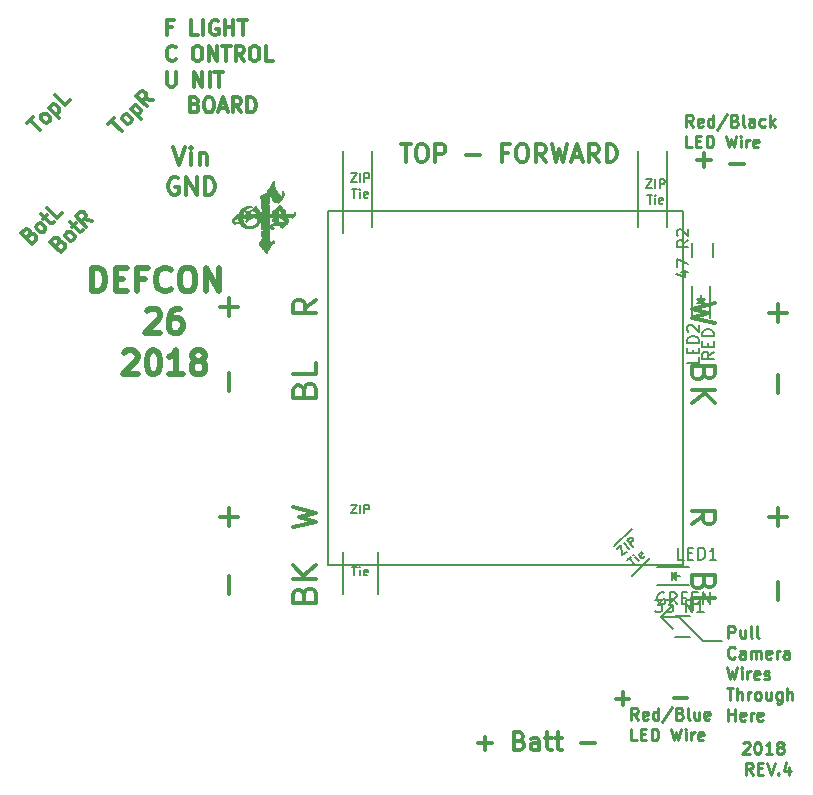
<source format=gbr>
G04 #@! TF.GenerationSoftware,KiCad,Pcbnew,(5.0.0-rc2-dev-26-g0d794b2)*
G04 #@! TF.CreationDate,2018-07-01T21:26:53-07:00*
G04 #@! TF.ProjectId,FlightControlUnitBoard,466C69676874436F6E74726F6C556E69,rev?*
G04 #@! TF.SameCoordinates,Original*
G04 #@! TF.FileFunction,Legend,Top*
G04 #@! TF.FilePolarity,Positive*
%FSLAX46Y46*%
G04 Gerber Fmt 4.6, Leading zero omitted, Abs format (unit mm)*
G04 Created by KiCad (PCBNEW (5.0.0-rc2-dev-26-g0d794b2)) date Sunday, July 01, 2018 at 09:26:53 PM*
%MOMM*%
%LPD*%
G01*
G04 APERTURE LIST*
%ADD10C,0.300000*%
%ADD11C,0.500000*%
%ADD12C,0.250000*%
%ADD13C,0.200000*%
%ADD14C,0.187500*%
%ADD15C,0.150000*%
%ADD16C,0.010000*%
G04 APERTURE END LIST*
D10*
X201828571Y-66607142D02*
X202971428Y-66607142D01*
X199028571Y-66307142D02*
X200171428Y-66307142D01*
X199600000Y-66878571D02*
X199600000Y-65735714D01*
D11*
X147781142Y-77414761D02*
X147781142Y-75414761D01*
X148257333Y-75414761D01*
X148543047Y-75510000D01*
X148733523Y-75700476D01*
X148828761Y-75890952D01*
X148924000Y-76271904D01*
X148924000Y-76557619D01*
X148828761Y-76938571D01*
X148733523Y-77129047D01*
X148543047Y-77319523D01*
X148257333Y-77414761D01*
X147781142Y-77414761D01*
X149781142Y-76367142D02*
X150447809Y-76367142D01*
X150733523Y-77414761D02*
X149781142Y-77414761D01*
X149781142Y-75414761D01*
X150733523Y-75414761D01*
X152257333Y-76367142D02*
X151590666Y-76367142D01*
X151590666Y-77414761D02*
X151590666Y-75414761D01*
X152543047Y-75414761D01*
X154447809Y-77224285D02*
X154352571Y-77319523D01*
X154066857Y-77414761D01*
X153876380Y-77414761D01*
X153590666Y-77319523D01*
X153400190Y-77129047D01*
X153304952Y-76938571D01*
X153209714Y-76557619D01*
X153209714Y-76271904D01*
X153304952Y-75890952D01*
X153400190Y-75700476D01*
X153590666Y-75510000D01*
X153876380Y-75414761D01*
X154066857Y-75414761D01*
X154352571Y-75510000D01*
X154447809Y-75605238D01*
X155685904Y-75414761D02*
X156066857Y-75414761D01*
X156257333Y-75510000D01*
X156447809Y-75700476D01*
X156543047Y-76081428D01*
X156543047Y-76748095D01*
X156447809Y-77129047D01*
X156257333Y-77319523D01*
X156066857Y-77414761D01*
X155685904Y-77414761D01*
X155495428Y-77319523D01*
X155304952Y-77129047D01*
X155209714Y-76748095D01*
X155209714Y-76081428D01*
X155304952Y-75700476D01*
X155495428Y-75510000D01*
X155685904Y-75414761D01*
X157400190Y-77414761D02*
X157400190Y-75414761D01*
X158543047Y-77414761D01*
X158543047Y-75414761D01*
X152400190Y-79105238D02*
X152495428Y-79010000D01*
X152685904Y-78914761D01*
X153162095Y-78914761D01*
X153352571Y-79010000D01*
X153447809Y-79105238D01*
X153543047Y-79295714D01*
X153543047Y-79486190D01*
X153447809Y-79771904D01*
X152304952Y-80914761D01*
X153543047Y-80914761D01*
X155257333Y-78914761D02*
X154876380Y-78914761D01*
X154685904Y-79010000D01*
X154590666Y-79105238D01*
X154400190Y-79390952D01*
X154304952Y-79771904D01*
X154304952Y-80533809D01*
X154400190Y-80724285D01*
X154495428Y-80819523D01*
X154685904Y-80914761D01*
X155066857Y-80914761D01*
X155257333Y-80819523D01*
X155352571Y-80724285D01*
X155447809Y-80533809D01*
X155447809Y-80057619D01*
X155352571Y-79867142D01*
X155257333Y-79771904D01*
X155066857Y-79676666D01*
X154685904Y-79676666D01*
X154495428Y-79771904D01*
X154400190Y-79867142D01*
X154304952Y-80057619D01*
X150495428Y-82605238D02*
X150590666Y-82510000D01*
X150781142Y-82414761D01*
X151257333Y-82414761D01*
X151447809Y-82510000D01*
X151543047Y-82605238D01*
X151638285Y-82795714D01*
X151638285Y-82986190D01*
X151543047Y-83271904D01*
X150400190Y-84414761D01*
X151638285Y-84414761D01*
X152876380Y-82414761D02*
X153066857Y-82414761D01*
X153257333Y-82510000D01*
X153352571Y-82605238D01*
X153447809Y-82795714D01*
X153543047Y-83176666D01*
X153543047Y-83652857D01*
X153447809Y-84033809D01*
X153352571Y-84224285D01*
X153257333Y-84319523D01*
X153066857Y-84414761D01*
X152876380Y-84414761D01*
X152685904Y-84319523D01*
X152590666Y-84224285D01*
X152495428Y-84033809D01*
X152400190Y-83652857D01*
X152400190Y-83176666D01*
X152495428Y-82795714D01*
X152590666Y-82605238D01*
X152685904Y-82510000D01*
X152876380Y-82414761D01*
X155447809Y-84414761D02*
X154304952Y-84414761D01*
X154876380Y-84414761D02*
X154876380Y-82414761D01*
X154685904Y-82700476D01*
X154495428Y-82890952D01*
X154304952Y-82986190D01*
X156590666Y-83271904D02*
X156400190Y-83176666D01*
X156304952Y-83081428D01*
X156209714Y-82890952D01*
X156209714Y-82795714D01*
X156304952Y-82605238D01*
X156400190Y-82510000D01*
X156590666Y-82414761D01*
X156971619Y-82414761D01*
X157162095Y-82510000D01*
X157257333Y-82605238D01*
X157352571Y-82795714D01*
X157352571Y-82890952D01*
X157257333Y-83081428D01*
X157162095Y-83176666D01*
X156971619Y-83271904D01*
X156590666Y-83271904D01*
X156400190Y-83367142D01*
X156304952Y-83462380D01*
X156209714Y-83652857D01*
X156209714Y-84033809D01*
X156304952Y-84224285D01*
X156400190Y-84319523D01*
X156590666Y-84414761D01*
X156971619Y-84414761D01*
X157162095Y-84319523D01*
X157257333Y-84224285D01*
X157352571Y-84033809D01*
X157352571Y-83652857D01*
X157257333Y-83462380D01*
X157162095Y-83367142D01*
X156971619Y-83271904D01*
D12*
X198672023Y-63477380D02*
X198338690Y-63001190D01*
X198100595Y-63477380D02*
X198100595Y-62477380D01*
X198481547Y-62477380D01*
X198576785Y-62525000D01*
X198624404Y-62572619D01*
X198672023Y-62667857D01*
X198672023Y-62810714D01*
X198624404Y-62905952D01*
X198576785Y-62953571D01*
X198481547Y-63001190D01*
X198100595Y-63001190D01*
X199481547Y-63429761D02*
X199386309Y-63477380D01*
X199195833Y-63477380D01*
X199100595Y-63429761D01*
X199052976Y-63334523D01*
X199052976Y-62953571D01*
X199100595Y-62858333D01*
X199195833Y-62810714D01*
X199386309Y-62810714D01*
X199481547Y-62858333D01*
X199529166Y-62953571D01*
X199529166Y-63048809D01*
X199052976Y-63144047D01*
X200386309Y-63477380D02*
X200386309Y-62477380D01*
X200386309Y-63429761D02*
X200291071Y-63477380D01*
X200100595Y-63477380D01*
X200005357Y-63429761D01*
X199957738Y-63382142D01*
X199910119Y-63286904D01*
X199910119Y-63001190D01*
X199957738Y-62905952D01*
X200005357Y-62858333D01*
X200100595Y-62810714D01*
X200291071Y-62810714D01*
X200386309Y-62858333D01*
X201576785Y-62429761D02*
X200719642Y-63715476D01*
X202243452Y-62953571D02*
X202386309Y-63001190D01*
X202433928Y-63048809D01*
X202481547Y-63144047D01*
X202481547Y-63286904D01*
X202433928Y-63382142D01*
X202386309Y-63429761D01*
X202291071Y-63477380D01*
X201910119Y-63477380D01*
X201910119Y-62477380D01*
X202243452Y-62477380D01*
X202338690Y-62525000D01*
X202386309Y-62572619D01*
X202433928Y-62667857D01*
X202433928Y-62763095D01*
X202386309Y-62858333D01*
X202338690Y-62905952D01*
X202243452Y-62953571D01*
X201910119Y-62953571D01*
X203052976Y-63477380D02*
X202957738Y-63429761D01*
X202910119Y-63334523D01*
X202910119Y-62477380D01*
X203862500Y-63477380D02*
X203862500Y-62953571D01*
X203814880Y-62858333D01*
X203719642Y-62810714D01*
X203529166Y-62810714D01*
X203433928Y-62858333D01*
X203862500Y-63429761D02*
X203767261Y-63477380D01*
X203529166Y-63477380D01*
X203433928Y-63429761D01*
X203386309Y-63334523D01*
X203386309Y-63239285D01*
X203433928Y-63144047D01*
X203529166Y-63096428D01*
X203767261Y-63096428D01*
X203862500Y-63048809D01*
X204767261Y-63429761D02*
X204672023Y-63477380D01*
X204481547Y-63477380D01*
X204386309Y-63429761D01*
X204338690Y-63382142D01*
X204291071Y-63286904D01*
X204291071Y-63001190D01*
X204338690Y-62905952D01*
X204386309Y-62858333D01*
X204481547Y-62810714D01*
X204672023Y-62810714D01*
X204767261Y-62858333D01*
X205195833Y-63477380D02*
X205195833Y-62477380D01*
X205291071Y-63096428D02*
X205576785Y-63477380D01*
X205576785Y-62810714D02*
X205195833Y-63191666D01*
X198576785Y-65227380D02*
X198100595Y-65227380D01*
X198100595Y-64227380D01*
X198910119Y-64703571D02*
X199243452Y-64703571D01*
X199386309Y-65227380D02*
X198910119Y-65227380D01*
X198910119Y-64227380D01*
X199386309Y-64227380D01*
X199814880Y-65227380D02*
X199814880Y-64227380D01*
X200052976Y-64227380D01*
X200195833Y-64275000D01*
X200291071Y-64370238D01*
X200338690Y-64465476D01*
X200386309Y-64655952D01*
X200386309Y-64798809D01*
X200338690Y-64989285D01*
X200291071Y-65084523D01*
X200195833Y-65179761D01*
X200052976Y-65227380D01*
X199814880Y-65227380D01*
X201481547Y-64227380D02*
X201719642Y-65227380D01*
X201910119Y-64513095D01*
X202100595Y-65227380D01*
X202338690Y-64227380D01*
X202719642Y-65227380D02*
X202719642Y-64560714D01*
X202719642Y-64227380D02*
X202672023Y-64275000D01*
X202719642Y-64322619D01*
X202767261Y-64275000D01*
X202719642Y-64227380D01*
X202719642Y-64322619D01*
X203195833Y-65227380D02*
X203195833Y-64560714D01*
X203195833Y-64751190D02*
X203243452Y-64655952D01*
X203291071Y-64608333D01*
X203386309Y-64560714D01*
X203481547Y-64560714D01*
X204195833Y-65179761D02*
X204100595Y-65227380D01*
X203910119Y-65227380D01*
X203814880Y-65179761D01*
X203767261Y-65084523D01*
X203767261Y-64703571D01*
X203814880Y-64608333D01*
X203910119Y-64560714D01*
X204100595Y-64560714D01*
X204195833Y-64608333D01*
X204243452Y-64703571D01*
X204243452Y-64798809D01*
X203767261Y-64894047D01*
X201650595Y-106752380D02*
X201650595Y-105752380D01*
X202031547Y-105752380D01*
X202126785Y-105800000D01*
X202174404Y-105847619D01*
X202222023Y-105942857D01*
X202222023Y-106085714D01*
X202174404Y-106180952D01*
X202126785Y-106228571D01*
X202031547Y-106276190D01*
X201650595Y-106276190D01*
X203079166Y-106085714D02*
X203079166Y-106752380D01*
X202650595Y-106085714D02*
X202650595Y-106609523D01*
X202698214Y-106704761D01*
X202793452Y-106752380D01*
X202936309Y-106752380D01*
X203031547Y-106704761D01*
X203079166Y-106657142D01*
X203698214Y-106752380D02*
X203602976Y-106704761D01*
X203555357Y-106609523D01*
X203555357Y-105752380D01*
X204222023Y-106752380D02*
X204126785Y-106704761D01*
X204079166Y-106609523D01*
X204079166Y-105752380D01*
X202222023Y-108407142D02*
X202174404Y-108454761D01*
X202031547Y-108502380D01*
X201936309Y-108502380D01*
X201793452Y-108454761D01*
X201698214Y-108359523D01*
X201650595Y-108264285D01*
X201602976Y-108073809D01*
X201602976Y-107930952D01*
X201650595Y-107740476D01*
X201698214Y-107645238D01*
X201793452Y-107550000D01*
X201936309Y-107502380D01*
X202031547Y-107502380D01*
X202174404Y-107550000D01*
X202222023Y-107597619D01*
X203079166Y-108502380D02*
X203079166Y-107978571D01*
X203031547Y-107883333D01*
X202936309Y-107835714D01*
X202745833Y-107835714D01*
X202650595Y-107883333D01*
X203079166Y-108454761D02*
X202983928Y-108502380D01*
X202745833Y-108502380D01*
X202650595Y-108454761D01*
X202602976Y-108359523D01*
X202602976Y-108264285D01*
X202650595Y-108169047D01*
X202745833Y-108121428D01*
X202983928Y-108121428D01*
X203079166Y-108073809D01*
X203555357Y-108502380D02*
X203555357Y-107835714D01*
X203555357Y-107930952D02*
X203602976Y-107883333D01*
X203698214Y-107835714D01*
X203841071Y-107835714D01*
X203936309Y-107883333D01*
X203983928Y-107978571D01*
X203983928Y-108502380D01*
X203983928Y-107978571D02*
X204031547Y-107883333D01*
X204126785Y-107835714D01*
X204269642Y-107835714D01*
X204364880Y-107883333D01*
X204412500Y-107978571D01*
X204412500Y-108502380D01*
X205269642Y-108454761D02*
X205174404Y-108502380D01*
X204983928Y-108502380D01*
X204888690Y-108454761D01*
X204841071Y-108359523D01*
X204841071Y-107978571D01*
X204888690Y-107883333D01*
X204983928Y-107835714D01*
X205174404Y-107835714D01*
X205269642Y-107883333D01*
X205317261Y-107978571D01*
X205317261Y-108073809D01*
X204841071Y-108169047D01*
X205745833Y-108502380D02*
X205745833Y-107835714D01*
X205745833Y-108026190D02*
X205793452Y-107930952D01*
X205841071Y-107883333D01*
X205936309Y-107835714D01*
X206031547Y-107835714D01*
X206793452Y-108502380D02*
X206793452Y-107978571D01*
X206745833Y-107883333D01*
X206650595Y-107835714D01*
X206460119Y-107835714D01*
X206364880Y-107883333D01*
X206793452Y-108454761D02*
X206698214Y-108502380D01*
X206460119Y-108502380D01*
X206364880Y-108454761D01*
X206317261Y-108359523D01*
X206317261Y-108264285D01*
X206364880Y-108169047D01*
X206460119Y-108121428D01*
X206698214Y-108121428D01*
X206793452Y-108073809D01*
X201555357Y-109252380D02*
X201793452Y-110252380D01*
X201983928Y-109538095D01*
X202174404Y-110252380D01*
X202412500Y-109252380D01*
X202793452Y-110252380D02*
X202793452Y-109585714D01*
X202793452Y-109252380D02*
X202745833Y-109300000D01*
X202793452Y-109347619D01*
X202841071Y-109300000D01*
X202793452Y-109252380D01*
X202793452Y-109347619D01*
X203269642Y-110252380D02*
X203269642Y-109585714D01*
X203269642Y-109776190D02*
X203317261Y-109680952D01*
X203364880Y-109633333D01*
X203460119Y-109585714D01*
X203555357Y-109585714D01*
X204269642Y-110204761D02*
X204174404Y-110252380D01*
X203983928Y-110252380D01*
X203888690Y-110204761D01*
X203841071Y-110109523D01*
X203841071Y-109728571D01*
X203888690Y-109633333D01*
X203983928Y-109585714D01*
X204174404Y-109585714D01*
X204269642Y-109633333D01*
X204317261Y-109728571D01*
X204317261Y-109823809D01*
X203841071Y-109919047D01*
X204698214Y-110204761D02*
X204793452Y-110252380D01*
X204983928Y-110252380D01*
X205079166Y-110204761D01*
X205126785Y-110109523D01*
X205126785Y-110061904D01*
X205079166Y-109966666D01*
X204983928Y-109919047D01*
X204841071Y-109919047D01*
X204745833Y-109871428D01*
X204698214Y-109776190D01*
X204698214Y-109728571D01*
X204745833Y-109633333D01*
X204841071Y-109585714D01*
X204983928Y-109585714D01*
X205079166Y-109633333D01*
X201507738Y-111002380D02*
X202079166Y-111002380D01*
X201793452Y-112002380D02*
X201793452Y-111002380D01*
X202412500Y-112002380D02*
X202412500Y-111002380D01*
X202841071Y-112002380D02*
X202841071Y-111478571D01*
X202793452Y-111383333D01*
X202698214Y-111335714D01*
X202555357Y-111335714D01*
X202460119Y-111383333D01*
X202412500Y-111430952D01*
X203317261Y-112002380D02*
X203317261Y-111335714D01*
X203317261Y-111526190D02*
X203364880Y-111430952D01*
X203412500Y-111383333D01*
X203507738Y-111335714D01*
X203602976Y-111335714D01*
X204079166Y-112002380D02*
X203983928Y-111954761D01*
X203936309Y-111907142D01*
X203888690Y-111811904D01*
X203888690Y-111526190D01*
X203936309Y-111430952D01*
X203983928Y-111383333D01*
X204079166Y-111335714D01*
X204222023Y-111335714D01*
X204317261Y-111383333D01*
X204364880Y-111430952D01*
X204412500Y-111526190D01*
X204412500Y-111811904D01*
X204364880Y-111907142D01*
X204317261Y-111954761D01*
X204222023Y-112002380D01*
X204079166Y-112002380D01*
X205269642Y-111335714D02*
X205269642Y-112002380D01*
X204841071Y-111335714D02*
X204841071Y-111859523D01*
X204888690Y-111954761D01*
X204983928Y-112002380D01*
X205126785Y-112002380D01*
X205222023Y-111954761D01*
X205269642Y-111907142D01*
X206174404Y-111335714D02*
X206174404Y-112145238D01*
X206126785Y-112240476D01*
X206079166Y-112288095D01*
X205983928Y-112335714D01*
X205841071Y-112335714D01*
X205745833Y-112288095D01*
X206174404Y-111954761D02*
X206079166Y-112002380D01*
X205888690Y-112002380D01*
X205793452Y-111954761D01*
X205745833Y-111907142D01*
X205698214Y-111811904D01*
X205698214Y-111526190D01*
X205745833Y-111430952D01*
X205793452Y-111383333D01*
X205888690Y-111335714D01*
X206079166Y-111335714D01*
X206174404Y-111383333D01*
X206650595Y-112002380D02*
X206650595Y-111002380D01*
X207079166Y-112002380D02*
X207079166Y-111478571D01*
X207031547Y-111383333D01*
X206936309Y-111335714D01*
X206793452Y-111335714D01*
X206698214Y-111383333D01*
X206650595Y-111430952D01*
X201650595Y-113752380D02*
X201650595Y-112752380D01*
X201650595Y-113228571D02*
X202222023Y-113228571D01*
X202222023Y-113752380D02*
X202222023Y-112752380D01*
X203079166Y-113704761D02*
X202983928Y-113752380D01*
X202793452Y-113752380D01*
X202698214Y-113704761D01*
X202650595Y-113609523D01*
X202650595Y-113228571D01*
X202698214Y-113133333D01*
X202793452Y-113085714D01*
X202983928Y-113085714D01*
X203079166Y-113133333D01*
X203126785Y-113228571D01*
X203126785Y-113323809D01*
X202650595Y-113419047D01*
X203555357Y-113752380D02*
X203555357Y-113085714D01*
X203555357Y-113276190D02*
X203602976Y-113180952D01*
X203650595Y-113133333D01*
X203745833Y-113085714D01*
X203841071Y-113085714D01*
X204555357Y-113704761D02*
X204460119Y-113752380D01*
X204269642Y-113752380D01*
X204174404Y-113704761D01*
X204126785Y-113609523D01*
X204126785Y-113228571D01*
X204174404Y-113133333D01*
X204269642Y-113085714D01*
X204460119Y-113085714D01*
X204555357Y-113133333D01*
X204602976Y-113228571D01*
X204602976Y-113323809D01*
X204126785Y-113419047D01*
D13*
X199525000Y-107025000D02*
X201100000Y-107025000D01*
D12*
X194012023Y-113677380D02*
X193678690Y-113201190D01*
X193440595Y-113677380D02*
X193440595Y-112677380D01*
X193821547Y-112677380D01*
X193916785Y-112725000D01*
X193964404Y-112772619D01*
X194012023Y-112867857D01*
X194012023Y-113010714D01*
X193964404Y-113105952D01*
X193916785Y-113153571D01*
X193821547Y-113201190D01*
X193440595Y-113201190D01*
X194821547Y-113629761D02*
X194726309Y-113677380D01*
X194535833Y-113677380D01*
X194440595Y-113629761D01*
X194392976Y-113534523D01*
X194392976Y-113153571D01*
X194440595Y-113058333D01*
X194535833Y-113010714D01*
X194726309Y-113010714D01*
X194821547Y-113058333D01*
X194869166Y-113153571D01*
X194869166Y-113248809D01*
X194392976Y-113344047D01*
X195726309Y-113677380D02*
X195726309Y-112677380D01*
X195726309Y-113629761D02*
X195631071Y-113677380D01*
X195440595Y-113677380D01*
X195345357Y-113629761D01*
X195297738Y-113582142D01*
X195250119Y-113486904D01*
X195250119Y-113201190D01*
X195297738Y-113105952D01*
X195345357Y-113058333D01*
X195440595Y-113010714D01*
X195631071Y-113010714D01*
X195726309Y-113058333D01*
X196916785Y-112629761D02*
X196059642Y-113915476D01*
X197583452Y-113153571D02*
X197726309Y-113201190D01*
X197773928Y-113248809D01*
X197821547Y-113344047D01*
X197821547Y-113486904D01*
X197773928Y-113582142D01*
X197726309Y-113629761D01*
X197631071Y-113677380D01*
X197250119Y-113677380D01*
X197250119Y-112677380D01*
X197583452Y-112677380D01*
X197678690Y-112725000D01*
X197726309Y-112772619D01*
X197773928Y-112867857D01*
X197773928Y-112963095D01*
X197726309Y-113058333D01*
X197678690Y-113105952D01*
X197583452Y-113153571D01*
X197250119Y-113153571D01*
X198392976Y-113677380D02*
X198297738Y-113629761D01*
X198250119Y-113534523D01*
X198250119Y-112677380D01*
X199202500Y-113010714D02*
X199202500Y-113677380D01*
X198773928Y-113010714D02*
X198773928Y-113534523D01*
X198821547Y-113629761D01*
X198916785Y-113677380D01*
X199059642Y-113677380D01*
X199154880Y-113629761D01*
X199202500Y-113582142D01*
X200059642Y-113629761D02*
X199964404Y-113677380D01*
X199773928Y-113677380D01*
X199678690Y-113629761D01*
X199631071Y-113534523D01*
X199631071Y-113153571D01*
X199678690Y-113058333D01*
X199773928Y-113010714D01*
X199964404Y-113010714D01*
X200059642Y-113058333D01*
X200107261Y-113153571D01*
X200107261Y-113248809D01*
X199631071Y-113344047D01*
X193916785Y-115427380D02*
X193440595Y-115427380D01*
X193440595Y-114427380D01*
X194250119Y-114903571D02*
X194583452Y-114903571D01*
X194726309Y-115427380D02*
X194250119Y-115427380D01*
X194250119Y-114427380D01*
X194726309Y-114427380D01*
X195154880Y-115427380D02*
X195154880Y-114427380D01*
X195392976Y-114427380D01*
X195535833Y-114475000D01*
X195631071Y-114570238D01*
X195678690Y-114665476D01*
X195726309Y-114855952D01*
X195726309Y-114998809D01*
X195678690Y-115189285D01*
X195631071Y-115284523D01*
X195535833Y-115379761D01*
X195392976Y-115427380D01*
X195154880Y-115427380D01*
X196821547Y-114427380D02*
X197059642Y-115427380D01*
X197250119Y-114713095D01*
X197440595Y-115427380D01*
X197678690Y-114427380D01*
X198059642Y-115427380D02*
X198059642Y-114760714D01*
X198059642Y-114427380D02*
X198012023Y-114475000D01*
X198059642Y-114522619D01*
X198107261Y-114475000D01*
X198059642Y-114427380D01*
X198059642Y-114522619D01*
X198535833Y-115427380D02*
X198535833Y-114760714D01*
X198535833Y-114951190D02*
X198583452Y-114855952D01*
X198631071Y-114808333D01*
X198726309Y-114760714D01*
X198821547Y-114760714D01*
X199535833Y-115379761D02*
X199440595Y-115427380D01*
X199250119Y-115427380D01*
X199154880Y-115379761D01*
X199107261Y-115284523D01*
X199107261Y-114903571D01*
X199154880Y-114808333D01*
X199250119Y-114760714D01*
X199440595Y-114760714D01*
X199535833Y-114808333D01*
X199583452Y-114903571D01*
X199583452Y-114998809D01*
X199107261Y-115094047D01*
D10*
X197028571Y-111807142D02*
X198171428Y-111807142D01*
X192128571Y-111907142D02*
X193271428Y-111907142D01*
X192700000Y-112478571D02*
X192700000Y-111335714D01*
D13*
X169000000Y-72500000D02*
X169000000Y-65500000D01*
X171500000Y-72000000D02*
X171500000Y-65500000D01*
X196500000Y-72000000D02*
X196500000Y-65500000D01*
X194000000Y-72000000D02*
X194000000Y-65500000D01*
X195000000Y-100000000D02*
X193500000Y-101500000D01*
X193500000Y-97500000D02*
X192000000Y-99000000D01*
X172000000Y-103000000D02*
X172000000Y-99500000D01*
X169000000Y-103000000D02*
X169000000Y-99500000D01*
D14*
X194696428Y-67933035D02*
X195196428Y-67933035D01*
X194696428Y-68683035D01*
X195196428Y-68683035D01*
X195482142Y-68683035D02*
X195482142Y-67933035D01*
X195839285Y-68683035D02*
X195839285Y-67933035D01*
X196125000Y-67933035D01*
X196196428Y-67968750D01*
X196232142Y-68004464D01*
X196267857Y-68075892D01*
X196267857Y-68183035D01*
X196232142Y-68254464D01*
X196196428Y-68290178D01*
X196125000Y-68325892D01*
X195839285Y-68325892D01*
X194785714Y-69245535D02*
X195214285Y-69245535D01*
X195000000Y-69995535D02*
X195000000Y-69245535D01*
X195464285Y-69995535D02*
X195464285Y-69495535D01*
X195464285Y-69245535D02*
X195428571Y-69281250D01*
X195464285Y-69316964D01*
X195500000Y-69281250D01*
X195464285Y-69245535D01*
X195464285Y-69316964D01*
X196107142Y-69959821D02*
X196035714Y-69995535D01*
X195892857Y-69995535D01*
X195821428Y-69959821D01*
X195785714Y-69888392D01*
X195785714Y-69602678D01*
X195821428Y-69531250D01*
X195892857Y-69495535D01*
X196035714Y-69495535D01*
X196107142Y-69531250D01*
X196142857Y-69602678D01*
X196142857Y-69674107D01*
X195785714Y-69745535D01*
X169696428Y-67433035D02*
X170196428Y-67433035D01*
X169696428Y-68183035D01*
X170196428Y-68183035D01*
X170482142Y-68183035D02*
X170482142Y-67433035D01*
X170839285Y-68183035D02*
X170839285Y-67433035D01*
X171125000Y-67433035D01*
X171196428Y-67468750D01*
X171232142Y-67504464D01*
X171267857Y-67575892D01*
X171267857Y-67683035D01*
X171232142Y-67754464D01*
X171196428Y-67790178D01*
X171125000Y-67825892D01*
X170839285Y-67825892D01*
X169785714Y-68745535D02*
X170214285Y-68745535D01*
X170000000Y-69495535D02*
X170000000Y-68745535D01*
X170464285Y-69495535D02*
X170464285Y-68995535D01*
X170464285Y-68745535D02*
X170428571Y-68781250D01*
X170464285Y-68816964D01*
X170500000Y-68781250D01*
X170464285Y-68745535D01*
X170464285Y-68816964D01*
X171107142Y-69459821D02*
X171035714Y-69495535D01*
X170892857Y-69495535D01*
X170821428Y-69459821D01*
X170785714Y-69388392D01*
X170785714Y-69102678D01*
X170821428Y-69031250D01*
X170892857Y-68995535D01*
X171035714Y-68995535D01*
X171107142Y-69031250D01*
X171142857Y-69102678D01*
X171142857Y-69174107D01*
X170785714Y-69245535D01*
X169696428Y-95464285D02*
X170196428Y-95464285D01*
X169696428Y-96214285D01*
X170196428Y-96214285D01*
X170482142Y-96214285D02*
X170482142Y-95464285D01*
X170839285Y-96214285D02*
X170839285Y-95464285D01*
X171125000Y-95464285D01*
X171196428Y-95500000D01*
X171232142Y-95535714D01*
X171267857Y-95607142D01*
X171267857Y-95714285D01*
X171232142Y-95785714D01*
X171196428Y-95821428D01*
X171125000Y-95857142D01*
X170839285Y-95857142D01*
X169785714Y-100714285D02*
X170214285Y-100714285D01*
X170000000Y-101464285D02*
X170000000Y-100714285D01*
X170464285Y-101464285D02*
X170464285Y-100964285D01*
X170464285Y-100714285D02*
X170428571Y-100750000D01*
X170464285Y-100785714D01*
X170500000Y-100750000D01*
X170464285Y-100714285D01*
X170464285Y-100785714D01*
X171107142Y-101428571D02*
X171035714Y-101464285D01*
X170892857Y-101464285D01*
X170821428Y-101428571D01*
X170785714Y-101357142D01*
X170785714Y-101071428D01*
X170821428Y-101000000D01*
X170892857Y-100964285D01*
X171035714Y-100964285D01*
X171107142Y-101000000D01*
X171142857Y-101071428D01*
X171142857Y-101142857D01*
X170785714Y-101214285D01*
X192198597Y-99199183D02*
X192581619Y-98877789D01*
X192680688Y-99773716D01*
X193063710Y-99452322D01*
X193282580Y-99268669D02*
X192800489Y-98694135D01*
X193556167Y-99039102D02*
X193074076Y-98464568D01*
X193292946Y-98280915D01*
X193370620Y-98262360D01*
X193420936Y-98266762D01*
X193494208Y-98298523D01*
X193563078Y-98380599D01*
X193581633Y-98458273D01*
X193577231Y-98508589D01*
X193545470Y-98581861D01*
X193326600Y-98765514D01*
X193110653Y-100147224D02*
X193438958Y-99871744D01*
X193756896Y-100584017D02*
X193274805Y-100009484D01*
X194112559Y-100285580D02*
X193791166Y-99902558D01*
X193630469Y-99711047D02*
X193626067Y-99761362D01*
X193676382Y-99765764D01*
X193680784Y-99715449D01*
X193630469Y-99711047D01*
X193676382Y-99765764D01*
X194582060Y-99845001D02*
X194550299Y-99918273D01*
X194440864Y-100010100D01*
X194363190Y-100028654D01*
X194289918Y-99996894D01*
X194106264Y-99778024D01*
X194087710Y-99700350D01*
X194119470Y-99627078D01*
X194228905Y-99535251D01*
X194306579Y-99516696D01*
X194379852Y-99548457D01*
X194425765Y-99603174D01*
X194198091Y-99887459D01*
D13*
X197500000Y-105000000D02*
X199500000Y-107000000D01*
X196000000Y-105000000D02*
X197500000Y-105000000D01*
X196000000Y-105000000D02*
X197000000Y-106000000D01*
X196000000Y-105000000D02*
X197000000Y-104000000D01*
D12*
X202904761Y-115672619D02*
X202952380Y-115625000D01*
X203047619Y-115577380D01*
X203285714Y-115577380D01*
X203380952Y-115625000D01*
X203428571Y-115672619D01*
X203476190Y-115767857D01*
X203476190Y-115863095D01*
X203428571Y-116005952D01*
X202857142Y-116577380D01*
X203476190Y-116577380D01*
X204095238Y-115577380D02*
X204190476Y-115577380D01*
X204285714Y-115625000D01*
X204333333Y-115672619D01*
X204380952Y-115767857D01*
X204428571Y-115958333D01*
X204428571Y-116196428D01*
X204380952Y-116386904D01*
X204333333Y-116482142D01*
X204285714Y-116529761D01*
X204190476Y-116577380D01*
X204095238Y-116577380D01*
X204000000Y-116529761D01*
X203952380Y-116482142D01*
X203904761Y-116386904D01*
X203857142Y-116196428D01*
X203857142Y-115958333D01*
X203904761Y-115767857D01*
X203952380Y-115672619D01*
X204000000Y-115625000D01*
X204095238Y-115577380D01*
X205380952Y-116577380D02*
X204809523Y-116577380D01*
X205095238Y-116577380D02*
X205095238Y-115577380D01*
X205000000Y-115720238D01*
X204904761Y-115815476D01*
X204809523Y-115863095D01*
X205952380Y-116005952D02*
X205857142Y-115958333D01*
X205809523Y-115910714D01*
X205761904Y-115815476D01*
X205761904Y-115767857D01*
X205809523Y-115672619D01*
X205857142Y-115625000D01*
X205952380Y-115577380D01*
X206142857Y-115577380D01*
X206238095Y-115625000D01*
X206285714Y-115672619D01*
X206333333Y-115767857D01*
X206333333Y-115815476D01*
X206285714Y-115910714D01*
X206238095Y-115958333D01*
X206142857Y-116005952D01*
X205952380Y-116005952D01*
X205857142Y-116053571D01*
X205809523Y-116101190D01*
X205761904Y-116196428D01*
X205761904Y-116386904D01*
X205809523Y-116482142D01*
X205857142Y-116529761D01*
X205952380Y-116577380D01*
X206142857Y-116577380D01*
X206238095Y-116529761D01*
X206285714Y-116482142D01*
X206333333Y-116386904D01*
X206333333Y-116196428D01*
X206285714Y-116101190D01*
X206238095Y-116053571D01*
X206142857Y-116005952D01*
X203714285Y-118327380D02*
X203380952Y-117851190D01*
X203142857Y-118327380D02*
X203142857Y-117327380D01*
X203523809Y-117327380D01*
X203619047Y-117375000D01*
X203666666Y-117422619D01*
X203714285Y-117517857D01*
X203714285Y-117660714D01*
X203666666Y-117755952D01*
X203619047Y-117803571D01*
X203523809Y-117851190D01*
X203142857Y-117851190D01*
X204142857Y-117803571D02*
X204476190Y-117803571D01*
X204619047Y-118327380D02*
X204142857Y-118327380D01*
X204142857Y-117327380D01*
X204619047Y-117327380D01*
X204904761Y-117327380D02*
X205238095Y-118327380D01*
X205571428Y-117327380D01*
X205904761Y-118232142D02*
X205952380Y-118279761D01*
X205904761Y-118327380D01*
X205857142Y-118279761D01*
X205904761Y-118232142D01*
X205904761Y-118327380D01*
X206809523Y-117660714D02*
X206809523Y-118327380D01*
X206571428Y-117279761D02*
X206333333Y-117994047D01*
X206952380Y-117994047D01*
D10*
X154579285Y-55068214D02*
X154162619Y-55068214D01*
X154162619Y-55722976D02*
X154162619Y-54472976D01*
X154757857Y-54472976D01*
X156781666Y-55722976D02*
X156186428Y-55722976D01*
X156186428Y-54472976D01*
X157198333Y-55722976D02*
X157198333Y-54472976D01*
X158448333Y-54532500D02*
X158329285Y-54472976D01*
X158150714Y-54472976D01*
X157972142Y-54532500D01*
X157853095Y-54651547D01*
X157793571Y-54770595D01*
X157734047Y-55008690D01*
X157734047Y-55187261D01*
X157793571Y-55425357D01*
X157853095Y-55544404D01*
X157972142Y-55663452D01*
X158150714Y-55722976D01*
X158269761Y-55722976D01*
X158448333Y-55663452D01*
X158507857Y-55603928D01*
X158507857Y-55187261D01*
X158269761Y-55187261D01*
X159043571Y-55722976D02*
X159043571Y-54472976D01*
X159043571Y-55068214D02*
X159757857Y-55068214D01*
X159757857Y-55722976D02*
X159757857Y-54472976D01*
X160174523Y-54472976D02*
X160888809Y-54472976D01*
X160531666Y-55722976D02*
X160531666Y-54472976D01*
X154876904Y-57778928D02*
X154817380Y-57838452D01*
X154638809Y-57897976D01*
X154519761Y-57897976D01*
X154341190Y-57838452D01*
X154222142Y-57719404D01*
X154162619Y-57600357D01*
X154103095Y-57362261D01*
X154103095Y-57183690D01*
X154162619Y-56945595D01*
X154222142Y-56826547D01*
X154341190Y-56707500D01*
X154519761Y-56647976D01*
X154638809Y-56647976D01*
X154817380Y-56707500D01*
X154876904Y-56767023D01*
X156603095Y-56647976D02*
X156841190Y-56647976D01*
X156960238Y-56707500D01*
X157079285Y-56826547D01*
X157138809Y-57064642D01*
X157138809Y-57481309D01*
X157079285Y-57719404D01*
X156960238Y-57838452D01*
X156841190Y-57897976D01*
X156603095Y-57897976D01*
X156484047Y-57838452D01*
X156365000Y-57719404D01*
X156305476Y-57481309D01*
X156305476Y-57064642D01*
X156365000Y-56826547D01*
X156484047Y-56707500D01*
X156603095Y-56647976D01*
X157674523Y-57897976D02*
X157674523Y-56647976D01*
X158388809Y-57897976D01*
X158388809Y-56647976D01*
X158805476Y-56647976D02*
X159519761Y-56647976D01*
X159162619Y-57897976D02*
X159162619Y-56647976D01*
X160650714Y-57897976D02*
X160234047Y-57302738D01*
X159936428Y-57897976D02*
X159936428Y-56647976D01*
X160412619Y-56647976D01*
X160531666Y-56707500D01*
X160591190Y-56767023D01*
X160650714Y-56886071D01*
X160650714Y-57064642D01*
X160591190Y-57183690D01*
X160531666Y-57243214D01*
X160412619Y-57302738D01*
X159936428Y-57302738D01*
X161424523Y-56647976D02*
X161662619Y-56647976D01*
X161781666Y-56707500D01*
X161900714Y-56826547D01*
X161960238Y-57064642D01*
X161960238Y-57481309D01*
X161900714Y-57719404D01*
X161781666Y-57838452D01*
X161662619Y-57897976D01*
X161424523Y-57897976D01*
X161305476Y-57838452D01*
X161186428Y-57719404D01*
X161126904Y-57481309D01*
X161126904Y-57064642D01*
X161186428Y-56826547D01*
X161305476Y-56707500D01*
X161424523Y-56647976D01*
X163091190Y-57897976D02*
X162495952Y-57897976D01*
X162495952Y-56647976D01*
X154162619Y-58822976D02*
X154162619Y-59834880D01*
X154222142Y-59953928D01*
X154281666Y-60013452D01*
X154400714Y-60072976D01*
X154638809Y-60072976D01*
X154757857Y-60013452D01*
X154817380Y-59953928D01*
X154876904Y-59834880D01*
X154876904Y-58822976D01*
X156424523Y-60072976D02*
X156424523Y-58822976D01*
X157138809Y-60072976D01*
X157138809Y-58822976D01*
X157734047Y-60072976D02*
X157734047Y-58822976D01*
X158150714Y-58822976D02*
X158865000Y-58822976D01*
X158507857Y-60072976D02*
X158507857Y-58822976D01*
X156484047Y-61593214D02*
X156662619Y-61652738D01*
X156722142Y-61712261D01*
X156781666Y-61831309D01*
X156781666Y-62009880D01*
X156722142Y-62128928D01*
X156662619Y-62188452D01*
X156543571Y-62247976D01*
X156067380Y-62247976D01*
X156067380Y-60997976D01*
X156484047Y-60997976D01*
X156603095Y-61057500D01*
X156662619Y-61117023D01*
X156722142Y-61236071D01*
X156722142Y-61355119D01*
X156662619Y-61474166D01*
X156603095Y-61533690D01*
X156484047Y-61593214D01*
X156067380Y-61593214D01*
X157555476Y-60997976D02*
X157793571Y-60997976D01*
X157912619Y-61057500D01*
X158031666Y-61176547D01*
X158091190Y-61414642D01*
X158091190Y-61831309D01*
X158031666Y-62069404D01*
X157912619Y-62188452D01*
X157793571Y-62247976D01*
X157555476Y-62247976D01*
X157436428Y-62188452D01*
X157317380Y-62069404D01*
X157257857Y-61831309D01*
X157257857Y-61414642D01*
X157317380Y-61176547D01*
X157436428Y-61057500D01*
X157555476Y-60997976D01*
X158567380Y-61890833D02*
X159162619Y-61890833D01*
X158448333Y-62247976D02*
X158865000Y-60997976D01*
X159281666Y-62247976D01*
X160412619Y-62247976D02*
X159995952Y-61652738D01*
X159698333Y-62247976D02*
X159698333Y-60997976D01*
X160174523Y-60997976D01*
X160293571Y-61057500D01*
X160353095Y-61117023D01*
X160412619Y-61236071D01*
X160412619Y-61414642D01*
X160353095Y-61533690D01*
X160293571Y-61593214D01*
X160174523Y-61652738D01*
X159698333Y-61652738D01*
X160948333Y-62247976D02*
X160948333Y-60997976D01*
X161245952Y-60997976D01*
X161424523Y-61057500D01*
X161543571Y-61176547D01*
X161603095Y-61295595D01*
X161662619Y-61533690D01*
X161662619Y-61712261D01*
X161603095Y-61950357D01*
X161543571Y-62069404D01*
X161424523Y-62188452D01*
X161245952Y-62247976D01*
X160948333Y-62247976D01*
X173919714Y-64964571D02*
X174776857Y-64964571D01*
X174348285Y-66464571D02*
X174348285Y-64964571D01*
X175562571Y-64964571D02*
X175848285Y-64964571D01*
X175991142Y-65036000D01*
X176134000Y-65178857D01*
X176205428Y-65464571D01*
X176205428Y-65964571D01*
X176134000Y-66250285D01*
X175991142Y-66393142D01*
X175848285Y-66464571D01*
X175562571Y-66464571D01*
X175419714Y-66393142D01*
X175276857Y-66250285D01*
X175205428Y-65964571D01*
X175205428Y-65464571D01*
X175276857Y-65178857D01*
X175419714Y-65036000D01*
X175562571Y-64964571D01*
X176848285Y-66464571D02*
X176848285Y-64964571D01*
X177419714Y-64964571D01*
X177562571Y-65036000D01*
X177634000Y-65107428D01*
X177705428Y-65250285D01*
X177705428Y-65464571D01*
X177634000Y-65607428D01*
X177562571Y-65678857D01*
X177419714Y-65750285D01*
X176848285Y-65750285D01*
X179491142Y-65893142D02*
X180634000Y-65893142D01*
X182991142Y-65678857D02*
X182491142Y-65678857D01*
X182491142Y-66464571D02*
X182491142Y-64964571D01*
X183205428Y-64964571D01*
X184062571Y-64964571D02*
X184348285Y-64964571D01*
X184491142Y-65036000D01*
X184634000Y-65178857D01*
X184705428Y-65464571D01*
X184705428Y-65964571D01*
X184634000Y-66250285D01*
X184491142Y-66393142D01*
X184348285Y-66464571D01*
X184062571Y-66464571D01*
X183919714Y-66393142D01*
X183776857Y-66250285D01*
X183705428Y-65964571D01*
X183705428Y-65464571D01*
X183776857Y-65178857D01*
X183919714Y-65036000D01*
X184062571Y-64964571D01*
X186205428Y-66464571D02*
X185705428Y-65750285D01*
X185348285Y-66464571D02*
X185348285Y-64964571D01*
X185919714Y-64964571D01*
X186062571Y-65036000D01*
X186134000Y-65107428D01*
X186205428Y-65250285D01*
X186205428Y-65464571D01*
X186134000Y-65607428D01*
X186062571Y-65678857D01*
X185919714Y-65750285D01*
X185348285Y-65750285D01*
X186705428Y-64964571D02*
X187062571Y-66464571D01*
X187348285Y-65393142D01*
X187634000Y-66464571D01*
X187991142Y-64964571D01*
X188491142Y-66036000D02*
X189205428Y-66036000D01*
X188348285Y-66464571D02*
X188848285Y-64964571D01*
X189348285Y-66464571D01*
X190705428Y-66464571D02*
X190205428Y-65750285D01*
X189848285Y-66464571D02*
X189848285Y-64964571D01*
X190419714Y-64964571D01*
X190562571Y-65036000D01*
X190634000Y-65107428D01*
X190705428Y-65250285D01*
X190705428Y-65464571D01*
X190634000Y-65607428D01*
X190562571Y-65678857D01*
X190419714Y-65750285D01*
X189848285Y-65750285D01*
X191348285Y-66464571D02*
X191348285Y-64964571D01*
X191705428Y-64964571D01*
X191919714Y-65036000D01*
X192062571Y-65178857D01*
X192134000Y-65321714D01*
X192205428Y-65607428D01*
X192205428Y-65821714D01*
X192134000Y-66107428D01*
X192062571Y-66250285D01*
X191919714Y-66393142D01*
X191705428Y-66464571D01*
X191348285Y-66464571D01*
X159402857Y-85851904D02*
X159402857Y-84328095D01*
X165717142Y-85756666D02*
X165812380Y-85470952D01*
X165907619Y-85375714D01*
X166098095Y-85280476D01*
X166383809Y-85280476D01*
X166574285Y-85375714D01*
X166669523Y-85470952D01*
X166764761Y-85661428D01*
X166764761Y-86423333D01*
X164764761Y-86423333D01*
X164764761Y-85756666D01*
X164860000Y-85566190D01*
X164955238Y-85470952D01*
X165145714Y-85375714D01*
X165336190Y-85375714D01*
X165526666Y-85470952D01*
X165621904Y-85566190D01*
X165717142Y-85756666D01*
X165717142Y-86423333D01*
X166764761Y-83470952D02*
X166764761Y-84423333D01*
X164764761Y-84423333D01*
X159402857Y-79501904D02*
X159402857Y-77978095D01*
X160164761Y-78740000D02*
X158640952Y-78740000D01*
X166764761Y-78120952D02*
X165812380Y-78787619D01*
X166764761Y-79263809D02*
X164764761Y-79263809D01*
X164764761Y-78501904D01*
X164860000Y-78311428D01*
X164955238Y-78216190D01*
X165145714Y-78120952D01*
X165431428Y-78120952D01*
X165621904Y-78216190D01*
X165717142Y-78311428D01*
X165812380Y-78501904D01*
X165812380Y-79263809D01*
X155067142Y-67830000D02*
X154924285Y-67758571D01*
X154710000Y-67758571D01*
X154495714Y-67830000D01*
X154352857Y-67972857D01*
X154281428Y-68115714D01*
X154210000Y-68401428D01*
X154210000Y-68615714D01*
X154281428Y-68901428D01*
X154352857Y-69044285D01*
X154495714Y-69187142D01*
X154710000Y-69258571D01*
X154852857Y-69258571D01*
X155067142Y-69187142D01*
X155138571Y-69115714D01*
X155138571Y-68615714D01*
X154852857Y-68615714D01*
X155781428Y-69258571D02*
X155781428Y-67758571D01*
X156638571Y-69258571D01*
X156638571Y-67758571D01*
X157352857Y-69258571D02*
X157352857Y-67758571D01*
X157710000Y-67758571D01*
X157924285Y-67830000D01*
X158067142Y-67972857D01*
X158138571Y-68115714D01*
X158210000Y-68401428D01*
X158210000Y-68615714D01*
X158138571Y-68901428D01*
X158067142Y-69044285D01*
X157924285Y-69187142D01*
X157710000Y-69258571D01*
X157352857Y-69258571D01*
X154674285Y-65218571D02*
X155174285Y-66718571D01*
X155674285Y-65218571D01*
X156174285Y-66718571D02*
X156174285Y-65718571D01*
X156174285Y-65218571D02*
X156102857Y-65290000D01*
X156174285Y-65361428D01*
X156245714Y-65290000D01*
X156174285Y-65218571D01*
X156174285Y-65361428D01*
X156888571Y-65718571D02*
X156888571Y-66718571D01*
X156888571Y-65861428D02*
X156960000Y-65790000D01*
X157102857Y-65718571D01*
X157317142Y-65718571D01*
X157460000Y-65790000D01*
X157531428Y-65932857D01*
X157531428Y-66718571D01*
D13*
X167800000Y-70600000D02*
X169050000Y-70600000D01*
X167800000Y-100600000D02*
X167800000Y-70600000D01*
X197800000Y-100600000D02*
X167800000Y-100600000D01*
X197800000Y-70600000D02*
X197800000Y-100600000D01*
X167800000Y-70600000D02*
X197800000Y-70600000D01*
D10*
X205907142Y-84488095D02*
X205907142Y-86011904D01*
X199592857Y-84392857D02*
X199497619Y-84678571D01*
X199402380Y-84773809D01*
X199211904Y-84869047D01*
X198926190Y-84869047D01*
X198735714Y-84773809D01*
X198640476Y-84678571D01*
X198545238Y-84488095D01*
X198545238Y-83726190D01*
X200545238Y-83726190D01*
X200545238Y-84392857D01*
X200450000Y-84583333D01*
X200354761Y-84678571D01*
X200164285Y-84773809D01*
X199973809Y-84773809D01*
X199783333Y-84678571D01*
X199688095Y-84583333D01*
X199592857Y-84392857D01*
X199592857Y-83726190D01*
X198545238Y-85726190D02*
X200545238Y-85726190D01*
X198545238Y-86869047D02*
X199688095Y-86011904D01*
X200545238Y-86869047D02*
X199402380Y-85726190D01*
X205907142Y-78488095D02*
X205907142Y-80011904D01*
X205145238Y-79250000D02*
X206669047Y-79250000D01*
X200545238Y-78392857D02*
X198545238Y-78869047D01*
X199973809Y-79250000D01*
X198545238Y-79630952D01*
X200545238Y-80107142D01*
X159402857Y-102996904D02*
X159402857Y-101473095D01*
X165717142Y-103092142D02*
X165812380Y-102806428D01*
X165907619Y-102711190D01*
X166098095Y-102615952D01*
X166383809Y-102615952D01*
X166574285Y-102711190D01*
X166669523Y-102806428D01*
X166764761Y-102996904D01*
X166764761Y-103758809D01*
X164764761Y-103758809D01*
X164764761Y-103092142D01*
X164860000Y-102901666D01*
X164955238Y-102806428D01*
X165145714Y-102711190D01*
X165336190Y-102711190D01*
X165526666Y-102806428D01*
X165621904Y-102901666D01*
X165717142Y-103092142D01*
X165717142Y-103758809D01*
X166764761Y-101758809D02*
X164764761Y-101758809D01*
X166764761Y-100615952D02*
X165621904Y-101473095D01*
X164764761Y-100615952D02*
X165907619Y-101758809D01*
X205907142Y-95738095D02*
X205907142Y-97261904D01*
X205145238Y-96500000D02*
X206669047Y-96500000D01*
X198545238Y-97119047D02*
X199497619Y-96452380D01*
X198545238Y-95976190D02*
X200545238Y-95976190D01*
X200545238Y-96738095D01*
X200450000Y-96928571D01*
X200354761Y-97023809D01*
X200164285Y-97119047D01*
X199878571Y-97119047D01*
X199688095Y-97023809D01*
X199592857Y-96928571D01*
X199497619Y-96738095D01*
X199497619Y-95976190D01*
X159402857Y-97281904D02*
X159402857Y-95758095D01*
X160164761Y-96520000D02*
X158640952Y-96520000D01*
X164764761Y-97377142D02*
X166764761Y-96900952D01*
X165336190Y-96520000D01*
X166764761Y-96139047D01*
X164764761Y-95662857D01*
X205907142Y-101988095D02*
X205907142Y-103511904D01*
X199592857Y-102083333D02*
X199497619Y-102369047D01*
X199402380Y-102464285D01*
X199211904Y-102559523D01*
X198926190Y-102559523D01*
X198735714Y-102464285D01*
X198640476Y-102369047D01*
X198545238Y-102178571D01*
X198545238Y-101416666D01*
X200545238Y-101416666D01*
X200545238Y-102083333D01*
X200450000Y-102273809D01*
X200354761Y-102369047D01*
X200164285Y-102464285D01*
X199973809Y-102464285D01*
X199783333Y-102369047D01*
X199688095Y-102273809D01*
X199592857Y-102083333D01*
X199592857Y-101416666D01*
X198545238Y-104369047D02*
X198545238Y-103416666D01*
X200545238Y-103416666D01*
X142499847Y-72638883D02*
X142668206Y-72554704D01*
X142752385Y-72554704D01*
X142878654Y-72596793D01*
X143004923Y-72723062D01*
X143047013Y-72849331D01*
X143047013Y-72933511D01*
X143004923Y-73059780D01*
X142668206Y-73396497D01*
X141784322Y-72512614D01*
X142078950Y-72217986D01*
X142205219Y-72175896D01*
X142289399Y-72175896D01*
X142415668Y-72217986D01*
X142499847Y-72302165D01*
X142541937Y-72428435D01*
X142541937Y-72512614D01*
X142499847Y-72638883D01*
X142205219Y-72933511D01*
X143678358Y-72386345D02*
X143552089Y-72428435D01*
X143467910Y-72428435D01*
X143341641Y-72386345D01*
X143089103Y-72133807D01*
X143047013Y-72007538D01*
X143047013Y-71923358D01*
X143089103Y-71797089D01*
X143215372Y-71670820D01*
X143341641Y-71628730D01*
X143425820Y-71628730D01*
X143552089Y-71670820D01*
X143804627Y-71923358D01*
X143846717Y-72049627D01*
X143846717Y-72133807D01*
X143804627Y-72260076D01*
X143678358Y-72386345D01*
X143636269Y-71249923D02*
X143972986Y-70913206D01*
X143467910Y-70829026D02*
X144225524Y-71586641D01*
X144351793Y-71628730D01*
X144478062Y-71586641D01*
X144562242Y-71502461D01*
X145277766Y-70786937D02*
X144856870Y-71207834D01*
X143972986Y-70323950D01*
X142250963Y-63155973D02*
X142756040Y-62650896D01*
X143387385Y-63787318D02*
X142503502Y-62903435D01*
X144060820Y-63113883D02*
X143934551Y-63155973D01*
X143850372Y-63155973D01*
X143724103Y-63113883D01*
X143471564Y-62861345D01*
X143429475Y-62735076D01*
X143429475Y-62650896D01*
X143471564Y-62524627D01*
X143597834Y-62398358D01*
X143724103Y-62356269D01*
X143808282Y-62356269D01*
X143934551Y-62398358D01*
X144187089Y-62650896D01*
X144229179Y-62777165D01*
X144229179Y-62861345D01*
X144187089Y-62987614D01*
X144060820Y-63113883D01*
X144145000Y-61851192D02*
X145028883Y-62735076D01*
X144187089Y-61893282D02*
X144229179Y-61767013D01*
X144397538Y-61598654D01*
X144523807Y-61556564D01*
X144607986Y-61556564D01*
X144734255Y-61598654D01*
X144986793Y-61851192D01*
X145028883Y-61977461D01*
X145028883Y-62061641D01*
X144986793Y-62187910D01*
X144818435Y-62356269D01*
X144692165Y-62398358D01*
X145954856Y-61219847D02*
X145533959Y-61640744D01*
X144650076Y-60756860D01*
X144955668Y-73358062D02*
X145124026Y-73273883D01*
X145208206Y-73273883D01*
X145334475Y-73315973D01*
X145460744Y-73442242D01*
X145502834Y-73568511D01*
X145502834Y-73652690D01*
X145460744Y-73778959D01*
X145124026Y-74115677D01*
X144240143Y-73231793D01*
X144534771Y-72937165D01*
X144661040Y-72895076D01*
X144745219Y-72895076D01*
X144871488Y-72937165D01*
X144955668Y-73021345D01*
X144997757Y-73147614D01*
X144997757Y-73231793D01*
X144955668Y-73358062D01*
X144661040Y-73652690D01*
X146134179Y-73105524D02*
X146007910Y-73147614D01*
X145923730Y-73147614D01*
X145797461Y-73105524D01*
X145544923Y-72852986D01*
X145502834Y-72726717D01*
X145502834Y-72642538D01*
X145544923Y-72516269D01*
X145671192Y-72389999D01*
X145797461Y-72347910D01*
X145881641Y-72347910D01*
X146007910Y-72390000D01*
X146260448Y-72642538D01*
X146302538Y-72768807D01*
X146302538Y-72852986D01*
X146260448Y-72979255D01*
X146134179Y-73105524D01*
X146092089Y-71969103D02*
X146428807Y-71632385D01*
X145923730Y-71548206D02*
X146681345Y-72305820D01*
X146807614Y-72347910D01*
X146933883Y-72305820D01*
X147018062Y-72221641D01*
X147817766Y-71421937D02*
X147102242Y-71295668D01*
X147312690Y-71927013D02*
X146428807Y-71043129D01*
X146765524Y-70706412D01*
X146891793Y-70664322D01*
X146975973Y-70664322D01*
X147102242Y-70706412D01*
X147228511Y-70832681D01*
X147270600Y-70958950D01*
X147270600Y-71043129D01*
X147228511Y-71169399D01*
X146891793Y-71506116D01*
X149151784Y-63240152D02*
X149656860Y-62735076D01*
X150288206Y-63871497D02*
X149404322Y-62987614D01*
X150961641Y-63198062D02*
X150835372Y-63240152D01*
X150751192Y-63240152D01*
X150624923Y-63198062D01*
X150372385Y-62945524D01*
X150330295Y-62819255D01*
X150330295Y-62735076D01*
X150372385Y-62608807D01*
X150498654Y-62482538D01*
X150624923Y-62440448D01*
X150709103Y-62440448D01*
X150835372Y-62482538D01*
X151087910Y-62735076D01*
X151130000Y-62861345D01*
X151130000Y-62945524D01*
X151087910Y-63071793D01*
X150961641Y-63198062D01*
X151045820Y-61935372D02*
X151929704Y-62819255D01*
X151087910Y-61977461D02*
X151130000Y-61851192D01*
X151298358Y-61682834D01*
X151424627Y-61640744D01*
X151508807Y-61640744D01*
X151635076Y-61682834D01*
X151887614Y-61935372D01*
X151929704Y-62061641D01*
X151929704Y-62145820D01*
X151887614Y-62272089D01*
X151719255Y-62440448D01*
X151592986Y-62482538D01*
X152939856Y-61219847D02*
X152224331Y-61093578D01*
X152434780Y-61724923D02*
X151550896Y-60841040D01*
X151887614Y-60504322D01*
X152013883Y-60462233D01*
X152098062Y-60462233D01*
X152224331Y-60504322D01*
X152350600Y-60630591D01*
X152392690Y-60756860D01*
X152392690Y-60841040D01*
X152350600Y-60967309D01*
X152013883Y-61304026D01*
X180491428Y-115677142D02*
X181634285Y-115677142D01*
X181062857Y-116248571D02*
X181062857Y-115105714D01*
X183991428Y-115462857D02*
X184205714Y-115534285D01*
X184277142Y-115605714D01*
X184348571Y-115748571D01*
X184348571Y-115962857D01*
X184277142Y-116105714D01*
X184205714Y-116177142D01*
X184062857Y-116248571D01*
X183491428Y-116248571D01*
X183491428Y-114748571D01*
X183991428Y-114748571D01*
X184134285Y-114820000D01*
X184205714Y-114891428D01*
X184277142Y-115034285D01*
X184277142Y-115177142D01*
X184205714Y-115320000D01*
X184134285Y-115391428D01*
X183991428Y-115462857D01*
X183491428Y-115462857D01*
X185634285Y-116248571D02*
X185634285Y-115462857D01*
X185562857Y-115320000D01*
X185420000Y-115248571D01*
X185134285Y-115248571D01*
X184991428Y-115320000D01*
X185634285Y-116177142D02*
X185491428Y-116248571D01*
X185134285Y-116248571D01*
X184991428Y-116177142D01*
X184920000Y-116034285D01*
X184920000Y-115891428D01*
X184991428Y-115748571D01*
X185134285Y-115677142D01*
X185491428Y-115677142D01*
X185634285Y-115605714D01*
X186134285Y-115248571D02*
X186705714Y-115248571D01*
X186348571Y-114748571D02*
X186348571Y-116034285D01*
X186420000Y-116177142D01*
X186562857Y-116248571D01*
X186705714Y-116248571D01*
X186991428Y-115248571D02*
X187562857Y-115248571D01*
X187205714Y-114748571D02*
X187205714Y-116034285D01*
X187277142Y-116177142D01*
X187420000Y-116248571D01*
X187562857Y-116248571D01*
X189205714Y-115677142D02*
X190348571Y-115677142D01*
D15*
X195600000Y-102275000D02*
X198300000Y-102275000D01*
X195600000Y-100775000D02*
X198300000Y-100775000D01*
X197100000Y-101675000D02*
X197100000Y-101425000D01*
X197100000Y-101425000D02*
X196950000Y-101575000D01*
X196850000Y-101175000D02*
X196850000Y-101875000D01*
X197200000Y-101525000D02*
X197550000Y-101525000D01*
X196850000Y-101525000D02*
X197200000Y-101175000D01*
X197200000Y-101175000D02*
X197200000Y-101875000D01*
X197200000Y-101875000D02*
X196850000Y-101525000D01*
X198375000Y-106650000D02*
X197175000Y-106650000D01*
X197175000Y-104900000D02*
X198375000Y-104900000D01*
X200100000Y-79675000D02*
X200100000Y-76975000D01*
X198600000Y-79675000D02*
X198600000Y-76975000D01*
X199500000Y-78175000D02*
X199250000Y-78175000D01*
X199250000Y-78175000D02*
X199400000Y-78325000D01*
X199000000Y-78425000D02*
X199700000Y-78425000D01*
X199350000Y-78075000D02*
X199350000Y-77725000D01*
X199350000Y-78425000D02*
X199000000Y-78075000D01*
X199000000Y-78075000D02*
X199700000Y-78075000D01*
X199700000Y-78075000D02*
X199350000Y-78425000D01*
X200375000Y-73325000D02*
X200375000Y-74525000D01*
X198625000Y-74525000D02*
X198625000Y-73325000D01*
D16*
G36*
X163169528Y-68061006D02*
X163172030Y-68071829D01*
X163174513Y-68084787D01*
X163176578Y-68101671D01*
X163177050Y-68121265D01*
X163175927Y-68145695D01*
X163174376Y-68164761D01*
X163172435Y-68188842D01*
X163170871Y-68213372D01*
X163169861Y-68235244D01*
X163169570Y-68249467D01*
X163168970Y-68268250D01*
X163166904Y-68280509D01*
X163163037Y-68288110D01*
X163162542Y-68288682D01*
X163159544Y-68292698D01*
X163158213Y-68297542D01*
X163158711Y-68304931D01*
X163161201Y-68316584D01*
X163165846Y-68334217D01*
X163167378Y-68339816D01*
X163174259Y-68363675D01*
X163183318Y-68393294D01*
X163193975Y-68426923D01*
X163205648Y-68462811D01*
X163217753Y-68499206D01*
X163229710Y-68534358D01*
X163240936Y-68566516D01*
X163250850Y-68593928D01*
X163258326Y-68613486D01*
X163288777Y-68685536D01*
X163319661Y-68749944D01*
X163351394Y-68807536D01*
X163379753Y-68852341D01*
X163393055Y-68873266D01*
X163401251Y-68890111D01*
X163404882Y-68905103D01*
X163404492Y-68920466D01*
X163400674Y-68938236D01*
X163396351Y-68955467D01*
X163392035Y-68974796D01*
X163388064Y-68994402D01*
X163384775Y-69012466D01*
X163382508Y-69027168D01*
X163381598Y-69036687D01*
X163381930Y-69039274D01*
X163386757Y-69039139D01*
X163396445Y-69036352D01*
X163400959Y-69034680D01*
X163421661Y-69030792D01*
X163442415Y-69035224D01*
X163463016Y-69047833D01*
X163483262Y-69068477D01*
X163502947Y-69097011D01*
X163511481Y-69112222D01*
X163524594Y-69134530D01*
X163538695Y-69152473D01*
X163556833Y-69169897D01*
X163558048Y-69170950D01*
X163582080Y-69192022D01*
X163610351Y-69217327D01*
X163641030Y-69245194D01*
X163672284Y-69273953D01*
X163702282Y-69301936D01*
X163716688Y-69315542D01*
X163732460Y-69330024D01*
X163746577Y-69342087D01*
X163757680Y-69350633D01*
X163764410Y-69354564D01*
X163765157Y-69354700D01*
X163774881Y-69350937D01*
X163787287Y-69340215D01*
X163801786Y-69323385D01*
X163817793Y-69301300D01*
X163834719Y-69274811D01*
X163851979Y-69244769D01*
X163868984Y-69212027D01*
X163881043Y-69186594D01*
X163898785Y-69147605D01*
X163885775Y-69136658D01*
X163876742Y-69126745D01*
X163867023Y-69112601D01*
X163860908Y-69101564D01*
X163855327Y-69089327D01*
X163851841Y-69078479D01*
X163849986Y-69066366D01*
X163849298Y-69050336D01*
X163849263Y-69035084D01*
X163850557Y-69004428D01*
X163854495Y-68977398D01*
X163859479Y-68956983D01*
X163867318Y-68933311D01*
X163876018Y-68916825D01*
X163886587Y-68906243D01*
X163900034Y-68900285D01*
X163904979Y-68899169D01*
X163919879Y-68899429D01*
X163933128Y-68906589D01*
X163945500Y-68921230D01*
X163953864Y-68935870D01*
X163959776Y-68948780D01*
X163967366Y-68967209D01*
X163976056Y-68989547D01*
X163985265Y-69014180D01*
X163994414Y-69039498D01*
X164002925Y-69063889D01*
X164010217Y-69085742D01*
X164015710Y-69103444D01*
X164018827Y-69115384D01*
X164019216Y-69117634D01*
X164019134Y-69129829D01*
X164016908Y-69148529D01*
X164012843Y-69172135D01*
X164007244Y-69199046D01*
X164000415Y-69227664D01*
X163992887Y-69255612D01*
X163964782Y-69339930D01*
X163928930Y-69424179D01*
X163885965Y-69507096D01*
X163836523Y-69587419D01*
X163799895Y-69639416D01*
X163782337Y-69662322D01*
X163762739Y-69686666D01*
X163742111Y-69711312D01*
X163721459Y-69735120D01*
X163701792Y-69756952D01*
X163684119Y-69775672D01*
X163669448Y-69790140D01*
X163658787Y-69799219D01*
X163657567Y-69800064D01*
X163648577Y-69805587D01*
X163633627Y-69814294D01*
X163614205Y-69825338D01*
X163591798Y-69837875D01*
X163567893Y-69851060D01*
X163566948Y-69851577D01*
X163493171Y-69891944D01*
X163448860Y-69881715D01*
X163395855Y-69868438D01*
X163346271Y-69853958D01*
X163301349Y-69838699D01*
X163262327Y-69823083D01*
X163230446Y-69807535D01*
X163228867Y-69806658D01*
X163180708Y-69775270D01*
X163134926Y-69736724D01*
X163092696Y-69692243D01*
X163055190Y-69643051D01*
X163026577Y-69596000D01*
X163019440Y-69582438D01*
X163014518Y-69571485D01*
X163011282Y-69560894D01*
X163009202Y-69548419D01*
X163007748Y-69531813D01*
X163006499Y-69510802D01*
X163003543Y-69457353D01*
X162987945Y-69452680D01*
X162975069Y-69447475D01*
X162960026Y-69439546D01*
X162952992Y-69435187D01*
X162939579Y-69424795D01*
X162921973Y-69408886D01*
X162901235Y-69388580D01*
X162878431Y-69364996D01*
X162854624Y-69339252D01*
X162830878Y-69312468D01*
X162808255Y-69285764D01*
X162792796Y-69266626D01*
X162748384Y-69210302D01*
X162746061Y-69543909D01*
X162745629Y-69605026D01*
X162745229Y-69658278D01*
X162744843Y-69704266D01*
X162744451Y-69743591D01*
X162744037Y-69776855D01*
X162743582Y-69804659D01*
X162743066Y-69827605D01*
X162742473Y-69846294D01*
X162741782Y-69861326D01*
X162740977Y-69873305D01*
X162740039Y-69882830D01*
X162738949Y-69890503D01*
X162737689Y-69896926D01*
X162736240Y-69902700D01*
X162734965Y-69907150D01*
X162723071Y-69944115D01*
X162710956Y-69974482D01*
X162697658Y-70000088D01*
X162682215Y-70022769D01*
X162663666Y-70044362D01*
X162662480Y-70045614D01*
X162639485Y-70069777D01*
X162641080Y-70116372D01*
X162642337Y-70138308D01*
X162644306Y-70155072D01*
X162646774Y-70165977D01*
X162649527Y-70170334D01*
X162652354Y-70167455D01*
X162654469Y-70159766D01*
X162659023Y-70147902D01*
X162666717Y-70135955D01*
X162667384Y-70135160D01*
X162673455Y-70128865D01*
X162679789Y-70125235D01*
X162688870Y-70123544D01*
X162703184Y-70123066D01*
X162708859Y-70123050D01*
X162725194Y-70123451D01*
X162738864Y-70124505D01*
X162747057Y-70125989D01*
X162747325Y-70126092D01*
X162748658Y-70127013D01*
X162749821Y-70128969D01*
X162750825Y-70132502D01*
X162751684Y-70138154D01*
X162752407Y-70146466D01*
X162753007Y-70157981D01*
X162753494Y-70173241D01*
X162753881Y-70192787D01*
X162754178Y-70217161D01*
X162754398Y-70246904D01*
X162754552Y-70282560D01*
X162754650Y-70324669D01*
X162754706Y-70373773D01*
X162754730Y-70430414D01*
X162754734Y-70475871D01*
X162754734Y-70822609D01*
X162767797Y-70825221D01*
X162782165Y-70827505D01*
X162802936Y-70829978D01*
X162829169Y-70832587D01*
X162859925Y-70835275D01*
X162894262Y-70837989D01*
X162931240Y-70840674D01*
X162969919Y-70843274D01*
X163009358Y-70845735D01*
X163048616Y-70848002D01*
X163086753Y-70850021D01*
X163122829Y-70851736D01*
X163155902Y-70853093D01*
X163185033Y-70854037D01*
X163209281Y-70854513D01*
X163227705Y-70854467D01*
X163239365Y-70853843D01*
X163243162Y-70852918D01*
X163244857Y-70846912D01*
X163243698Y-70837735D01*
X163240976Y-70830972D01*
X163238685Y-70830807D01*
X163238575Y-70831075D01*
X163233221Y-70835080D01*
X163223693Y-70836198D01*
X163213786Y-70834401D01*
X163208547Y-70831287D01*
X163205864Y-70824055D01*
X163204127Y-70809065D01*
X163203408Y-70786981D01*
X163203393Y-70783662D01*
X163202804Y-70755525D01*
X163201867Y-70738369D01*
X163507124Y-70738369D01*
X163526745Y-70752199D01*
X163546367Y-70766030D01*
X163546367Y-70861380D01*
X163574942Y-70862861D01*
X163592148Y-70863602D01*
X163614171Y-70864338D01*
X163637359Y-70864955D01*
X163647654Y-70865171D01*
X163691791Y-70866000D01*
X163825367Y-70787684D01*
X163825567Y-70767673D01*
X163827740Y-70752053D01*
X163834784Y-70741600D01*
X163848050Y-70734876D01*
X163858885Y-70732165D01*
X163868771Y-70729474D01*
X163874214Y-70726656D01*
X163874328Y-70726498D01*
X163871620Y-70723483D01*
X163862841Y-70717892D01*
X163849604Y-70710706D01*
X163842387Y-70707098D01*
X163825321Y-70698371D01*
X163813862Y-70691059D01*
X163805802Y-70683326D01*
X163798930Y-70673335D01*
X163796287Y-70668771D01*
X163778161Y-70642389D01*
X163753725Y-70615405D01*
X163724778Y-70589658D01*
X163703587Y-70573900D01*
X163684739Y-70560061D01*
X163672899Y-70549164D01*
X163667398Y-70540580D01*
X163667091Y-70539507D01*
X163659945Y-70525592D01*
X163646261Y-70512666D01*
X163635943Y-70506343D01*
X163627863Y-70502840D01*
X163615092Y-70498010D01*
X163599668Y-70492538D01*
X163583629Y-70487112D01*
X163569013Y-70482418D01*
X163557858Y-70479141D01*
X163552202Y-70477968D01*
X163551910Y-70478046D01*
X163551434Y-70482414D01*
X163550691Y-70494127D01*
X163549739Y-70512067D01*
X163548633Y-70535117D01*
X163547429Y-70562162D01*
X163546223Y-70591118D01*
X163541710Y-70703017D01*
X163507124Y-70738369D01*
X163201867Y-70738369D01*
X163201242Y-70726950D01*
X163198880Y-70699188D01*
X163195887Y-70673489D01*
X163192434Y-70651101D01*
X163188692Y-70633275D01*
X163184830Y-70621262D01*
X163181019Y-70616310D01*
X163180568Y-70616249D01*
X163172266Y-70619089D01*
X163158041Y-70627432D01*
X163138216Y-70641071D01*
X163114789Y-70658514D01*
X163094873Y-70674005D01*
X163080866Y-70685848D01*
X163071793Y-70695330D01*
X163066681Y-70703734D01*
X163064555Y-70712346D01*
X163064441Y-70722448D01*
X163064572Y-70724726D01*
X163065952Y-70737430D01*
X163068710Y-70743926D01*
X163073931Y-70746467D01*
X163075142Y-70746668D01*
X163081094Y-70746128D01*
X163085752Y-70741324D01*
X163090572Y-70730511D01*
X163092076Y-70726375D01*
X163100630Y-70709961D01*
X163111299Y-70701348D01*
X163123176Y-70700697D01*
X163135356Y-70708166D01*
X163142993Y-70717431D01*
X163151702Y-70736972D01*
X163152059Y-70757039D01*
X163144128Y-70777260D01*
X163129053Y-70796198D01*
X163120404Y-70804456D01*
X163113352Y-70809004D01*
X163104985Y-70810762D01*
X163092392Y-70810646D01*
X163084554Y-70810226D01*
X163061082Y-70806623D01*
X163044442Y-70798638D01*
X163034019Y-70785917D01*
X163031509Y-70779606D01*
X163027662Y-70771626D01*
X163020392Y-70759641D01*
X163012386Y-70747836D01*
X163004016Y-70735365D01*
X162998120Y-70725164D01*
X162996034Y-70719691D01*
X162997838Y-70713879D01*
X163002698Y-70702422D01*
X163009789Y-70687198D01*
X163015217Y-70676140D01*
X163027601Y-70653669D01*
X163041873Y-70632543D01*
X163058922Y-70611872D01*
X163079633Y-70590765D01*
X163104892Y-70568332D01*
X163135587Y-70543682D01*
X163172604Y-70515924D01*
X163180222Y-70510372D01*
X163263014Y-70448877D01*
X163342530Y-70387052D01*
X163417846Y-70325668D01*
X163488035Y-70265494D01*
X163552174Y-70207299D01*
X163600879Y-70160328D01*
X163623923Y-70137545D01*
X163641908Y-70120200D01*
X163655633Y-70107618D01*
X163665895Y-70099122D01*
X163673493Y-70094035D01*
X163679224Y-70091683D01*
X163682371Y-70091300D01*
X163694837Y-70094488D01*
X163705350Y-70102454D01*
X163711094Y-70112806D01*
X163711467Y-70116044D01*
X163708494Y-70124665D01*
X163703000Y-70131517D01*
X163696003Y-70143162D01*
X163695259Y-70158308D01*
X163700717Y-70174805D01*
X163704172Y-70180632D01*
X163709583Y-70186633D01*
X163720557Y-70197188D01*
X163736130Y-70211456D01*
X163755340Y-70228599D01*
X163777221Y-70247777D01*
X163800812Y-70268150D01*
X163825147Y-70288880D01*
X163849263Y-70309125D01*
X163872197Y-70328048D01*
X163888934Y-70341582D01*
X163895428Y-70347464D01*
X163896846Y-70352786D01*
X163893743Y-70361166D01*
X163892381Y-70364046D01*
X163886836Y-70378172D01*
X163882960Y-70392320D01*
X163882926Y-70392499D01*
X163880275Y-70406684D01*
X163911229Y-70406684D01*
X163939230Y-70408738D01*
X163962322Y-70414641D01*
X163979386Y-70424005D01*
X163987600Y-70433144D01*
X163992881Y-70440493D01*
X164002553Y-70452668D01*
X164015384Y-70468165D01*
X164030142Y-70485478D01*
X164035240Y-70491350D01*
X164063297Y-70524039D01*
X164086091Y-70551838D01*
X164104399Y-70575793D01*
X164118999Y-70596949D01*
X164130667Y-70616348D01*
X164136550Y-70627510D01*
X164151711Y-70657837D01*
X164146867Y-70735460D01*
X164144968Y-70764469D01*
X164143106Y-70786512D01*
X164140858Y-70803077D01*
X164137802Y-70815652D01*
X164133515Y-70825726D01*
X164127575Y-70834786D01*
X164119559Y-70844321D01*
X164114319Y-70850081D01*
X164107998Y-70858127D01*
X164105764Y-70863440D01*
X164106008Y-70864020D01*
X164110692Y-70864457D01*
X164122711Y-70864501D01*
X164140942Y-70864180D01*
X164164266Y-70863519D01*
X164191561Y-70862545D01*
X164221705Y-70861286D01*
X164222117Y-70861267D01*
X164253338Y-70860048D01*
X164291171Y-70858864D01*
X164333759Y-70857755D01*
X164379248Y-70856762D01*
X164425780Y-70855926D01*
X164471501Y-70855288D01*
X164509450Y-70854924D01*
X164548901Y-70854531D01*
X164587325Y-70853941D01*
X164623530Y-70853188D01*
X164656322Y-70852306D01*
X164684510Y-70851326D01*
X164706900Y-70850283D01*
X164722300Y-70849210D01*
X164724804Y-70848953D01*
X164743934Y-70846879D01*
X164756615Y-70845986D01*
X164764810Y-70846473D01*
X164770479Y-70848537D01*
X164775585Y-70852375D01*
X164777721Y-70854282D01*
X164785391Y-70861272D01*
X164797464Y-70872349D01*
X164812129Y-70885847D01*
X164824126Y-70896916D01*
X164838494Y-70909901D01*
X164850732Y-70920430D01*
X164859448Y-70927339D01*
X164863113Y-70929500D01*
X164870090Y-70925796D01*
X164879452Y-70915482D01*
X164890312Y-70899758D01*
X164901783Y-70879822D01*
X164906049Y-70871528D01*
X164923350Y-70836839D01*
X164912192Y-70823578D01*
X164905743Y-70814567D01*
X164902431Y-70805118D01*
X164901353Y-70791961D01*
X164901356Y-70784184D01*
X164903543Y-70757514D01*
X164909345Y-70738412D01*
X164918743Y-70726923D01*
X164923693Y-70724401D01*
X164931347Y-70722767D01*
X164937824Y-70724538D01*
X164943863Y-70730704D01*
X164950203Y-70742256D01*
X164957584Y-70760184D01*
X164964477Y-70779058D01*
X164980574Y-70824384D01*
X164974681Y-70852546D01*
X164959523Y-70907026D01*
X164937165Y-70961880D01*
X164908588Y-71015289D01*
X164874771Y-71065435D01*
X164836692Y-71110499D01*
X164834661Y-71112620D01*
X164817268Y-71128023D01*
X164794914Y-71143917D01*
X164775757Y-71155361D01*
X164738241Y-71175905D01*
X164695902Y-71164552D01*
X164660811Y-71154014D01*
X164632155Y-71142710D01*
X164607904Y-71129737D01*
X164590625Y-71117791D01*
X164571233Y-71102984D01*
X164172511Y-71105184D01*
X164226079Y-71162334D01*
X164251795Y-71190172D01*
X164272612Y-71213823D01*
X164289753Y-71234945D01*
X164304441Y-71255197D01*
X164317900Y-71276239D01*
X164331354Y-71299729D01*
X164341791Y-71319217D01*
X164367427Y-71368026D01*
X164340014Y-71388733D01*
X164312602Y-71409439D01*
X164321294Y-71418691D01*
X164331198Y-71427180D01*
X164343349Y-71435135D01*
X164344037Y-71435511D01*
X164353598Y-71440140D01*
X164360167Y-71440403D01*
X164367981Y-71436010D01*
X164371352Y-71433633D01*
X164384634Y-71426609D01*
X164394284Y-71426748D01*
X164399807Y-71433971D01*
X164400709Y-71438449D01*
X164399828Y-71446725D01*
X164396521Y-71460933D01*
X164391407Y-71479106D01*
X164385105Y-71499277D01*
X164378235Y-71519477D01*
X164371415Y-71537739D01*
X164365265Y-71552096D01*
X164364376Y-71553917D01*
X164349865Y-71578562D01*
X164329840Y-71606236D01*
X164305730Y-71635125D01*
X164278968Y-71663416D01*
X164274434Y-71667864D01*
X164257712Y-71683168D01*
X164237496Y-71699919D01*
X164213214Y-71718520D01*
X164184298Y-71739374D01*
X164150177Y-71762884D01*
X164110280Y-71789455D01*
X164064038Y-71819489D01*
X164023064Y-71845664D01*
X164005679Y-71857654D01*
X163987972Y-71871968D01*
X163968904Y-71889595D01*
X163947442Y-71911520D01*
X163922548Y-71938733D01*
X163907218Y-71956083D01*
X163891680Y-71973814D01*
X163877824Y-71989586D01*
X163866737Y-72002166D01*
X163859504Y-72010321D01*
X163857502Y-72012539D01*
X163852961Y-72015355D01*
X163846226Y-72014420D01*
X163834917Y-72009356D01*
X163833719Y-72008749D01*
X163812886Y-71996945D01*
X163788424Y-71981250D01*
X163762945Y-71963496D01*
X163739060Y-71945514D01*
X163719381Y-71929135D01*
X163716625Y-71926627D01*
X163697409Y-71906928D01*
X163685184Y-71889427D01*
X163679250Y-71872783D01*
X163678905Y-71855657D01*
X163679019Y-71854785D01*
X163679653Y-71844645D01*
X163677977Y-71834969D01*
X163673232Y-71823235D01*
X163664660Y-71806917D01*
X163664619Y-71806844D01*
X163647819Y-71776419D01*
X163623073Y-71800635D01*
X163611344Y-71812522D01*
X163602171Y-71822587D01*
X163597135Y-71829070D01*
X163596689Y-71829983D01*
X163592847Y-71830872D01*
X163582478Y-71829110D01*
X163565225Y-71824604D01*
X163540734Y-71817264D01*
X163512429Y-71808229D01*
X163470412Y-71794693D01*
X163435218Y-71783732D01*
X163405691Y-71775089D01*
X163380674Y-71768507D01*
X163359011Y-71763730D01*
X163339546Y-71760502D01*
X163321122Y-71758565D01*
X163302582Y-71757663D01*
X163283900Y-71757532D01*
X163226286Y-71760818D01*
X163174543Y-71769756D01*
X163128883Y-71784303D01*
X163108217Y-71793759D01*
X163072851Y-71812990D01*
X163044194Y-71831384D01*
X163020760Y-71850213D01*
X163001057Y-71870752D01*
X162983598Y-71894274D01*
X162975335Y-71907400D01*
X162970949Y-71916179D01*
X162968248Y-71926227D01*
X162966862Y-71939830D01*
X162966423Y-71959273D01*
X162966416Y-71962663D01*
X162966607Y-71982038D01*
X162967543Y-71995433D01*
X162969743Y-72005328D01*
X162973724Y-72014209D01*
X162979007Y-72022988D01*
X162986856Y-72033930D01*
X162993749Y-72041104D01*
X162996999Y-72042759D01*
X163002631Y-72040144D01*
X163012667Y-72033315D01*
X163025139Y-72023637D01*
X163027784Y-72021453D01*
X163051491Y-72004847D01*
X163075520Y-71993812D01*
X163098172Y-71988986D01*
X163112511Y-71989682D01*
X163129203Y-71994572D01*
X163147992Y-72002771D01*
X163166488Y-72012931D01*
X163182303Y-72023701D01*
X163193046Y-72033733D01*
X163194762Y-72036132D01*
X163200047Y-72047353D01*
X163203002Y-72058832D01*
X163203276Y-72068033D01*
X163200514Y-72072415D01*
X163199819Y-72072500D01*
X163194412Y-72070859D01*
X163183578Y-72066537D01*
X163169562Y-72060433D01*
X163168162Y-72059800D01*
X163153020Y-72053476D01*
X163139852Y-72048926D01*
X163131421Y-72047103D01*
X163131227Y-72047100D01*
X163123359Y-72050183D01*
X163111911Y-72058385D01*
X163098495Y-72070138D01*
X163084723Y-72083873D01*
X163072205Y-72098021D01*
X163062555Y-72111012D01*
X163058810Y-72117601D01*
X163051872Y-72130153D01*
X163044523Y-72140329D01*
X163042388Y-72142542D01*
X163036708Y-72146829D01*
X163030895Y-72147659D01*
X163021786Y-72145088D01*
X163016205Y-72143002D01*
X162994226Y-72133062D01*
X162970426Y-72119779D01*
X162947384Y-72104803D01*
X162927681Y-72089787D01*
X162916202Y-72079013D01*
X162895579Y-72050877D01*
X162879218Y-72016168D01*
X162867574Y-71975878D01*
X162866689Y-71971595D01*
X162861628Y-71938645D01*
X162861079Y-71910350D01*
X162865355Y-71884010D01*
X162874769Y-71856928D01*
X162881736Y-71841783D01*
X162888987Y-71827569D01*
X162896125Y-71815334D01*
X162904274Y-71803661D01*
X162914561Y-71791132D01*
X162928109Y-71776330D01*
X162946045Y-71757838D01*
X162957746Y-71746024D01*
X163015084Y-71688364D01*
X163042600Y-71685375D01*
X163063830Y-71682929D01*
X163078140Y-71680671D01*
X163087042Y-71678010D01*
X163092047Y-71674354D01*
X163094666Y-71669113D01*
X163095808Y-71664559D01*
X163102131Y-71644080D01*
X163112410Y-71624878D01*
X163127529Y-71605910D01*
X163148370Y-71586130D01*
X163175815Y-71564494D01*
X163187523Y-71556021D01*
X163220262Y-71532750D01*
X163220266Y-71414217D01*
X163220139Y-71383160D01*
X163219777Y-71354724D01*
X163219216Y-71330053D01*
X163218488Y-71310289D01*
X163217628Y-71296576D01*
X163216671Y-71290055D01*
X163216556Y-71289819D01*
X163209442Y-71285909D01*
X163201457Y-71286812D01*
X163190313Y-71287006D01*
X163176434Y-71281887D01*
X163170836Y-71278918D01*
X163159703Y-71272851D01*
X163152015Y-71268952D01*
X163150017Y-71268167D01*
X163149139Y-71271991D01*
X163148564Y-71281830D01*
X163148434Y-71290794D01*
X163147460Y-71306369D01*
X163144058Y-71316257D01*
X163140087Y-71320975D01*
X163135447Y-71325745D01*
X163135237Y-71329594D01*
X163140350Y-71334632D01*
X163148373Y-71340576D01*
X163157639Y-71348453D01*
X163168741Y-71359537D01*
X163180061Y-71371979D01*
X163189985Y-71383933D01*
X163196898Y-71393550D01*
X163199210Y-71398722D01*
X163196438Y-71412725D01*
X163189401Y-71429306D01*
X163179718Y-71444960D01*
X163175339Y-71450319D01*
X163157439Y-71464985D01*
X163134898Y-71475862D01*
X163109964Y-71482514D01*
X163084882Y-71484508D01*
X163061901Y-71481410D01*
X163046834Y-71475153D01*
X163021091Y-71456012D01*
X163003403Y-71434492D01*
X162993848Y-71410947D01*
X162992504Y-71385734D01*
X162999448Y-71359211D01*
X163014759Y-71331732D01*
X163015355Y-71330888D01*
X163021687Y-71322714D01*
X163029420Y-71314438D01*
X163039496Y-71305303D01*
X163052855Y-71294551D01*
X163070439Y-71281427D01*
X163090672Y-71266971D01*
X163529306Y-71266971D01*
X163548573Y-71284731D01*
X163567841Y-71302491D01*
X163564908Y-71408096D01*
X163564050Y-71441266D01*
X163563559Y-71466893D01*
X163563463Y-71485891D01*
X163563787Y-71499177D01*
X163564558Y-71507666D01*
X163565801Y-71512273D01*
X163567544Y-71513914D01*
X163567930Y-71513967D01*
X163574727Y-71514476D01*
X163587528Y-71515593D01*
X163603908Y-71517106D01*
X163608938Y-71517583D01*
X163631805Y-71520900D01*
X163648230Y-71526533D01*
X163660163Y-71535672D01*
X163669555Y-71549508D01*
X163673098Y-71556759D01*
X163680178Y-71572301D01*
X163703231Y-71551650D01*
X163715554Y-71541458D01*
X163726344Y-71534022D01*
X163733403Y-71530842D01*
X163733733Y-71530817D01*
X163742551Y-71531712D01*
X163758006Y-71534407D01*
X163778548Y-71538543D01*
X163802627Y-71543764D01*
X163828693Y-71549713D01*
X163855195Y-71556034D01*
X163880583Y-71562368D01*
X163903307Y-71568361D01*
X163921817Y-71573654D01*
X163927367Y-71575389D01*
X163949961Y-71583326D01*
X163973653Y-71592677D01*
X163994780Y-71601955D01*
X164003567Y-71606274D01*
X164018364Y-71613864D01*
X164030195Y-71619740D01*
X164037136Y-71622954D01*
X164038053Y-71623274D01*
X164042213Y-71620669D01*
X164049643Y-71613503D01*
X164053849Y-71608893D01*
X164069313Y-71587752D01*
X164079083Y-71566671D01*
X164082746Y-71547064D01*
X164079890Y-71530345D01*
X164077882Y-71526400D01*
X164072916Y-71517422D01*
X164065786Y-71503611D01*
X164057945Y-71487793D01*
X164057131Y-71486111D01*
X164042751Y-71459514D01*
X164028282Y-71439728D01*
X164012483Y-71425172D01*
X164005505Y-71420456D01*
X163996205Y-71412937D01*
X163991164Y-71405415D01*
X163990867Y-71403683D01*
X163992537Y-71396142D01*
X163996931Y-71383588D01*
X164003122Y-71368647D01*
X164003567Y-71367650D01*
X164009771Y-71353331D01*
X164014294Y-71341951D01*
X164016247Y-71335764D01*
X164016267Y-71335506D01*
X164012440Y-71333399D01*
X164002571Y-71332005D01*
X163993080Y-71331667D01*
X163971080Y-71329699D01*
X163947696Y-71323510D01*
X163922042Y-71312676D01*
X163893233Y-71296769D01*
X163860383Y-71275364D01*
X163828862Y-71252708D01*
X163806974Y-71237207D01*
X163781786Y-71220535D01*
X163757116Y-71205177D01*
X163744196Y-71197650D01*
X163729374Y-71189615D01*
X163710382Y-71179756D01*
X163688536Y-71168708D01*
X163665152Y-71157111D01*
X163641548Y-71145600D01*
X163619039Y-71134813D01*
X163598943Y-71125387D01*
X163582576Y-71117960D01*
X163571255Y-71113168D01*
X163566475Y-71111637D01*
X163565368Y-71115588D01*
X163564429Y-71126541D01*
X163563731Y-71143033D01*
X163563350Y-71163600D01*
X163563300Y-71174704D01*
X163563300Y-71237874D01*
X163546303Y-71252423D01*
X163529306Y-71266971D01*
X163090672Y-71266971D01*
X163093190Y-71265172D01*
X163122048Y-71245031D01*
X163122742Y-71244550D01*
X163142906Y-71230203D01*
X163162785Y-71215405D01*
X163180185Y-71201831D01*
X163192910Y-71191153D01*
X163193650Y-71190484D01*
X163216167Y-71169951D01*
X163216167Y-71110430D01*
X163085992Y-71113124D01*
X163046596Y-71113957D01*
X163003653Y-71114895D01*
X162959645Y-71115882D01*
X162917058Y-71116861D01*
X162878372Y-71117777D01*
X162850784Y-71118455D01*
X162745752Y-71121091D01*
X162747582Y-71917471D01*
X162747812Y-72016249D01*
X162748037Y-72106974D01*
X162748263Y-72190055D01*
X162748498Y-72265906D01*
X162748749Y-72334938D01*
X162749025Y-72397564D01*
X162749333Y-72454195D01*
X162749679Y-72505244D01*
X162750073Y-72551122D01*
X162750521Y-72592241D01*
X162751031Y-72629014D01*
X162751612Y-72661853D01*
X162752269Y-72691169D01*
X162753011Y-72717375D01*
X162753846Y-72740882D01*
X162754781Y-72762103D01*
X162755823Y-72781450D01*
X162756981Y-72799334D01*
X162758262Y-72816168D01*
X162759673Y-72832363D01*
X162761223Y-72848332D01*
X162762918Y-72864487D01*
X162764766Y-72881240D01*
X162765461Y-72887417D01*
X162774102Y-72951915D01*
X162784781Y-73011029D01*
X162797343Y-73064229D01*
X162811634Y-73110988D01*
X162827498Y-73150777D01*
X162844780Y-73183068D01*
X162857306Y-73200525D01*
X162869188Y-73212709D01*
X162883626Y-73224356D01*
X162898320Y-73233902D01*
X162910966Y-73239781D01*
X162916746Y-73240900D01*
X162922707Y-73238144D01*
X162933343Y-73230609D01*
X162947233Y-73219390D01*
X162962958Y-73205585D01*
X162965659Y-73203108D01*
X162985243Y-73185389D01*
X163008533Y-73164855D01*
X163032649Y-73144018D01*
X163054715Y-73125389D01*
X163055300Y-73124903D01*
X163074282Y-73109118D01*
X163088258Y-73098086D01*
X163098925Y-73091384D01*
X163107977Y-73088591D01*
X163117110Y-73089282D01*
X163128018Y-73093034D01*
X163142397Y-73099425D01*
X163147735Y-73101836D01*
X163175021Y-73114079D01*
X163172311Y-73140010D01*
X163171317Y-73153899D01*
X163170486Y-73173842D01*
X163169894Y-73197426D01*
X163169613Y-73222239D01*
X163169600Y-73228453D01*
X163169600Y-73290965D01*
X163136792Y-73308656D01*
X163085020Y-73340674D01*
X163034555Y-73380255D01*
X162985171Y-73427617D01*
X162936641Y-73482980D01*
X162888739Y-73546563D01*
X162884723Y-73552304D01*
X162870332Y-73573516D01*
X162855892Y-73595937D01*
X162841103Y-73620143D01*
X162825663Y-73646709D01*
X162809273Y-73676212D01*
X162791631Y-73709226D01*
X162772436Y-73746329D01*
X162751387Y-73788094D01*
X162728183Y-73835099D01*
X162702523Y-73887919D01*
X162674107Y-73947129D01*
X162642634Y-74013306D01*
X162631703Y-74036396D01*
X162612354Y-74077123D01*
X162596029Y-74110597D01*
X162582178Y-74137241D01*
X162570252Y-74157477D01*
X162559702Y-74171730D01*
X162549979Y-74180421D01*
X162540533Y-74183974D01*
X162530815Y-74182811D01*
X162520276Y-74177356D01*
X162508367Y-74168032D01*
X162494538Y-74155261D01*
X162486914Y-74147892D01*
X162458069Y-74116674D01*
X162428700Y-74078933D01*
X162400039Y-74036428D01*
X162373318Y-73990917D01*
X162362123Y-73969667D01*
X162353172Y-73951789D01*
X162347393Y-73938712D01*
X162344118Y-73927693D01*
X162342678Y-73915989D01*
X162342405Y-73900856D01*
X162342520Y-73889234D01*
X162343975Y-73861475D01*
X162347881Y-73831350D01*
X162354538Y-73796996D01*
X162363218Y-73760576D01*
X162366168Y-73748968D01*
X162341376Y-73759953D01*
X162325884Y-73766621D01*
X162306630Y-73774624D01*
X162285645Y-73783149D01*
X162264964Y-73791385D01*
X162246619Y-73798519D01*
X162232645Y-73803738D01*
X162226625Y-73805795D01*
X162221384Y-73806910D01*
X162218534Y-73804971D01*
X162217348Y-73798239D01*
X162217101Y-73784977D01*
X162217100Y-73782988D01*
X162217100Y-73757238D01*
X162167359Y-73705910D01*
X162136414Y-73675644D01*
X162099700Y-73642541D01*
X162058816Y-73607930D01*
X162015363Y-73573143D01*
X161970939Y-73539509D01*
X161942963Y-73519361D01*
X161925097Y-73506382D01*
X161909562Y-73494378D01*
X161897800Y-73484515D01*
X161891255Y-73477961D01*
X161890624Y-73477014D01*
X161888488Y-73467910D01*
X161887444Y-73450951D01*
X161887516Y-73426680D01*
X161887867Y-73414904D01*
X161889797Y-73361550D01*
X162002648Y-73181949D01*
X162028842Y-73140050D01*
X162052070Y-73102465D01*
X162072079Y-73069619D01*
X162088616Y-73041939D01*
X162101427Y-73019851D01*
X162110261Y-73003782D01*
X162114863Y-72994157D01*
X162115500Y-72991821D01*
X162118188Y-72973353D01*
X162125316Y-72952207D01*
X162135480Y-72931830D01*
X162145886Y-72917200D01*
X162167550Y-72898807D01*
X162195258Y-72885512D01*
X162227946Y-72877811D01*
X162231292Y-72877386D01*
X162257317Y-72874314D01*
X162241169Y-72858667D01*
X162229284Y-72848607D01*
X162213304Y-72836947D01*
X162196576Y-72826124D01*
X162195695Y-72825598D01*
X162163746Y-72803828D01*
X162140218Y-72781484D01*
X162125923Y-72760235D01*
X162124101Y-72756218D01*
X162122560Y-72751642D01*
X162121272Y-72745789D01*
X162120209Y-72737940D01*
X162119343Y-72727378D01*
X162118646Y-72713384D01*
X162118090Y-72695239D01*
X162117648Y-72672227D01*
X162117292Y-72643628D01*
X162116993Y-72608724D01*
X162116723Y-72566798D01*
X162116456Y-72517131D01*
X162116453Y-72516565D01*
X162115289Y-72289646D01*
X162143969Y-72287174D01*
X162162595Y-72284485D01*
X162184561Y-72279740D01*
X162205307Y-72273933D01*
X162206517Y-72273538D01*
X162222169Y-72267786D01*
X162241396Y-72259818D01*
X162262763Y-72250335D01*
X162284837Y-72240036D01*
X162306182Y-72229619D01*
X162325363Y-72219783D01*
X162340947Y-72211227D01*
X162351498Y-72204650D01*
X162355527Y-72200946D01*
X162355512Y-72191124D01*
X162350614Y-72176141D01*
X162341370Y-72157340D01*
X162331264Y-72140537D01*
X162314651Y-72114833D01*
X162285984Y-72114804D01*
X162267579Y-72113693D01*
X162245447Y-72110789D01*
X162223985Y-72106686D01*
X162221334Y-72106062D01*
X162186971Y-72099330D01*
X162159251Y-72097425D01*
X162137866Y-72100342D01*
X162129052Y-72103810D01*
X162115500Y-72110818D01*
X162115500Y-71162334D01*
X162098567Y-71162334D01*
X162087958Y-71162755D01*
X162082062Y-71163809D01*
X162081634Y-71164233D01*
X162080906Y-71173790D01*
X162078924Y-71189783D01*
X162075987Y-71210323D01*
X162072393Y-71233524D01*
X162068443Y-71257498D01*
X162064436Y-71280359D01*
X162060671Y-71300218D01*
X162058192Y-71311984D01*
X162045104Y-71362552D01*
X162028946Y-71412756D01*
X162010482Y-71460646D01*
X161990474Y-71504270D01*
X161969683Y-71541677D01*
X161966480Y-71546731D01*
X161951974Y-71569178D01*
X161925848Y-71537346D01*
X161906400Y-71515584D01*
X161889927Y-71501415D01*
X161876125Y-71494627D01*
X161865522Y-71494717D01*
X161860661Y-71497474D01*
X161858169Y-71502695D01*
X161858151Y-71511536D01*
X161860714Y-71525149D01*
X161865961Y-71544686D01*
X161871892Y-71564476D01*
X161878310Y-71586045D01*
X161884263Y-71607224D01*
X161888990Y-71625244D01*
X161891318Y-71635240D01*
X161896120Y-71658369D01*
X161876045Y-71688693D01*
X161858007Y-71715603D01*
X161842569Y-71737432D01*
X161828391Y-71755493D01*
X161814135Y-71771099D01*
X161798459Y-71785561D01*
X161780024Y-71800192D01*
X161757491Y-71816304D01*
X161729519Y-71835210D01*
X161719993Y-71841539D01*
X161680712Y-71867209D01*
X161643480Y-71890681D01*
X161606127Y-71913255D01*
X161566482Y-71936229D01*
X161522373Y-71960901D01*
X161499413Y-71973491D01*
X161480979Y-71982666D01*
X161457042Y-71993293D01*
X161429461Y-72004668D01*
X161400095Y-72016090D01*
X161370804Y-72026859D01*
X161343447Y-72036272D01*
X161319884Y-72043628D01*
X161301974Y-72048225D01*
X161300584Y-72048503D01*
X161283891Y-72051025D01*
X161262859Y-72052903D01*
X161236433Y-72054188D01*
X161203562Y-72054933D01*
X161167234Y-72055187D01*
X161106977Y-72054760D01*
X161052851Y-72053164D01*
X161002582Y-72050251D01*
X160953894Y-72045871D01*
X160904513Y-72039876D01*
X160879367Y-72036301D01*
X160839877Y-72030389D01*
X160807294Y-72025251D01*
X160780142Y-72020482D01*
X160756944Y-72015673D01*
X160736224Y-72010417D01*
X160716505Y-72004308D01*
X160696311Y-71996937D01*
X160674165Y-71987898D01*
X160648591Y-71976783D01*
X160624230Y-71965926D01*
X160590652Y-71950698D01*
X160562665Y-71937345D01*
X160538885Y-71924883D01*
X160517925Y-71912332D01*
X160498403Y-71898709D01*
X160478933Y-71883032D01*
X160458129Y-71864319D01*
X160434608Y-71841588D01*
X160406984Y-71813858D01*
X160400522Y-71807297D01*
X160368367Y-71773616D01*
X160342641Y-71744401D01*
X160322937Y-71719124D01*
X160308847Y-71697255D01*
X160299963Y-71678268D01*
X160299103Y-71675784D01*
X160294959Y-71666203D01*
X160287433Y-71651489D01*
X160277617Y-71633695D01*
X160267285Y-71616003D01*
X160255238Y-71595292D01*
X160247707Y-71580653D01*
X160244318Y-71571249D01*
X160244694Y-71566241D01*
X160244847Y-71566038D01*
X160250277Y-71561533D01*
X160261039Y-71554008D01*
X160275201Y-71544791D01*
X160281729Y-71540715D01*
X160306351Y-71525072D01*
X160324567Y-71512280D01*
X160337531Y-71501374D01*
X160346394Y-71491390D01*
X160352107Y-71481794D01*
X160356549Y-71466780D01*
X160356127Y-71452831D01*
X160351154Y-71442460D01*
X160346766Y-71439266D01*
X160340183Y-71438039D01*
X160326805Y-71436775D01*
X160308303Y-71435589D01*
X160286349Y-71434599D01*
X160274927Y-71434223D01*
X160210236Y-71432356D01*
X160199518Y-71418303D01*
X160190653Y-71401726D01*
X160183152Y-71377278D01*
X160177106Y-71345460D01*
X160172606Y-71306772D01*
X160169745Y-71261714D01*
X160169462Y-71254408D01*
X160167117Y-71188806D01*
X160500595Y-71188806D01*
X160501526Y-71200333D01*
X160503413Y-71216828D01*
X160506025Y-71236600D01*
X160509132Y-71257959D01*
X160512505Y-71279216D01*
X160515914Y-71298680D01*
X160517702Y-71307917D01*
X160525223Y-71339406D01*
X160535552Y-71374764D01*
X160547676Y-71410981D01*
X160560584Y-71445051D01*
X160573266Y-71473963D01*
X160574077Y-71475630D01*
X160582644Y-71493778D01*
X160587400Y-71507162D01*
X160588461Y-71518520D01*
X160585940Y-71530589D01*
X160579951Y-71546108D01*
X160577281Y-71552343D01*
X160570651Y-71567702D01*
X160587814Y-71570447D01*
X160609918Y-71576638D01*
X160630461Y-71587088D01*
X160644994Y-71599013D01*
X160650910Y-71606927D01*
X160659478Y-71620146D01*
X160669340Y-71636521D01*
X160675392Y-71647109D01*
X160688767Y-71668700D01*
X160704685Y-71690965D01*
X160720408Y-71710124D01*
X160723498Y-71713472D01*
X160738055Y-71729078D01*
X160752745Y-71745252D01*
X160764889Y-71759035D01*
X160767183Y-71761725D01*
X160797910Y-71792902D01*
X160835297Y-71822274D01*
X160877577Y-71848824D01*
X160922979Y-71871535D01*
X160969734Y-71889387D01*
X161006367Y-71899364D01*
X161030380Y-71903101D01*
X161060544Y-71905424D01*
X161094671Y-71906371D01*
X161130571Y-71905980D01*
X161166053Y-71904291D01*
X161198929Y-71901341D01*
X161227010Y-71897169D01*
X161235690Y-71895336D01*
X161308735Y-71874178D01*
X161382126Y-71844886D01*
X161455234Y-71807739D01*
X161514487Y-71771643D01*
X161554631Y-71742536D01*
X161594512Y-71708438D01*
X161632786Y-71670822D01*
X161668106Y-71631158D01*
X161699129Y-71590919D01*
X161724509Y-71551576D01*
X161736669Y-71528593D01*
X161755870Y-71481681D01*
X161771848Y-71428387D01*
X161784300Y-71370277D01*
X161792920Y-71308917D01*
X161797404Y-71245874D01*
X161798000Y-71213445D01*
X161798000Y-71168086D01*
X161671671Y-71169990D01*
X161545343Y-71171895D01*
X161530213Y-71130072D01*
X161522493Y-71108317D01*
X161522143Y-71107300D01*
X164067067Y-71107300D01*
X164070804Y-71109770D01*
X164080242Y-71110915D01*
X164092717Y-71110734D01*
X164105567Y-71109229D01*
X164113633Y-71107300D01*
X164117057Y-71105457D01*
X164113225Y-71104263D01*
X164101625Y-71103610D01*
X164095642Y-71103489D01*
X164080584Y-71103847D01*
X164070459Y-71105260D01*
X164067067Y-71107300D01*
X161522143Y-71107300D01*
X161514628Y-71085468D01*
X161507878Y-71065206D01*
X161505522Y-71057860D01*
X161500271Y-71042202D01*
X161495094Y-71032069D01*
X161488093Y-71026254D01*
X161477371Y-71023551D01*
X161461028Y-71022753D01*
X161450178Y-71022691D01*
X161421973Y-71022634D01*
X161396844Y-71068142D01*
X161385052Y-71089594D01*
X161372843Y-71111966D01*
X161361860Y-71132238D01*
X161355367Y-71144342D01*
X161347158Y-71159429D01*
X161341241Y-71168529D01*
X161335984Y-71173154D01*
X161329752Y-71174817D01*
X161322238Y-71175033D01*
X161305458Y-71175033D01*
X161315198Y-71185401D01*
X161321471Y-71194715D01*
X161322414Y-71202347D01*
X161315295Y-71211382D01*
X161302105Y-71220444D01*
X161285156Y-71228366D01*
X161266760Y-71233984D01*
X161256141Y-71235748D01*
X161241299Y-71238460D01*
X161221594Y-71243651D01*
X161199955Y-71250492D01*
X161185086Y-71255872D01*
X161146573Y-71270291D01*
X161114927Y-71281311D01*
X161090362Y-71288864D01*
X161073094Y-71292881D01*
X161066194Y-71293567D01*
X161061049Y-71292880D01*
X161056049Y-71290083D01*
X161050261Y-71284075D01*
X161042749Y-71273751D01*
X161032578Y-71258009D01*
X161023097Y-71242722D01*
X161011601Y-71224571D01*
X161001412Y-71209479D01*
X160993427Y-71198706D01*
X160988548Y-71193507D01*
X160987731Y-71193240D01*
X160983419Y-71197551D01*
X160977447Y-71206761D01*
X160975134Y-71211002D01*
X160970743Y-71221666D01*
X160967963Y-71234471D01*
X160966721Y-71250815D01*
X160966945Y-71272096D01*
X160968561Y-71299713D01*
X160969736Y-71314733D01*
X160973054Y-71354950D01*
X160946694Y-71384583D01*
X160933881Y-71398781D01*
X160917170Y-71417002D01*
X160898506Y-71437142D01*
X160879831Y-71457094D01*
X160875257Y-71461946D01*
X160858005Y-71480104D01*
X160845253Y-71493025D01*
X160835735Y-71501668D01*
X160828184Y-71506996D01*
X160821332Y-71509969D01*
X160813913Y-71511546D01*
X160809005Y-71512183D01*
X160794686Y-71513075D01*
X160785727Y-71511202D01*
X160780681Y-71507543D01*
X160775107Y-71499184D01*
X160774431Y-71489068D01*
X160778941Y-71475858D01*
X160788928Y-71458219D01*
X160792593Y-71452534D01*
X160802973Y-71435316D01*
X160811216Y-71417926D01*
X160817548Y-71399125D01*
X160822196Y-71377673D01*
X160825386Y-71352332D01*
X160827343Y-71321862D01*
X160828295Y-71285024D01*
X160828483Y-71255927D01*
X160828567Y-71178071D01*
X160665500Y-71180163D01*
X160629205Y-71180671D01*
X160595638Y-71181220D01*
X160565724Y-71181790D01*
X160540388Y-71182360D01*
X160520554Y-71182909D01*
X160507149Y-71183414D01*
X160501096Y-71183856D01*
X160500848Y-71183936D01*
X160500595Y-71188806D01*
X160167117Y-71188806D01*
X160166927Y-71183500D01*
X160145831Y-71183500D01*
X160133055Y-71184441D01*
X160114699Y-71186989D01*
X160093404Y-71190734D01*
X160075543Y-71194424D01*
X160046891Y-71201556D01*
X160022849Y-71209561D01*
X159999578Y-71219826D01*
X159986134Y-71226716D01*
X159947178Y-71248004D01*
X159914924Y-71267153D01*
X159888199Y-71285140D01*
X159865835Y-71302948D01*
X159846660Y-71321556D01*
X159829505Y-71341944D01*
X159813199Y-71365093D01*
X159804457Y-71378888D01*
X159782933Y-71413863D01*
X159782934Y-71459389D01*
X159784266Y-71491854D01*
X159788634Y-71518122D01*
X159796590Y-71540095D01*
X159808690Y-71559672D01*
X159814194Y-71566530D01*
X159828495Y-71583377D01*
X159860834Y-71558064D01*
X159877985Y-71545149D01*
X159895697Y-71532644D01*
X159910962Y-71522649D01*
X159915312Y-71520050D01*
X159926902Y-71513858D01*
X159937053Y-71510078D01*
X159948545Y-71508127D01*
X159964157Y-71507420D01*
X159975770Y-71507350D01*
X159994932Y-71507616D01*
X160008914Y-71508910D01*
X160021000Y-71511976D01*
X160034471Y-71517558D01*
X160046557Y-71523397D01*
X160071786Y-71536912D01*
X160090227Y-71549482D01*
X160103286Y-71562276D01*
X160112372Y-71576464D01*
X160113643Y-71579142D01*
X160117584Y-71590322D01*
X160120435Y-71602921D01*
X160121834Y-71614350D01*
X160121416Y-71622019D01*
X160119905Y-71623767D01*
X160115569Y-71622114D01*
X160105359Y-71617685D01*
X160091077Y-71611269D01*
X160082841Y-71607504D01*
X160058638Y-71596593D01*
X160040683Y-71589162D01*
X160027672Y-71584868D01*
X160018299Y-71583365D01*
X160011259Y-71584308D01*
X160005602Y-71587120D01*
X159993795Y-71596014D01*
X159979513Y-71608491D01*
X159964181Y-71623085D01*
X159949229Y-71638330D01*
X159936083Y-71652759D01*
X159926170Y-71664907D01*
X159920918Y-71673306D01*
X159920529Y-71674510D01*
X159915741Y-71686908D01*
X159907454Y-71700340D01*
X159897433Y-71712649D01*
X159887440Y-71721677D01*
X159879241Y-71725265D01*
X159879048Y-71725266D01*
X159863784Y-71722503D01*
X159843734Y-71715091D01*
X159820493Y-71703947D01*
X159795655Y-71689988D01*
X159770814Y-71674132D01*
X159747565Y-71657296D01*
X159727500Y-71640398D01*
X159721492Y-71634605D01*
X159696518Y-71605589D01*
X159676368Y-71573253D01*
X159660610Y-71536524D01*
X159648811Y-71494333D01*
X159640539Y-71445608D01*
X159638654Y-71429301D01*
X159636735Y-71406288D01*
X159636602Y-71386807D01*
X159638704Y-71368905D01*
X159643491Y-71350634D01*
X159651412Y-71330040D01*
X159662916Y-71305173D01*
X159670994Y-71288848D01*
X159683124Y-71266286D01*
X159696489Y-71245013D01*
X159712024Y-71223908D01*
X159730665Y-71201850D01*
X159753074Y-71178008D01*
X161148710Y-71178008D01*
X161154534Y-71178598D01*
X161160543Y-71177933D01*
X161159825Y-71176463D01*
X161151158Y-71175904D01*
X161149242Y-71176463D01*
X161148710Y-71178008D01*
X159753074Y-71178008D01*
X159753347Y-71177718D01*
X159781005Y-71150391D01*
X159807569Y-71125267D01*
X159861724Y-71074755D01*
X159903820Y-71072156D01*
X159927292Y-71070578D01*
X159943747Y-71068828D01*
X159954625Y-71066295D01*
X159961364Y-71062368D01*
X159965404Y-71056437D01*
X159968184Y-71047890D01*
X159969051Y-71044471D01*
X159976219Y-71020331D01*
X159985482Y-70999030D01*
X159997808Y-70979370D01*
X160014162Y-70960155D01*
X160035510Y-70940190D01*
X160062818Y-70918278D01*
X160083116Y-70903227D01*
X160103604Y-70888466D01*
X160118833Y-70877958D01*
X160130343Y-70870909D01*
X160139678Y-70866530D01*
X160148377Y-70864028D01*
X160157983Y-70862612D01*
X160163234Y-70862098D01*
X160190050Y-70859650D01*
X160201700Y-70823667D01*
X160215437Y-70783916D01*
X160231193Y-70742816D01*
X160247980Y-70702721D01*
X160264809Y-70665986D01*
X160280691Y-70634966D01*
X160281687Y-70633167D01*
X160304345Y-70593137D01*
X160323912Y-70560117D01*
X160340894Y-70533449D01*
X160355797Y-70512478D01*
X160369127Y-70496548D01*
X160381391Y-70485003D01*
X160393094Y-70477187D01*
X160404742Y-70472445D01*
X160405917Y-70472116D01*
X160416477Y-70469875D01*
X160427021Y-70469333D01*
X160439229Y-70470771D01*
X160454782Y-70474472D01*
X160475358Y-70480716D01*
X160494125Y-70486912D01*
X160513366Y-70493407D01*
X160526194Y-70496934D01*
X160533562Y-70496507D01*
X160536422Y-70491141D01*
X160535728Y-70479851D01*
X160532432Y-70461652D01*
X160530116Y-70449703D01*
X160525949Y-70425930D01*
X160524107Y-70408518D01*
X160524758Y-70395638D01*
X160528071Y-70385464D01*
X160534214Y-70376168D01*
X160537210Y-70372617D01*
X160554554Y-70356353D01*
X160579580Y-70338145D01*
X160611800Y-70318279D01*
X160650728Y-70297044D01*
X160695878Y-70274727D01*
X160726650Y-70260533D01*
X160743461Y-70253185D01*
X160759317Y-70246852D01*
X160775365Y-70241250D01*
X160792748Y-70236094D01*
X160812612Y-70231099D01*
X160836101Y-70225981D01*
X160864361Y-70220456D01*
X160898535Y-70214237D01*
X160939770Y-70207042D01*
X160946217Y-70205932D01*
X161043866Y-70189150D01*
X161112958Y-70199398D01*
X161158554Y-70206518D01*
X161196457Y-70213276D01*
X161227420Y-70219887D01*
X161252196Y-70226562D01*
X161271539Y-70233515D01*
X161286203Y-70240958D01*
X161296941Y-70249104D01*
X161299973Y-70252230D01*
X161308512Y-70260313D01*
X161315689Y-70264639D01*
X161316979Y-70264867D01*
X161324611Y-70267497D01*
X161333851Y-70273752D01*
X161341653Y-70281180D01*
X161344969Y-70287327D01*
X161344969Y-70287399D01*
X161342175Y-70297327D01*
X161333843Y-70302590D01*
X161319570Y-70303211D01*
X161298953Y-70299212D01*
X161273742Y-70291370D01*
X161241618Y-70283442D01*
X161205052Y-70279799D01*
X161166436Y-70280275D01*
X161128164Y-70284709D01*
X161092632Y-70292937D01*
X161062231Y-70304795D01*
X161059947Y-70305972D01*
X161047308Y-70310562D01*
X161035209Y-70311929D01*
X161034861Y-70311899D01*
X161022083Y-70312752D01*
X161004027Y-70316630D01*
X160983016Y-70322827D01*
X160961373Y-70330635D01*
X160941420Y-70339349D01*
X160936517Y-70341821D01*
X160914821Y-70354049D01*
X160889659Y-70369621D01*
X160863554Y-70386852D01*
X160839031Y-70404060D01*
X160818613Y-70419563D01*
X160813075Y-70424129D01*
X160801243Y-70433537D01*
X160791423Y-70440208D01*
X160785860Y-70442667D01*
X160780915Y-70439762D01*
X160771646Y-70431892D01*
X160759462Y-70420322D01*
X160748134Y-70408800D01*
X160734689Y-70395134D01*
X160723102Y-70384108D01*
X160714746Y-70376983D01*
X160711235Y-70374934D01*
X160708742Y-70378413D01*
X160709993Y-70389093D01*
X160710378Y-70390809D01*
X160713698Y-70414742D01*
X160713869Y-70441428D01*
X160711055Y-70467135D01*
X160706175Y-70486164D01*
X160697212Y-70510800D01*
X160690360Y-70529246D01*
X160684622Y-70543187D01*
X160678999Y-70554309D01*
X160672497Y-70564297D01*
X160664117Y-70574838D01*
X160652862Y-70587615D01*
X160637735Y-70604316D01*
X160633538Y-70608963D01*
X160604611Y-70644134D01*
X160582412Y-70678505D01*
X160565711Y-70714159D01*
X160557895Y-70736777D01*
X160552139Y-70752913D01*
X160545719Y-70766894D01*
X160540021Y-70775707D01*
X160539993Y-70775736D01*
X160532651Y-70781067D01*
X160519357Y-70788467D01*
X160502048Y-70796928D01*
X160484058Y-70804859D01*
X160461103Y-70814532D01*
X160445094Y-70821707D01*
X160435160Y-70827143D01*
X160430432Y-70831603D01*
X160430041Y-70835845D01*
X160433117Y-70840631D01*
X160437611Y-70845488D01*
X160449151Y-70857534D01*
X160561867Y-70857534D01*
X160561867Y-70870259D01*
X160563001Y-70875693D01*
X160566713Y-70883732D01*
X160573463Y-70895071D01*
X160583712Y-70910408D01*
X160597922Y-70930438D01*
X160616555Y-70955857D01*
X160634892Y-70980456D01*
X160707917Y-71077927D01*
X160711265Y-71042872D01*
X160714360Y-71015038D01*
X160718424Y-70985193D01*
X160723114Y-70955339D01*
X160728092Y-70927480D01*
X160733017Y-70903619D01*
X160737549Y-70885758D01*
X160738427Y-70882934D01*
X160746017Y-70859650D01*
X160785182Y-70858433D01*
X160824348Y-70857216D01*
X160821636Y-70788583D01*
X160820663Y-70765438D01*
X160819710Y-70745462D01*
X160818856Y-70730097D01*
X160818178Y-70720786D01*
X160817861Y-70718652D01*
X160813459Y-70717659D01*
X160802681Y-70716157D01*
X160787583Y-70714422D01*
X160782312Y-70713877D01*
X160758459Y-70710097D01*
X160742309Y-70703927D01*
X160733271Y-70694683D01*
X160730755Y-70681682D01*
X160731866Y-70676006D01*
X161146067Y-70676006D01*
X161146067Y-70861767D01*
X161219459Y-70861767D01*
X161242668Y-70861858D01*
X161272533Y-70862118D01*
X161307246Y-70862521D01*
X161345001Y-70863044D01*
X161383987Y-70863663D01*
X161422399Y-70864356D01*
X161432870Y-70864561D01*
X161572888Y-70867355D01*
X161589128Y-70910924D01*
X161595839Y-70928120D01*
X161601669Y-70941561D01*
X161605937Y-70949773D01*
X161607851Y-70951522D01*
X161610702Y-70946067D01*
X161615105Y-70935615D01*
X161617462Y-70929500D01*
X161623897Y-70914207D01*
X161632145Y-70897001D01*
X161636208Y-70889284D01*
X161647826Y-70868117D01*
X161680580Y-70869637D01*
X161696007Y-70870038D01*
X161707526Y-70869738D01*
X161713104Y-70868805D01*
X161713334Y-70868502D01*
X161711512Y-70863894D01*
X161706563Y-70853377D01*
X161699263Y-70838555D01*
X161691151Y-70822532D01*
X161682243Y-70805115D01*
X161674789Y-70790504D01*
X161669618Y-70780323D01*
X161667594Y-70776279D01*
X161670391Y-70773532D01*
X161679051Y-70770022D01*
X161684061Y-70768536D01*
X161713178Y-70758856D01*
X161736518Y-70747270D01*
X161753366Y-70734297D01*
X161763005Y-70720457D01*
X161765071Y-70709728D01*
X161764344Y-70701628D01*
X161762088Y-70693738D01*
X161757442Y-70684347D01*
X161749545Y-70671740D01*
X161737536Y-70654205D01*
X161736230Y-70652335D01*
X161717138Y-70625024D01*
X161667761Y-70664844D01*
X161618383Y-70704664D01*
X161599299Y-70689024D01*
X161572468Y-70667726D01*
X161543675Y-70646090D01*
X161513895Y-70624740D01*
X161484102Y-70604301D01*
X161455271Y-70585401D01*
X161428377Y-70568663D01*
X161404394Y-70554713D01*
X161384296Y-70544177D01*
X161369058Y-70537680D01*
X161360547Y-70535800D01*
X161354338Y-70538099D01*
X161342292Y-70544527D01*
X161325523Y-70554377D01*
X161305146Y-70566945D01*
X161282276Y-70581524D01*
X161258027Y-70597409D01*
X161233512Y-70613896D01*
X161209847Y-70630277D01*
X161197925Y-70638751D01*
X161146067Y-70676006D01*
X160731866Y-70676006D01*
X160734170Y-70664240D01*
X160735631Y-70659821D01*
X160740061Y-70647112D01*
X160936517Y-70639394D01*
X160964034Y-70625738D01*
X160976490Y-70620186D01*
X160995283Y-70612618D01*
X161018709Y-70603680D01*
X161045069Y-70594019D01*
X161072660Y-70584280D01*
X161078334Y-70582326D01*
X161111387Y-70570875D01*
X161138017Y-70561258D01*
X161159863Y-70552718D01*
X161178563Y-70544499D01*
X161195753Y-70535842D01*
X161213072Y-70525990D01*
X161232158Y-70514186D01*
X161248664Y-70503566D01*
X161269865Y-70489504D01*
X161289816Y-70475546D01*
X161309506Y-70460876D01*
X161329927Y-70444676D01*
X161352071Y-70426129D01*
X161376929Y-70404418D01*
X161405492Y-70378725D01*
X161438751Y-70348235D01*
X161452455Y-70335565D01*
X161477112Y-70312859D01*
X161500458Y-70291605D01*
X161521588Y-70272609D01*
X161539598Y-70256675D01*
X161553584Y-70244606D01*
X161562643Y-70237207D01*
X161564638Y-70235766D01*
X161575920Y-70227344D01*
X161589799Y-70215631D01*
X161601184Y-70205141D01*
X161622384Y-70184630D01*
X161655159Y-70206275D01*
X161672944Y-70218719D01*
X161683547Y-70228610D01*
X161687275Y-70237346D01*
X161684436Y-70246320D01*
X161675338Y-70256930D01*
X161667860Y-70263895D01*
X161647717Y-70281974D01*
X161664275Y-70295645D01*
X161697095Y-70322835D01*
X161724190Y-70345523D01*
X161746443Y-70364502D01*
X161764736Y-70380563D01*
X161779952Y-70394499D01*
X161792974Y-70407102D01*
X161804685Y-70419164D01*
X161815967Y-70431478D01*
X161817249Y-70432914D01*
X161834383Y-70453022D01*
X161852477Y-70475677D01*
X161869044Y-70497699D01*
X161878754Y-70511560D01*
X161891768Y-70531668D01*
X161903650Y-70551224D01*
X161913732Y-70568986D01*
X161921345Y-70583711D01*
X161925819Y-70594156D01*
X161926486Y-70599078D01*
X161925974Y-70599300D01*
X161920855Y-70603155D01*
X161915042Y-70613401D01*
X161909135Y-70628065D01*
X161903734Y-70645170D01*
X161899439Y-70662741D01*
X161896848Y-70678804D01*
X161896562Y-70691383D01*
X161897084Y-70694465D01*
X161902916Y-70704497D01*
X161910471Y-70710268D01*
X161916245Y-70712211D01*
X161921665Y-70711434D01*
X161928496Y-70706966D01*
X161938505Y-70697837D01*
X161945402Y-70691074D01*
X161957238Y-70679855D01*
X161967075Y-70671431D01*
X161973195Y-70667248D01*
X161973985Y-70667034D01*
X161978072Y-70670574D01*
X161985089Y-70680248D01*
X161994145Y-70694631D01*
X162004350Y-70712298D01*
X162014815Y-70731828D01*
X162016320Y-70734767D01*
X162020906Y-70745006D01*
X162027259Y-70760803D01*
X162034414Y-70779702D01*
X162039251Y-70793091D01*
X162054642Y-70836599D01*
X162085071Y-70814609D01*
X162115500Y-70792618D01*
X162115500Y-70760406D01*
X162118089Y-70709205D01*
X162125474Y-70656324D01*
X162137080Y-70604797D01*
X162152336Y-70557657D01*
X162155185Y-70550459D01*
X162162851Y-70533904D01*
X162173949Y-70512840D01*
X162187111Y-70489734D01*
X162200972Y-70467053D01*
X162203915Y-70462466D01*
X162220964Y-70435112D01*
X162237121Y-70407274D01*
X162251520Y-70380590D01*
X162263296Y-70356700D01*
X162271583Y-70337243D01*
X162274305Y-70329149D01*
X162277113Y-70319348D01*
X162259358Y-70328406D01*
X162235207Y-70337773D01*
X162205318Y-70344689D01*
X162172183Y-70348673D01*
X162150425Y-70349460D01*
X162115500Y-70349534D01*
X162115500Y-69524034D01*
X162097509Y-69523708D01*
X162079517Y-69523383D01*
X162095711Y-69518416D01*
X162111904Y-69513450D01*
X162097827Y-69505519D01*
X162088920Y-69500244D01*
X162076326Y-69492468D01*
X162061770Y-69483298D01*
X162046979Y-69473840D01*
X162033679Y-69465199D01*
X162023595Y-69458482D01*
X162018454Y-69454795D01*
X162018134Y-69454444D01*
X162019394Y-69450368D01*
X162022769Y-69440128D01*
X162027644Y-69425573D01*
X162030222Y-69417936D01*
X162045255Y-69378464D01*
X162061362Y-69346216D01*
X162079219Y-69319962D01*
X162091381Y-69306239D01*
X162103962Y-69294108D01*
X162113850Y-69286899D01*
X162123769Y-69283028D01*
X162134550Y-69281142D01*
X162158099Y-69275177D01*
X162186711Y-69262644D01*
X162220226Y-69243636D01*
X162258486Y-69218249D01*
X162301331Y-69186579D01*
X162327167Y-69166216D01*
X162364023Y-69137619D01*
X162398377Y-69113015D01*
X162429746Y-69092639D01*
X162457646Y-69076729D01*
X162481595Y-69065523D01*
X162501107Y-69059259D01*
X162515701Y-69058174D01*
X162524893Y-69062505D01*
X162527596Y-69067736D01*
X162527093Y-69078313D01*
X162524125Y-69083647D01*
X162520677Y-69089321D01*
X162522518Y-69095523D01*
X162526082Y-69100632D01*
X162533960Y-69111076D01*
X162536778Y-69098480D01*
X162542767Y-69074377D01*
X162550732Y-69046172D01*
X162560040Y-69015775D01*
X162570059Y-68985096D01*
X162580156Y-68956046D01*
X162589699Y-68930535D01*
X162598056Y-68910473D01*
X162601202Y-68903850D01*
X162607833Y-68892500D01*
X162618975Y-68875490D01*
X162633894Y-68853803D01*
X162651858Y-68828427D01*
X162672131Y-68800346D01*
X162693981Y-68770544D01*
X162716672Y-68740008D01*
X162739472Y-68709723D01*
X162761646Y-68680674D01*
X162782460Y-68653845D01*
X162801180Y-68630223D01*
X162817073Y-68610793D01*
X162829404Y-68596539D01*
X162832988Y-68592700D01*
X162852889Y-68570482D01*
X162871978Y-68545649D01*
X162890756Y-68517321D01*
X162909728Y-68484615D01*
X162929396Y-68446649D01*
X162950263Y-68402544D01*
X162972833Y-68351416D01*
X162979161Y-68336583D01*
X163002417Y-68283197D01*
X163023853Y-68237205D01*
X163043897Y-68197839D01*
X163062980Y-68164331D01*
X163081532Y-68135914D01*
X163099983Y-68111819D01*
X163113561Y-68096596D01*
X163128085Y-68082334D01*
X163142203Y-68070142D01*
X163154512Y-68061069D01*
X163163606Y-68056162D01*
X163167812Y-68056101D01*
X163169528Y-68061006D01*
X163169528Y-68061006D01*
G37*
X163169528Y-68061006D02*
X163172030Y-68071829D01*
X163174513Y-68084787D01*
X163176578Y-68101671D01*
X163177050Y-68121265D01*
X163175927Y-68145695D01*
X163174376Y-68164761D01*
X163172435Y-68188842D01*
X163170871Y-68213372D01*
X163169861Y-68235244D01*
X163169570Y-68249467D01*
X163168970Y-68268250D01*
X163166904Y-68280509D01*
X163163037Y-68288110D01*
X163162542Y-68288682D01*
X163159544Y-68292698D01*
X163158213Y-68297542D01*
X163158711Y-68304931D01*
X163161201Y-68316584D01*
X163165846Y-68334217D01*
X163167378Y-68339816D01*
X163174259Y-68363675D01*
X163183318Y-68393294D01*
X163193975Y-68426923D01*
X163205648Y-68462811D01*
X163217753Y-68499206D01*
X163229710Y-68534358D01*
X163240936Y-68566516D01*
X163250850Y-68593928D01*
X163258326Y-68613486D01*
X163288777Y-68685536D01*
X163319661Y-68749944D01*
X163351394Y-68807536D01*
X163379753Y-68852341D01*
X163393055Y-68873266D01*
X163401251Y-68890111D01*
X163404882Y-68905103D01*
X163404492Y-68920466D01*
X163400674Y-68938236D01*
X163396351Y-68955467D01*
X163392035Y-68974796D01*
X163388064Y-68994402D01*
X163384775Y-69012466D01*
X163382508Y-69027168D01*
X163381598Y-69036687D01*
X163381930Y-69039274D01*
X163386757Y-69039139D01*
X163396445Y-69036352D01*
X163400959Y-69034680D01*
X163421661Y-69030792D01*
X163442415Y-69035224D01*
X163463016Y-69047833D01*
X163483262Y-69068477D01*
X163502947Y-69097011D01*
X163511481Y-69112222D01*
X163524594Y-69134530D01*
X163538695Y-69152473D01*
X163556833Y-69169897D01*
X163558048Y-69170950D01*
X163582080Y-69192022D01*
X163610351Y-69217327D01*
X163641030Y-69245194D01*
X163672284Y-69273953D01*
X163702282Y-69301936D01*
X163716688Y-69315542D01*
X163732460Y-69330024D01*
X163746577Y-69342087D01*
X163757680Y-69350633D01*
X163764410Y-69354564D01*
X163765157Y-69354700D01*
X163774881Y-69350937D01*
X163787287Y-69340215D01*
X163801786Y-69323385D01*
X163817793Y-69301300D01*
X163834719Y-69274811D01*
X163851979Y-69244769D01*
X163868984Y-69212027D01*
X163881043Y-69186594D01*
X163898785Y-69147605D01*
X163885775Y-69136658D01*
X163876742Y-69126745D01*
X163867023Y-69112601D01*
X163860908Y-69101564D01*
X163855327Y-69089327D01*
X163851841Y-69078479D01*
X163849986Y-69066366D01*
X163849298Y-69050336D01*
X163849263Y-69035084D01*
X163850557Y-69004428D01*
X163854495Y-68977398D01*
X163859479Y-68956983D01*
X163867318Y-68933311D01*
X163876018Y-68916825D01*
X163886587Y-68906243D01*
X163900034Y-68900285D01*
X163904979Y-68899169D01*
X163919879Y-68899429D01*
X163933128Y-68906589D01*
X163945500Y-68921230D01*
X163953864Y-68935870D01*
X163959776Y-68948780D01*
X163967366Y-68967209D01*
X163976056Y-68989547D01*
X163985265Y-69014180D01*
X163994414Y-69039498D01*
X164002925Y-69063889D01*
X164010217Y-69085742D01*
X164015710Y-69103444D01*
X164018827Y-69115384D01*
X164019216Y-69117634D01*
X164019134Y-69129829D01*
X164016908Y-69148529D01*
X164012843Y-69172135D01*
X164007244Y-69199046D01*
X164000415Y-69227664D01*
X163992887Y-69255612D01*
X163964782Y-69339930D01*
X163928930Y-69424179D01*
X163885965Y-69507096D01*
X163836523Y-69587419D01*
X163799895Y-69639416D01*
X163782337Y-69662322D01*
X163762739Y-69686666D01*
X163742111Y-69711312D01*
X163721459Y-69735120D01*
X163701792Y-69756952D01*
X163684119Y-69775672D01*
X163669448Y-69790140D01*
X163658787Y-69799219D01*
X163657567Y-69800064D01*
X163648577Y-69805587D01*
X163633627Y-69814294D01*
X163614205Y-69825338D01*
X163591798Y-69837875D01*
X163567893Y-69851060D01*
X163566948Y-69851577D01*
X163493171Y-69891944D01*
X163448860Y-69881715D01*
X163395855Y-69868438D01*
X163346271Y-69853958D01*
X163301349Y-69838699D01*
X163262327Y-69823083D01*
X163230446Y-69807535D01*
X163228867Y-69806658D01*
X163180708Y-69775270D01*
X163134926Y-69736724D01*
X163092696Y-69692243D01*
X163055190Y-69643051D01*
X163026577Y-69596000D01*
X163019440Y-69582438D01*
X163014518Y-69571485D01*
X163011282Y-69560894D01*
X163009202Y-69548419D01*
X163007748Y-69531813D01*
X163006499Y-69510802D01*
X163003543Y-69457353D01*
X162987945Y-69452680D01*
X162975069Y-69447475D01*
X162960026Y-69439546D01*
X162952992Y-69435187D01*
X162939579Y-69424795D01*
X162921973Y-69408886D01*
X162901235Y-69388580D01*
X162878431Y-69364996D01*
X162854624Y-69339252D01*
X162830878Y-69312468D01*
X162808255Y-69285764D01*
X162792796Y-69266626D01*
X162748384Y-69210302D01*
X162746061Y-69543909D01*
X162745629Y-69605026D01*
X162745229Y-69658278D01*
X162744843Y-69704266D01*
X162744451Y-69743591D01*
X162744037Y-69776855D01*
X162743582Y-69804659D01*
X162743066Y-69827605D01*
X162742473Y-69846294D01*
X162741782Y-69861326D01*
X162740977Y-69873305D01*
X162740039Y-69882830D01*
X162738949Y-69890503D01*
X162737689Y-69896926D01*
X162736240Y-69902700D01*
X162734965Y-69907150D01*
X162723071Y-69944115D01*
X162710956Y-69974482D01*
X162697658Y-70000088D01*
X162682215Y-70022769D01*
X162663666Y-70044362D01*
X162662480Y-70045614D01*
X162639485Y-70069777D01*
X162641080Y-70116372D01*
X162642337Y-70138308D01*
X162644306Y-70155072D01*
X162646774Y-70165977D01*
X162649527Y-70170334D01*
X162652354Y-70167455D01*
X162654469Y-70159766D01*
X162659023Y-70147902D01*
X162666717Y-70135955D01*
X162667384Y-70135160D01*
X162673455Y-70128865D01*
X162679789Y-70125235D01*
X162688870Y-70123544D01*
X162703184Y-70123066D01*
X162708859Y-70123050D01*
X162725194Y-70123451D01*
X162738864Y-70124505D01*
X162747057Y-70125989D01*
X162747325Y-70126092D01*
X162748658Y-70127013D01*
X162749821Y-70128969D01*
X162750825Y-70132502D01*
X162751684Y-70138154D01*
X162752407Y-70146466D01*
X162753007Y-70157981D01*
X162753494Y-70173241D01*
X162753881Y-70192787D01*
X162754178Y-70217161D01*
X162754398Y-70246904D01*
X162754552Y-70282560D01*
X162754650Y-70324669D01*
X162754706Y-70373773D01*
X162754730Y-70430414D01*
X162754734Y-70475871D01*
X162754734Y-70822609D01*
X162767797Y-70825221D01*
X162782165Y-70827505D01*
X162802936Y-70829978D01*
X162829169Y-70832587D01*
X162859925Y-70835275D01*
X162894262Y-70837989D01*
X162931240Y-70840674D01*
X162969919Y-70843274D01*
X163009358Y-70845735D01*
X163048616Y-70848002D01*
X163086753Y-70850021D01*
X163122829Y-70851736D01*
X163155902Y-70853093D01*
X163185033Y-70854037D01*
X163209281Y-70854513D01*
X163227705Y-70854467D01*
X163239365Y-70853843D01*
X163243162Y-70852918D01*
X163244857Y-70846912D01*
X163243698Y-70837735D01*
X163240976Y-70830972D01*
X163238685Y-70830807D01*
X163238575Y-70831075D01*
X163233221Y-70835080D01*
X163223693Y-70836198D01*
X163213786Y-70834401D01*
X163208547Y-70831287D01*
X163205864Y-70824055D01*
X163204127Y-70809065D01*
X163203408Y-70786981D01*
X163203393Y-70783662D01*
X163202804Y-70755525D01*
X163201867Y-70738369D01*
X163507124Y-70738369D01*
X163526745Y-70752199D01*
X163546367Y-70766030D01*
X163546367Y-70861380D01*
X163574942Y-70862861D01*
X163592148Y-70863602D01*
X163614171Y-70864338D01*
X163637359Y-70864955D01*
X163647654Y-70865171D01*
X163691791Y-70866000D01*
X163825367Y-70787684D01*
X163825567Y-70767673D01*
X163827740Y-70752053D01*
X163834784Y-70741600D01*
X163848050Y-70734876D01*
X163858885Y-70732165D01*
X163868771Y-70729474D01*
X163874214Y-70726656D01*
X163874328Y-70726498D01*
X163871620Y-70723483D01*
X163862841Y-70717892D01*
X163849604Y-70710706D01*
X163842387Y-70707098D01*
X163825321Y-70698371D01*
X163813862Y-70691059D01*
X163805802Y-70683326D01*
X163798930Y-70673335D01*
X163796287Y-70668771D01*
X163778161Y-70642389D01*
X163753725Y-70615405D01*
X163724778Y-70589658D01*
X163703587Y-70573900D01*
X163684739Y-70560061D01*
X163672899Y-70549164D01*
X163667398Y-70540580D01*
X163667091Y-70539507D01*
X163659945Y-70525592D01*
X163646261Y-70512666D01*
X163635943Y-70506343D01*
X163627863Y-70502840D01*
X163615092Y-70498010D01*
X163599668Y-70492538D01*
X163583629Y-70487112D01*
X163569013Y-70482418D01*
X163557858Y-70479141D01*
X163552202Y-70477968D01*
X163551910Y-70478046D01*
X163551434Y-70482414D01*
X163550691Y-70494127D01*
X163549739Y-70512067D01*
X163548633Y-70535117D01*
X163547429Y-70562162D01*
X163546223Y-70591118D01*
X163541710Y-70703017D01*
X163507124Y-70738369D01*
X163201867Y-70738369D01*
X163201242Y-70726950D01*
X163198880Y-70699188D01*
X163195887Y-70673489D01*
X163192434Y-70651101D01*
X163188692Y-70633275D01*
X163184830Y-70621262D01*
X163181019Y-70616310D01*
X163180568Y-70616249D01*
X163172266Y-70619089D01*
X163158041Y-70627432D01*
X163138216Y-70641071D01*
X163114789Y-70658514D01*
X163094873Y-70674005D01*
X163080866Y-70685848D01*
X163071793Y-70695330D01*
X163066681Y-70703734D01*
X163064555Y-70712346D01*
X163064441Y-70722448D01*
X163064572Y-70724726D01*
X163065952Y-70737430D01*
X163068710Y-70743926D01*
X163073931Y-70746467D01*
X163075142Y-70746668D01*
X163081094Y-70746128D01*
X163085752Y-70741324D01*
X163090572Y-70730511D01*
X163092076Y-70726375D01*
X163100630Y-70709961D01*
X163111299Y-70701348D01*
X163123176Y-70700697D01*
X163135356Y-70708166D01*
X163142993Y-70717431D01*
X163151702Y-70736972D01*
X163152059Y-70757039D01*
X163144128Y-70777260D01*
X163129053Y-70796198D01*
X163120404Y-70804456D01*
X163113352Y-70809004D01*
X163104985Y-70810762D01*
X163092392Y-70810646D01*
X163084554Y-70810226D01*
X163061082Y-70806623D01*
X163044442Y-70798638D01*
X163034019Y-70785917D01*
X163031509Y-70779606D01*
X163027662Y-70771626D01*
X163020392Y-70759641D01*
X163012386Y-70747836D01*
X163004016Y-70735365D01*
X162998120Y-70725164D01*
X162996034Y-70719691D01*
X162997838Y-70713879D01*
X163002698Y-70702422D01*
X163009789Y-70687198D01*
X163015217Y-70676140D01*
X163027601Y-70653669D01*
X163041873Y-70632543D01*
X163058922Y-70611872D01*
X163079633Y-70590765D01*
X163104892Y-70568332D01*
X163135587Y-70543682D01*
X163172604Y-70515924D01*
X163180222Y-70510372D01*
X163263014Y-70448877D01*
X163342530Y-70387052D01*
X163417846Y-70325668D01*
X163488035Y-70265494D01*
X163552174Y-70207299D01*
X163600879Y-70160328D01*
X163623923Y-70137545D01*
X163641908Y-70120200D01*
X163655633Y-70107618D01*
X163665895Y-70099122D01*
X163673493Y-70094035D01*
X163679224Y-70091683D01*
X163682371Y-70091300D01*
X163694837Y-70094488D01*
X163705350Y-70102454D01*
X163711094Y-70112806D01*
X163711467Y-70116044D01*
X163708494Y-70124665D01*
X163703000Y-70131517D01*
X163696003Y-70143162D01*
X163695259Y-70158308D01*
X163700717Y-70174805D01*
X163704172Y-70180632D01*
X163709583Y-70186633D01*
X163720557Y-70197188D01*
X163736130Y-70211456D01*
X163755340Y-70228599D01*
X163777221Y-70247777D01*
X163800812Y-70268150D01*
X163825147Y-70288880D01*
X163849263Y-70309125D01*
X163872197Y-70328048D01*
X163888934Y-70341582D01*
X163895428Y-70347464D01*
X163896846Y-70352786D01*
X163893743Y-70361166D01*
X163892381Y-70364046D01*
X163886836Y-70378172D01*
X163882960Y-70392320D01*
X163882926Y-70392499D01*
X163880275Y-70406684D01*
X163911229Y-70406684D01*
X163939230Y-70408738D01*
X163962322Y-70414641D01*
X163979386Y-70424005D01*
X163987600Y-70433144D01*
X163992881Y-70440493D01*
X164002553Y-70452668D01*
X164015384Y-70468165D01*
X164030142Y-70485478D01*
X164035240Y-70491350D01*
X164063297Y-70524039D01*
X164086091Y-70551838D01*
X164104399Y-70575793D01*
X164118999Y-70596949D01*
X164130667Y-70616348D01*
X164136550Y-70627510D01*
X164151711Y-70657837D01*
X164146867Y-70735460D01*
X164144968Y-70764469D01*
X164143106Y-70786512D01*
X164140858Y-70803077D01*
X164137802Y-70815652D01*
X164133515Y-70825726D01*
X164127575Y-70834786D01*
X164119559Y-70844321D01*
X164114319Y-70850081D01*
X164107998Y-70858127D01*
X164105764Y-70863440D01*
X164106008Y-70864020D01*
X164110692Y-70864457D01*
X164122711Y-70864501D01*
X164140942Y-70864180D01*
X164164266Y-70863519D01*
X164191561Y-70862545D01*
X164221705Y-70861286D01*
X164222117Y-70861267D01*
X164253338Y-70860048D01*
X164291171Y-70858864D01*
X164333759Y-70857755D01*
X164379248Y-70856762D01*
X164425780Y-70855926D01*
X164471501Y-70855288D01*
X164509450Y-70854924D01*
X164548901Y-70854531D01*
X164587325Y-70853941D01*
X164623530Y-70853188D01*
X164656322Y-70852306D01*
X164684510Y-70851326D01*
X164706900Y-70850283D01*
X164722300Y-70849210D01*
X164724804Y-70848953D01*
X164743934Y-70846879D01*
X164756615Y-70845986D01*
X164764810Y-70846473D01*
X164770479Y-70848537D01*
X164775585Y-70852375D01*
X164777721Y-70854282D01*
X164785391Y-70861272D01*
X164797464Y-70872349D01*
X164812129Y-70885847D01*
X164824126Y-70896916D01*
X164838494Y-70909901D01*
X164850732Y-70920430D01*
X164859448Y-70927339D01*
X164863113Y-70929500D01*
X164870090Y-70925796D01*
X164879452Y-70915482D01*
X164890312Y-70899758D01*
X164901783Y-70879822D01*
X164906049Y-70871528D01*
X164923350Y-70836839D01*
X164912192Y-70823578D01*
X164905743Y-70814567D01*
X164902431Y-70805118D01*
X164901353Y-70791961D01*
X164901356Y-70784184D01*
X164903543Y-70757514D01*
X164909345Y-70738412D01*
X164918743Y-70726923D01*
X164923693Y-70724401D01*
X164931347Y-70722767D01*
X164937824Y-70724538D01*
X164943863Y-70730704D01*
X164950203Y-70742256D01*
X164957584Y-70760184D01*
X164964477Y-70779058D01*
X164980574Y-70824384D01*
X164974681Y-70852546D01*
X164959523Y-70907026D01*
X164937165Y-70961880D01*
X164908588Y-71015289D01*
X164874771Y-71065435D01*
X164836692Y-71110499D01*
X164834661Y-71112620D01*
X164817268Y-71128023D01*
X164794914Y-71143917D01*
X164775757Y-71155361D01*
X164738241Y-71175905D01*
X164695902Y-71164552D01*
X164660811Y-71154014D01*
X164632155Y-71142710D01*
X164607904Y-71129737D01*
X164590625Y-71117791D01*
X164571233Y-71102984D01*
X164172511Y-71105184D01*
X164226079Y-71162334D01*
X164251795Y-71190172D01*
X164272612Y-71213823D01*
X164289753Y-71234945D01*
X164304441Y-71255197D01*
X164317900Y-71276239D01*
X164331354Y-71299729D01*
X164341791Y-71319217D01*
X164367427Y-71368026D01*
X164340014Y-71388733D01*
X164312602Y-71409439D01*
X164321294Y-71418691D01*
X164331198Y-71427180D01*
X164343349Y-71435135D01*
X164344037Y-71435511D01*
X164353598Y-71440140D01*
X164360167Y-71440403D01*
X164367981Y-71436010D01*
X164371352Y-71433633D01*
X164384634Y-71426609D01*
X164394284Y-71426748D01*
X164399807Y-71433971D01*
X164400709Y-71438449D01*
X164399828Y-71446725D01*
X164396521Y-71460933D01*
X164391407Y-71479106D01*
X164385105Y-71499277D01*
X164378235Y-71519477D01*
X164371415Y-71537739D01*
X164365265Y-71552096D01*
X164364376Y-71553917D01*
X164349865Y-71578562D01*
X164329840Y-71606236D01*
X164305730Y-71635125D01*
X164278968Y-71663416D01*
X164274434Y-71667864D01*
X164257712Y-71683168D01*
X164237496Y-71699919D01*
X164213214Y-71718520D01*
X164184298Y-71739374D01*
X164150177Y-71762884D01*
X164110280Y-71789455D01*
X164064038Y-71819489D01*
X164023064Y-71845664D01*
X164005679Y-71857654D01*
X163987972Y-71871968D01*
X163968904Y-71889595D01*
X163947442Y-71911520D01*
X163922548Y-71938733D01*
X163907218Y-71956083D01*
X163891680Y-71973814D01*
X163877824Y-71989586D01*
X163866737Y-72002166D01*
X163859504Y-72010321D01*
X163857502Y-72012539D01*
X163852961Y-72015355D01*
X163846226Y-72014420D01*
X163834917Y-72009356D01*
X163833719Y-72008749D01*
X163812886Y-71996945D01*
X163788424Y-71981250D01*
X163762945Y-71963496D01*
X163739060Y-71945514D01*
X163719381Y-71929135D01*
X163716625Y-71926627D01*
X163697409Y-71906928D01*
X163685184Y-71889427D01*
X163679250Y-71872783D01*
X163678905Y-71855657D01*
X163679019Y-71854785D01*
X163679653Y-71844645D01*
X163677977Y-71834969D01*
X163673232Y-71823235D01*
X163664660Y-71806917D01*
X163664619Y-71806844D01*
X163647819Y-71776419D01*
X163623073Y-71800635D01*
X163611344Y-71812522D01*
X163602171Y-71822587D01*
X163597135Y-71829070D01*
X163596689Y-71829983D01*
X163592847Y-71830872D01*
X163582478Y-71829110D01*
X163565225Y-71824604D01*
X163540734Y-71817264D01*
X163512429Y-71808229D01*
X163470412Y-71794693D01*
X163435218Y-71783732D01*
X163405691Y-71775089D01*
X163380674Y-71768507D01*
X163359011Y-71763730D01*
X163339546Y-71760502D01*
X163321122Y-71758565D01*
X163302582Y-71757663D01*
X163283900Y-71757532D01*
X163226286Y-71760818D01*
X163174543Y-71769756D01*
X163128883Y-71784303D01*
X163108217Y-71793759D01*
X163072851Y-71812990D01*
X163044194Y-71831384D01*
X163020760Y-71850213D01*
X163001057Y-71870752D01*
X162983598Y-71894274D01*
X162975335Y-71907400D01*
X162970949Y-71916179D01*
X162968248Y-71926227D01*
X162966862Y-71939830D01*
X162966423Y-71959273D01*
X162966416Y-71962663D01*
X162966607Y-71982038D01*
X162967543Y-71995433D01*
X162969743Y-72005328D01*
X162973724Y-72014209D01*
X162979007Y-72022988D01*
X162986856Y-72033930D01*
X162993749Y-72041104D01*
X162996999Y-72042759D01*
X163002631Y-72040144D01*
X163012667Y-72033315D01*
X163025139Y-72023637D01*
X163027784Y-72021453D01*
X163051491Y-72004847D01*
X163075520Y-71993812D01*
X163098172Y-71988986D01*
X163112511Y-71989682D01*
X163129203Y-71994572D01*
X163147992Y-72002771D01*
X163166488Y-72012931D01*
X163182303Y-72023701D01*
X163193046Y-72033733D01*
X163194762Y-72036132D01*
X163200047Y-72047353D01*
X163203002Y-72058832D01*
X163203276Y-72068033D01*
X163200514Y-72072415D01*
X163199819Y-72072500D01*
X163194412Y-72070859D01*
X163183578Y-72066537D01*
X163169562Y-72060433D01*
X163168162Y-72059800D01*
X163153020Y-72053476D01*
X163139852Y-72048926D01*
X163131421Y-72047103D01*
X163131227Y-72047100D01*
X163123359Y-72050183D01*
X163111911Y-72058385D01*
X163098495Y-72070138D01*
X163084723Y-72083873D01*
X163072205Y-72098021D01*
X163062555Y-72111012D01*
X163058810Y-72117601D01*
X163051872Y-72130153D01*
X163044523Y-72140329D01*
X163042388Y-72142542D01*
X163036708Y-72146829D01*
X163030895Y-72147659D01*
X163021786Y-72145088D01*
X163016205Y-72143002D01*
X162994226Y-72133062D01*
X162970426Y-72119779D01*
X162947384Y-72104803D01*
X162927681Y-72089787D01*
X162916202Y-72079013D01*
X162895579Y-72050877D01*
X162879218Y-72016168D01*
X162867574Y-71975878D01*
X162866689Y-71971595D01*
X162861628Y-71938645D01*
X162861079Y-71910350D01*
X162865355Y-71884010D01*
X162874769Y-71856928D01*
X162881736Y-71841783D01*
X162888987Y-71827569D01*
X162896125Y-71815334D01*
X162904274Y-71803661D01*
X162914561Y-71791132D01*
X162928109Y-71776330D01*
X162946045Y-71757838D01*
X162957746Y-71746024D01*
X163015084Y-71688364D01*
X163042600Y-71685375D01*
X163063830Y-71682929D01*
X163078140Y-71680671D01*
X163087042Y-71678010D01*
X163092047Y-71674354D01*
X163094666Y-71669113D01*
X163095808Y-71664559D01*
X163102131Y-71644080D01*
X163112410Y-71624878D01*
X163127529Y-71605910D01*
X163148370Y-71586130D01*
X163175815Y-71564494D01*
X163187523Y-71556021D01*
X163220262Y-71532750D01*
X163220266Y-71414217D01*
X163220139Y-71383160D01*
X163219777Y-71354724D01*
X163219216Y-71330053D01*
X163218488Y-71310289D01*
X163217628Y-71296576D01*
X163216671Y-71290055D01*
X163216556Y-71289819D01*
X163209442Y-71285909D01*
X163201457Y-71286812D01*
X163190313Y-71287006D01*
X163176434Y-71281887D01*
X163170836Y-71278918D01*
X163159703Y-71272851D01*
X163152015Y-71268952D01*
X163150017Y-71268167D01*
X163149139Y-71271991D01*
X163148564Y-71281830D01*
X163148434Y-71290794D01*
X163147460Y-71306369D01*
X163144058Y-71316257D01*
X163140087Y-71320975D01*
X163135447Y-71325745D01*
X163135237Y-71329594D01*
X163140350Y-71334632D01*
X163148373Y-71340576D01*
X163157639Y-71348453D01*
X163168741Y-71359537D01*
X163180061Y-71371979D01*
X163189985Y-71383933D01*
X163196898Y-71393550D01*
X163199210Y-71398722D01*
X163196438Y-71412725D01*
X163189401Y-71429306D01*
X163179718Y-71444960D01*
X163175339Y-71450319D01*
X163157439Y-71464985D01*
X163134898Y-71475862D01*
X163109964Y-71482514D01*
X163084882Y-71484508D01*
X163061901Y-71481410D01*
X163046834Y-71475153D01*
X163021091Y-71456012D01*
X163003403Y-71434492D01*
X162993848Y-71410947D01*
X162992504Y-71385734D01*
X162999448Y-71359211D01*
X163014759Y-71331732D01*
X163015355Y-71330888D01*
X163021687Y-71322714D01*
X163029420Y-71314438D01*
X163039496Y-71305303D01*
X163052855Y-71294551D01*
X163070439Y-71281427D01*
X163090672Y-71266971D01*
X163529306Y-71266971D01*
X163548573Y-71284731D01*
X163567841Y-71302491D01*
X163564908Y-71408096D01*
X163564050Y-71441266D01*
X163563559Y-71466893D01*
X163563463Y-71485891D01*
X163563787Y-71499177D01*
X163564558Y-71507666D01*
X163565801Y-71512273D01*
X163567544Y-71513914D01*
X163567930Y-71513967D01*
X163574727Y-71514476D01*
X163587528Y-71515593D01*
X163603908Y-71517106D01*
X163608938Y-71517583D01*
X163631805Y-71520900D01*
X163648230Y-71526533D01*
X163660163Y-71535672D01*
X163669555Y-71549508D01*
X163673098Y-71556759D01*
X163680178Y-71572301D01*
X163703231Y-71551650D01*
X163715554Y-71541458D01*
X163726344Y-71534022D01*
X163733403Y-71530842D01*
X163733733Y-71530817D01*
X163742551Y-71531712D01*
X163758006Y-71534407D01*
X163778548Y-71538543D01*
X163802627Y-71543764D01*
X163828693Y-71549713D01*
X163855195Y-71556034D01*
X163880583Y-71562368D01*
X163903307Y-71568361D01*
X163921817Y-71573654D01*
X163927367Y-71575389D01*
X163949961Y-71583326D01*
X163973653Y-71592677D01*
X163994780Y-71601955D01*
X164003567Y-71606274D01*
X164018364Y-71613864D01*
X164030195Y-71619740D01*
X164037136Y-71622954D01*
X164038053Y-71623274D01*
X164042213Y-71620669D01*
X164049643Y-71613503D01*
X164053849Y-71608893D01*
X164069313Y-71587752D01*
X164079083Y-71566671D01*
X164082746Y-71547064D01*
X164079890Y-71530345D01*
X164077882Y-71526400D01*
X164072916Y-71517422D01*
X164065786Y-71503611D01*
X164057945Y-71487793D01*
X164057131Y-71486111D01*
X164042751Y-71459514D01*
X164028282Y-71439728D01*
X164012483Y-71425172D01*
X164005505Y-71420456D01*
X163996205Y-71412937D01*
X163991164Y-71405415D01*
X163990867Y-71403683D01*
X163992537Y-71396142D01*
X163996931Y-71383588D01*
X164003122Y-71368647D01*
X164003567Y-71367650D01*
X164009771Y-71353331D01*
X164014294Y-71341951D01*
X164016247Y-71335764D01*
X164016267Y-71335506D01*
X164012440Y-71333399D01*
X164002571Y-71332005D01*
X163993080Y-71331667D01*
X163971080Y-71329699D01*
X163947696Y-71323510D01*
X163922042Y-71312676D01*
X163893233Y-71296769D01*
X163860383Y-71275364D01*
X163828862Y-71252708D01*
X163806974Y-71237207D01*
X163781786Y-71220535D01*
X163757116Y-71205177D01*
X163744196Y-71197650D01*
X163729374Y-71189615D01*
X163710382Y-71179756D01*
X163688536Y-71168708D01*
X163665152Y-71157111D01*
X163641548Y-71145600D01*
X163619039Y-71134813D01*
X163598943Y-71125387D01*
X163582576Y-71117960D01*
X163571255Y-71113168D01*
X163566475Y-71111637D01*
X163565368Y-71115588D01*
X163564429Y-71126541D01*
X163563731Y-71143033D01*
X163563350Y-71163600D01*
X163563300Y-71174704D01*
X163563300Y-71237874D01*
X163546303Y-71252423D01*
X163529306Y-71266971D01*
X163090672Y-71266971D01*
X163093190Y-71265172D01*
X163122048Y-71245031D01*
X163122742Y-71244550D01*
X163142906Y-71230203D01*
X163162785Y-71215405D01*
X163180185Y-71201831D01*
X163192910Y-71191153D01*
X163193650Y-71190484D01*
X163216167Y-71169951D01*
X163216167Y-71110430D01*
X163085992Y-71113124D01*
X163046596Y-71113957D01*
X163003653Y-71114895D01*
X162959645Y-71115882D01*
X162917058Y-71116861D01*
X162878372Y-71117777D01*
X162850784Y-71118455D01*
X162745752Y-71121091D01*
X162747582Y-71917471D01*
X162747812Y-72016249D01*
X162748037Y-72106974D01*
X162748263Y-72190055D01*
X162748498Y-72265906D01*
X162748749Y-72334938D01*
X162749025Y-72397564D01*
X162749333Y-72454195D01*
X162749679Y-72505244D01*
X162750073Y-72551122D01*
X162750521Y-72592241D01*
X162751031Y-72629014D01*
X162751612Y-72661853D01*
X162752269Y-72691169D01*
X162753011Y-72717375D01*
X162753846Y-72740882D01*
X162754781Y-72762103D01*
X162755823Y-72781450D01*
X162756981Y-72799334D01*
X162758262Y-72816168D01*
X162759673Y-72832363D01*
X162761223Y-72848332D01*
X162762918Y-72864487D01*
X162764766Y-72881240D01*
X162765461Y-72887417D01*
X162774102Y-72951915D01*
X162784781Y-73011029D01*
X162797343Y-73064229D01*
X162811634Y-73110988D01*
X162827498Y-73150777D01*
X162844780Y-73183068D01*
X162857306Y-73200525D01*
X162869188Y-73212709D01*
X162883626Y-73224356D01*
X162898320Y-73233902D01*
X162910966Y-73239781D01*
X162916746Y-73240900D01*
X162922707Y-73238144D01*
X162933343Y-73230609D01*
X162947233Y-73219390D01*
X162962958Y-73205585D01*
X162965659Y-73203108D01*
X162985243Y-73185389D01*
X163008533Y-73164855D01*
X163032649Y-73144018D01*
X163054715Y-73125389D01*
X163055300Y-73124903D01*
X163074282Y-73109118D01*
X163088258Y-73098086D01*
X163098925Y-73091384D01*
X163107977Y-73088591D01*
X163117110Y-73089282D01*
X163128018Y-73093034D01*
X163142397Y-73099425D01*
X163147735Y-73101836D01*
X163175021Y-73114079D01*
X163172311Y-73140010D01*
X163171317Y-73153899D01*
X163170486Y-73173842D01*
X163169894Y-73197426D01*
X163169613Y-73222239D01*
X163169600Y-73228453D01*
X163169600Y-73290965D01*
X163136792Y-73308656D01*
X163085020Y-73340674D01*
X163034555Y-73380255D01*
X162985171Y-73427617D01*
X162936641Y-73482980D01*
X162888739Y-73546563D01*
X162884723Y-73552304D01*
X162870332Y-73573516D01*
X162855892Y-73595937D01*
X162841103Y-73620143D01*
X162825663Y-73646709D01*
X162809273Y-73676212D01*
X162791631Y-73709226D01*
X162772436Y-73746329D01*
X162751387Y-73788094D01*
X162728183Y-73835099D01*
X162702523Y-73887919D01*
X162674107Y-73947129D01*
X162642634Y-74013306D01*
X162631703Y-74036396D01*
X162612354Y-74077123D01*
X162596029Y-74110597D01*
X162582178Y-74137241D01*
X162570252Y-74157477D01*
X162559702Y-74171730D01*
X162549979Y-74180421D01*
X162540533Y-74183974D01*
X162530815Y-74182811D01*
X162520276Y-74177356D01*
X162508367Y-74168032D01*
X162494538Y-74155261D01*
X162486914Y-74147892D01*
X162458069Y-74116674D01*
X162428700Y-74078933D01*
X162400039Y-74036428D01*
X162373318Y-73990917D01*
X162362123Y-73969667D01*
X162353172Y-73951789D01*
X162347393Y-73938712D01*
X162344118Y-73927693D01*
X162342678Y-73915989D01*
X162342405Y-73900856D01*
X162342520Y-73889234D01*
X162343975Y-73861475D01*
X162347881Y-73831350D01*
X162354538Y-73796996D01*
X162363218Y-73760576D01*
X162366168Y-73748968D01*
X162341376Y-73759953D01*
X162325884Y-73766621D01*
X162306630Y-73774624D01*
X162285645Y-73783149D01*
X162264964Y-73791385D01*
X162246619Y-73798519D01*
X162232645Y-73803738D01*
X162226625Y-73805795D01*
X162221384Y-73806910D01*
X162218534Y-73804971D01*
X162217348Y-73798239D01*
X162217101Y-73784977D01*
X162217100Y-73782988D01*
X162217100Y-73757238D01*
X162167359Y-73705910D01*
X162136414Y-73675644D01*
X162099700Y-73642541D01*
X162058816Y-73607930D01*
X162015363Y-73573143D01*
X161970939Y-73539509D01*
X161942963Y-73519361D01*
X161925097Y-73506382D01*
X161909562Y-73494378D01*
X161897800Y-73484515D01*
X161891255Y-73477961D01*
X161890624Y-73477014D01*
X161888488Y-73467910D01*
X161887444Y-73450951D01*
X161887516Y-73426680D01*
X161887867Y-73414904D01*
X161889797Y-73361550D01*
X162002648Y-73181949D01*
X162028842Y-73140050D01*
X162052070Y-73102465D01*
X162072079Y-73069619D01*
X162088616Y-73041939D01*
X162101427Y-73019851D01*
X162110261Y-73003782D01*
X162114863Y-72994157D01*
X162115500Y-72991821D01*
X162118188Y-72973353D01*
X162125316Y-72952207D01*
X162135480Y-72931830D01*
X162145886Y-72917200D01*
X162167550Y-72898807D01*
X162195258Y-72885512D01*
X162227946Y-72877811D01*
X162231292Y-72877386D01*
X162257317Y-72874314D01*
X162241169Y-72858667D01*
X162229284Y-72848607D01*
X162213304Y-72836947D01*
X162196576Y-72826124D01*
X162195695Y-72825598D01*
X162163746Y-72803828D01*
X162140218Y-72781484D01*
X162125923Y-72760235D01*
X162124101Y-72756218D01*
X162122560Y-72751642D01*
X162121272Y-72745789D01*
X162120209Y-72737940D01*
X162119343Y-72727378D01*
X162118646Y-72713384D01*
X162118090Y-72695239D01*
X162117648Y-72672227D01*
X162117292Y-72643628D01*
X162116993Y-72608724D01*
X162116723Y-72566798D01*
X162116456Y-72517131D01*
X162116453Y-72516565D01*
X162115289Y-72289646D01*
X162143969Y-72287174D01*
X162162595Y-72284485D01*
X162184561Y-72279740D01*
X162205307Y-72273933D01*
X162206517Y-72273538D01*
X162222169Y-72267786D01*
X162241396Y-72259818D01*
X162262763Y-72250335D01*
X162284837Y-72240036D01*
X162306182Y-72229619D01*
X162325363Y-72219783D01*
X162340947Y-72211227D01*
X162351498Y-72204650D01*
X162355527Y-72200946D01*
X162355512Y-72191124D01*
X162350614Y-72176141D01*
X162341370Y-72157340D01*
X162331264Y-72140537D01*
X162314651Y-72114833D01*
X162285984Y-72114804D01*
X162267579Y-72113693D01*
X162245447Y-72110789D01*
X162223985Y-72106686D01*
X162221334Y-72106062D01*
X162186971Y-72099330D01*
X162159251Y-72097425D01*
X162137866Y-72100342D01*
X162129052Y-72103810D01*
X162115500Y-72110818D01*
X162115500Y-71162334D01*
X162098567Y-71162334D01*
X162087958Y-71162755D01*
X162082062Y-71163809D01*
X162081634Y-71164233D01*
X162080906Y-71173790D01*
X162078924Y-71189783D01*
X162075987Y-71210323D01*
X162072393Y-71233524D01*
X162068443Y-71257498D01*
X162064436Y-71280359D01*
X162060671Y-71300218D01*
X162058192Y-71311984D01*
X162045104Y-71362552D01*
X162028946Y-71412756D01*
X162010482Y-71460646D01*
X161990474Y-71504270D01*
X161969683Y-71541677D01*
X161966480Y-71546731D01*
X161951974Y-71569178D01*
X161925848Y-71537346D01*
X161906400Y-71515584D01*
X161889927Y-71501415D01*
X161876125Y-71494627D01*
X161865522Y-71494717D01*
X161860661Y-71497474D01*
X161858169Y-71502695D01*
X161858151Y-71511536D01*
X161860714Y-71525149D01*
X161865961Y-71544686D01*
X161871892Y-71564476D01*
X161878310Y-71586045D01*
X161884263Y-71607224D01*
X161888990Y-71625244D01*
X161891318Y-71635240D01*
X161896120Y-71658369D01*
X161876045Y-71688693D01*
X161858007Y-71715603D01*
X161842569Y-71737432D01*
X161828391Y-71755493D01*
X161814135Y-71771099D01*
X161798459Y-71785561D01*
X161780024Y-71800192D01*
X161757491Y-71816304D01*
X161729519Y-71835210D01*
X161719993Y-71841539D01*
X161680712Y-71867209D01*
X161643480Y-71890681D01*
X161606127Y-71913255D01*
X161566482Y-71936229D01*
X161522373Y-71960901D01*
X161499413Y-71973491D01*
X161480979Y-71982666D01*
X161457042Y-71993293D01*
X161429461Y-72004668D01*
X161400095Y-72016090D01*
X161370804Y-72026859D01*
X161343447Y-72036272D01*
X161319884Y-72043628D01*
X161301974Y-72048225D01*
X161300584Y-72048503D01*
X161283891Y-72051025D01*
X161262859Y-72052903D01*
X161236433Y-72054188D01*
X161203562Y-72054933D01*
X161167234Y-72055187D01*
X161106977Y-72054760D01*
X161052851Y-72053164D01*
X161002582Y-72050251D01*
X160953894Y-72045871D01*
X160904513Y-72039876D01*
X160879367Y-72036301D01*
X160839877Y-72030389D01*
X160807294Y-72025251D01*
X160780142Y-72020482D01*
X160756944Y-72015673D01*
X160736224Y-72010417D01*
X160716505Y-72004308D01*
X160696311Y-71996937D01*
X160674165Y-71987898D01*
X160648591Y-71976783D01*
X160624230Y-71965926D01*
X160590652Y-71950698D01*
X160562665Y-71937345D01*
X160538885Y-71924883D01*
X160517925Y-71912332D01*
X160498403Y-71898709D01*
X160478933Y-71883032D01*
X160458129Y-71864319D01*
X160434608Y-71841588D01*
X160406984Y-71813858D01*
X160400522Y-71807297D01*
X160368367Y-71773616D01*
X160342641Y-71744401D01*
X160322937Y-71719124D01*
X160308847Y-71697255D01*
X160299963Y-71678268D01*
X160299103Y-71675784D01*
X160294959Y-71666203D01*
X160287433Y-71651489D01*
X160277617Y-71633695D01*
X160267285Y-71616003D01*
X160255238Y-71595292D01*
X160247707Y-71580653D01*
X160244318Y-71571249D01*
X160244694Y-71566241D01*
X160244847Y-71566038D01*
X160250277Y-71561533D01*
X160261039Y-71554008D01*
X160275201Y-71544791D01*
X160281729Y-71540715D01*
X160306351Y-71525072D01*
X160324567Y-71512280D01*
X160337531Y-71501374D01*
X160346394Y-71491390D01*
X160352107Y-71481794D01*
X160356549Y-71466780D01*
X160356127Y-71452831D01*
X160351154Y-71442460D01*
X160346766Y-71439266D01*
X160340183Y-71438039D01*
X160326805Y-71436775D01*
X160308303Y-71435589D01*
X160286349Y-71434599D01*
X160274927Y-71434223D01*
X160210236Y-71432356D01*
X160199518Y-71418303D01*
X160190653Y-71401726D01*
X160183152Y-71377278D01*
X160177106Y-71345460D01*
X160172606Y-71306772D01*
X160169745Y-71261714D01*
X160169462Y-71254408D01*
X160167117Y-71188806D01*
X160500595Y-71188806D01*
X160501526Y-71200333D01*
X160503413Y-71216828D01*
X160506025Y-71236600D01*
X160509132Y-71257959D01*
X160512505Y-71279216D01*
X160515914Y-71298680D01*
X160517702Y-71307917D01*
X160525223Y-71339406D01*
X160535552Y-71374764D01*
X160547676Y-71410981D01*
X160560584Y-71445051D01*
X160573266Y-71473963D01*
X160574077Y-71475630D01*
X160582644Y-71493778D01*
X160587400Y-71507162D01*
X160588461Y-71518520D01*
X160585940Y-71530589D01*
X160579951Y-71546108D01*
X160577281Y-71552343D01*
X160570651Y-71567702D01*
X160587814Y-71570447D01*
X160609918Y-71576638D01*
X160630461Y-71587088D01*
X160644994Y-71599013D01*
X160650910Y-71606927D01*
X160659478Y-71620146D01*
X160669340Y-71636521D01*
X160675392Y-71647109D01*
X160688767Y-71668700D01*
X160704685Y-71690965D01*
X160720408Y-71710124D01*
X160723498Y-71713472D01*
X160738055Y-71729078D01*
X160752745Y-71745252D01*
X160764889Y-71759035D01*
X160767183Y-71761725D01*
X160797910Y-71792902D01*
X160835297Y-71822274D01*
X160877577Y-71848824D01*
X160922979Y-71871535D01*
X160969734Y-71889387D01*
X161006367Y-71899364D01*
X161030380Y-71903101D01*
X161060544Y-71905424D01*
X161094671Y-71906371D01*
X161130571Y-71905980D01*
X161166053Y-71904291D01*
X161198929Y-71901341D01*
X161227010Y-71897169D01*
X161235690Y-71895336D01*
X161308735Y-71874178D01*
X161382126Y-71844886D01*
X161455234Y-71807739D01*
X161514487Y-71771643D01*
X161554631Y-71742536D01*
X161594512Y-71708438D01*
X161632786Y-71670822D01*
X161668106Y-71631158D01*
X161699129Y-71590919D01*
X161724509Y-71551576D01*
X161736669Y-71528593D01*
X161755870Y-71481681D01*
X161771848Y-71428387D01*
X161784300Y-71370277D01*
X161792920Y-71308917D01*
X161797404Y-71245874D01*
X161798000Y-71213445D01*
X161798000Y-71168086D01*
X161671671Y-71169990D01*
X161545343Y-71171895D01*
X161530213Y-71130072D01*
X161522493Y-71108317D01*
X161522143Y-71107300D01*
X164067067Y-71107300D01*
X164070804Y-71109770D01*
X164080242Y-71110915D01*
X164092717Y-71110734D01*
X164105567Y-71109229D01*
X164113633Y-71107300D01*
X164117057Y-71105457D01*
X164113225Y-71104263D01*
X164101625Y-71103610D01*
X164095642Y-71103489D01*
X164080584Y-71103847D01*
X164070459Y-71105260D01*
X164067067Y-71107300D01*
X161522143Y-71107300D01*
X161514628Y-71085468D01*
X161507878Y-71065206D01*
X161505522Y-71057860D01*
X161500271Y-71042202D01*
X161495094Y-71032069D01*
X161488093Y-71026254D01*
X161477371Y-71023551D01*
X161461028Y-71022753D01*
X161450178Y-71022691D01*
X161421973Y-71022634D01*
X161396844Y-71068142D01*
X161385052Y-71089594D01*
X161372843Y-71111966D01*
X161361860Y-71132238D01*
X161355367Y-71144342D01*
X161347158Y-71159429D01*
X161341241Y-71168529D01*
X161335984Y-71173154D01*
X161329752Y-71174817D01*
X161322238Y-71175033D01*
X161305458Y-71175033D01*
X161315198Y-71185401D01*
X161321471Y-71194715D01*
X161322414Y-71202347D01*
X161315295Y-71211382D01*
X161302105Y-71220444D01*
X161285156Y-71228366D01*
X161266760Y-71233984D01*
X161256141Y-71235748D01*
X161241299Y-71238460D01*
X161221594Y-71243651D01*
X161199955Y-71250492D01*
X161185086Y-71255872D01*
X161146573Y-71270291D01*
X161114927Y-71281311D01*
X161090362Y-71288864D01*
X161073094Y-71292881D01*
X161066194Y-71293567D01*
X161061049Y-71292880D01*
X161056049Y-71290083D01*
X161050261Y-71284075D01*
X161042749Y-71273751D01*
X161032578Y-71258009D01*
X161023097Y-71242722D01*
X161011601Y-71224571D01*
X161001412Y-71209479D01*
X160993427Y-71198706D01*
X160988548Y-71193507D01*
X160987731Y-71193240D01*
X160983419Y-71197551D01*
X160977447Y-71206761D01*
X160975134Y-71211002D01*
X160970743Y-71221666D01*
X160967963Y-71234471D01*
X160966721Y-71250815D01*
X160966945Y-71272096D01*
X160968561Y-71299713D01*
X160969736Y-71314733D01*
X160973054Y-71354950D01*
X160946694Y-71384583D01*
X160933881Y-71398781D01*
X160917170Y-71417002D01*
X160898506Y-71437142D01*
X160879831Y-71457094D01*
X160875257Y-71461946D01*
X160858005Y-71480104D01*
X160845253Y-71493025D01*
X160835735Y-71501668D01*
X160828184Y-71506996D01*
X160821332Y-71509969D01*
X160813913Y-71511546D01*
X160809005Y-71512183D01*
X160794686Y-71513075D01*
X160785727Y-71511202D01*
X160780681Y-71507543D01*
X160775107Y-71499184D01*
X160774431Y-71489068D01*
X160778941Y-71475858D01*
X160788928Y-71458219D01*
X160792593Y-71452534D01*
X160802973Y-71435316D01*
X160811216Y-71417926D01*
X160817548Y-71399125D01*
X160822196Y-71377673D01*
X160825386Y-71352332D01*
X160827343Y-71321862D01*
X160828295Y-71285024D01*
X160828483Y-71255927D01*
X160828567Y-71178071D01*
X160665500Y-71180163D01*
X160629205Y-71180671D01*
X160595638Y-71181220D01*
X160565724Y-71181790D01*
X160540388Y-71182360D01*
X160520554Y-71182909D01*
X160507149Y-71183414D01*
X160501096Y-71183856D01*
X160500848Y-71183936D01*
X160500595Y-71188806D01*
X160167117Y-71188806D01*
X160166927Y-71183500D01*
X160145831Y-71183500D01*
X160133055Y-71184441D01*
X160114699Y-71186989D01*
X160093404Y-71190734D01*
X160075543Y-71194424D01*
X160046891Y-71201556D01*
X160022849Y-71209561D01*
X159999578Y-71219826D01*
X159986134Y-71226716D01*
X159947178Y-71248004D01*
X159914924Y-71267153D01*
X159888199Y-71285140D01*
X159865835Y-71302948D01*
X159846660Y-71321556D01*
X159829505Y-71341944D01*
X159813199Y-71365093D01*
X159804457Y-71378888D01*
X159782933Y-71413863D01*
X159782934Y-71459389D01*
X159784266Y-71491854D01*
X159788634Y-71518122D01*
X159796590Y-71540095D01*
X159808690Y-71559672D01*
X159814194Y-71566530D01*
X159828495Y-71583377D01*
X159860834Y-71558064D01*
X159877985Y-71545149D01*
X159895697Y-71532644D01*
X159910962Y-71522649D01*
X159915312Y-71520050D01*
X159926902Y-71513858D01*
X159937053Y-71510078D01*
X159948545Y-71508127D01*
X159964157Y-71507420D01*
X159975770Y-71507350D01*
X159994932Y-71507616D01*
X160008914Y-71508910D01*
X160021000Y-71511976D01*
X160034471Y-71517558D01*
X160046557Y-71523397D01*
X160071786Y-71536912D01*
X160090227Y-71549482D01*
X160103286Y-71562276D01*
X160112372Y-71576464D01*
X160113643Y-71579142D01*
X160117584Y-71590322D01*
X160120435Y-71602921D01*
X160121834Y-71614350D01*
X160121416Y-71622019D01*
X160119905Y-71623767D01*
X160115569Y-71622114D01*
X160105359Y-71617685D01*
X160091077Y-71611269D01*
X160082841Y-71607504D01*
X160058638Y-71596593D01*
X160040683Y-71589162D01*
X160027672Y-71584868D01*
X160018299Y-71583365D01*
X160011259Y-71584308D01*
X160005602Y-71587120D01*
X159993795Y-71596014D01*
X159979513Y-71608491D01*
X159964181Y-71623085D01*
X159949229Y-71638330D01*
X159936083Y-71652759D01*
X159926170Y-71664907D01*
X159920918Y-71673306D01*
X159920529Y-71674510D01*
X159915741Y-71686908D01*
X159907454Y-71700340D01*
X159897433Y-71712649D01*
X159887440Y-71721677D01*
X159879241Y-71725265D01*
X159879048Y-71725266D01*
X159863784Y-71722503D01*
X159843734Y-71715091D01*
X159820493Y-71703947D01*
X159795655Y-71689988D01*
X159770814Y-71674132D01*
X159747565Y-71657296D01*
X159727500Y-71640398D01*
X159721492Y-71634605D01*
X159696518Y-71605589D01*
X159676368Y-71573253D01*
X159660610Y-71536524D01*
X159648811Y-71494333D01*
X159640539Y-71445608D01*
X159638654Y-71429301D01*
X159636735Y-71406288D01*
X159636602Y-71386807D01*
X159638704Y-71368905D01*
X159643491Y-71350634D01*
X159651412Y-71330040D01*
X159662916Y-71305173D01*
X159670994Y-71288848D01*
X159683124Y-71266286D01*
X159696489Y-71245013D01*
X159712024Y-71223908D01*
X159730665Y-71201850D01*
X159753074Y-71178008D01*
X161148710Y-71178008D01*
X161154534Y-71178598D01*
X161160543Y-71177933D01*
X161159825Y-71176463D01*
X161151158Y-71175904D01*
X161149242Y-71176463D01*
X161148710Y-71178008D01*
X159753074Y-71178008D01*
X159753347Y-71177718D01*
X159781005Y-71150391D01*
X159807569Y-71125267D01*
X159861724Y-71074755D01*
X159903820Y-71072156D01*
X159927292Y-71070578D01*
X159943747Y-71068828D01*
X159954625Y-71066295D01*
X159961364Y-71062368D01*
X159965404Y-71056437D01*
X159968184Y-71047890D01*
X159969051Y-71044471D01*
X159976219Y-71020331D01*
X159985482Y-70999030D01*
X159997808Y-70979370D01*
X160014162Y-70960155D01*
X160035510Y-70940190D01*
X160062818Y-70918278D01*
X160083116Y-70903227D01*
X160103604Y-70888466D01*
X160118833Y-70877958D01*
X160130343Y-70870909D01*
X160139678Y-70866530D01*
X160148377Y-70864028D01*
X160157983Y-70862612D01*
X160163234Y-70862098D01*
X160190050Y-70859650D01*
X160201700Y-70823667D01*
X160215437Y-70783916D01*
X160231193Y-70742816D01*
X160247980Y-70702721D01*
X160264809Y-70665986D01*
X160280691Y-70634966D01*
X160281687Y-70633167D01*
X160304345Y-70593137D01*
X160323912Y-70560117D01*
X160340894Y-70533449D01*
X160355797Y-70512478D01*
X160369127Y-70496548D01*
X160381391Y-70485003D01*
X160393094Y-70477187D01*
X160404742Y-70472445D01*
X160405917Y-70472116D01*
X160416477Y-70469875D01*
X160427021Y-70469333D01*
X160439229Y-70470771D01*
X160454782Y-70474472D01*
X160475358Y-70480716D01*
X160494125Y-70486912D01*
X160513366Y-70493407D01*
X160526194Y-70496934D01*
X160533562Y-70496507D01*
X160536422Y-70491141D01*
X160535728Y-70479851D01*
X160532432Y-70461652D01*
X160530116Y-70449703D01*
X160525949Y-70425930D01*
X160524107Y-70408518D01*
X160524758Y-70395638D01*
X160528071Y-70385464D01*
X160534214Y-70376168D01*
X160537210Y-70372617D01*
X160554554Y-70356353D01*
X160579580Y-70338145D01*
X160611800Y-70318279D01*
X160650728Y-70297044D01*
X160695878Y-70274727D01*
X160726650Y-70260533D01*
X160743461Y-70253185D01*
X160759317Y-70246852D01*
X160775365Y-70241250D01*
X160792748Y-70236094D01*
X160812612Y-70231099D01*
X160836101Y-70225981D01*
X160864361Y-70220456D01*
X160898535Y-70214237D01*
X160939770Y-70207042D01*
X160946217Y-70205932D01*
X161043866Y-70189150D01*
X161112958Y-70199398D01*
X161158554Y-70206518D01*
X161196457Y-70213276D01*
X161227420Y-70219887D01*
X161252196Y-70226562D01*
X161271539Y-70233515D01*
X161286203Y-70240958D01*
X161296941Y-70249104D01*
X161299973Y-70252230D01*
X161308512Y-70260313D01*
X161315689Y-70264639D01*
X161316979Y-70264867D01*
X161324611Y-70267497D01*
X161333851Y-70273752D01*
X161341653Y-70281180D01*
X161344969Y-70287327D01*
X161344969Y-70287399D01*
X161342175Y-70297327D01*
X161333843Y-70302590D01*
X161319570Y-70303211D01*
X161298953Y-70299212D01*
X161273742Y-70291370D01*
X161241618Y-70283442D01*
X161205052Y-70279799D01*
X161166436Y-70280275D01*
X161128164Y-70284709D01*
X161092632Y-70292937D01*
X161062231Y-70304795D01*
X161059947Y-70305972D01*
X161047308Y-70310562D01*
X161035209Y-70311929D01*
X161034861Y-70311899D01*
X161022083Y-70312752D01*
X161004027Y-70316630D01*
X160983016Y-70322827D01*
X160961373Y-70330635D01*
X160941420Y-70339349D01*
X160936517Y-70341821D01*
X160914821Y-70354049D01*
X160889659Y-70369621D01*
X160863554Y-70386852D01*
X160839031Y-70404060D01*
X160818613Y-70419563D01*
X160813075Y-70424129D01*
X160801243Y-70433537D01*
X160791423Y-70440208D01*
X160785860Y-70442667D01*
X160780915Y-70439762D01*
X160771646Y-70431892D01*
X160759462Y-70420322D01*
X160748134Y-70408800D01*
X160734689Y-70395134D01*
X160723102Y-70384108D01*
X160714746Y-70376983D01*
X160711235Y-70374934D01*
X160708742Y-70378413D01*
X160709993Y-70389093D01*
X160710378Y-70390809D01*
X160713698Y-70414742D01*
X160713869Y-70441428D01*
X160711055Y-70467135D01*
X160706175Y-70486164D01*
X160697212Y-70510800D01*
X160690360Y-70529246D01*
X160684622Y-70543187D01*
X160678999Y-70554309D01*
X160672497Y-70564297D01*
X160664117Y-70574838D01*
X160652862Y-70587615D01*
X160637735Y-70604316D01*
X160633538Y-70608963D01*
X160604611Y-70644134D01*
X160582412Y-70678505D01*
X160565711Y-70714159D01*
X160557895Y-70736777D01*
X160552139Y-70752913D01*
X160545719Y-70766894D01*
X160540021Y-70775707D01*
X160539993Y-70775736D01*
X160532651Y-70781067D01*
X160519357Y-70788467D01*
X160502048Y-70796928D01*
X160484058Y-70804859D01*
X160461103Y-70814532D01*
X160445094Y-70821707D01*
X160435160Y-70827143D01*
X160430432Y-70831603D01*
X160430041Y-70835845D01*
X160433117Y-70840631D01*
X160437611Y-70845488D01*
X160449151Y-70857534D01*
X160561867Y-70857534D01*
X160561867Y-70870259D01*
X160563001Y-70875693D01*
X160566713Y-70883732D01*
X160573463Y-70895071D01*
X160583712Y-70910408D01*
X160597922Y-70930438D01*
X160616555Y-70955857D01*
X160634892Y-70980456D01*
X160707917Y-71077927D01*
X160711265Y-71042872D01*
X160714360Y-71015038D01*
X160718424Y-70985193D01*
X160723114Y-70955339D01*
X160728092Y-70927480D01*
X160733017Y-70903619D01*
X160737549Y-70885758D01*
X160738427Y-70882934D01*
X160746017Y-70859650D01*
X160785182Y-70858433D01*
X160824348Y-70857216D01*
X160821636Y-70788583D01*
X160820663Y-70765438D01*
X160819710Y-70745462D01*
X160818856Y-70730097D01*
X160818178Y-70720786D01*
X160817861Y-70718652D01*
X160813459Y-70717659D01*
X160802681Y-70716157D01*
X160787583Y-70714422D01*
X160782312Y-70713877D01*
X160758459Y-70710097D01*
X160742309Y-70703927D01*
X160733271Y-70694683D01*
X160730755Y-70681682D01*
X160731866Y-70676006D01*
X161146067Y-70676006D01*
X161146067Y-70861767D01*
X161219459Y-70861767D01*
X161242668Y-70861858D01*
X161272533Y-70862118D01*
X161307246Y-70862521D01*
X161345001Y-70863044D01*
X161383987Y-70863663D01*
X161422399Y-70864356D01*
X161432870Y-70864561D01*
X161572888Y-70867355D01*
X161589128Y-70910924D01*
X161595839Y-70928120D01*
X161601669Y-70941561D01*
X161605937Y-70949773D01*
X161607851Y-70951522D01*
X161610702Y-70946067D01*
X161615105Y-70935615D01*
X161617462Y-70929500D01*
X161623897Y-70914207D01*
X161632145Y-70897001D01*
X161636208Y-70889284D01*
X161647826Y-70868117D01*
X161680580Y-70869637D01*
X161696007Y-70870038D01*
X161707526Y-70869738D01*
X161713104Y-70868805D01*
X161713334Y-70868502D01*
X161711512Y-70863894D01*
X161706563Y-70853377D01*
X161699263Y-70838555D01*
X161691151Y-70822532D01*
X161682243Y-70805115D01*
X161674789Y-70790504D01*
X161669618Y-70780323D01*
X161667594Y-70776279D01*
X161670391Y-70773532D01*
X161679051Y-70770022D01*
X161684061Y-70768536D01*
X161713178Y-70758856D01*
X161736518Y-70747270D01*
X161753366Y-70734297D01*
X161763005Y-70720457D01*
X161765071Y-70709728D01*
X161764344Y-70701628D01*
X161762088Y-70693738D01*
X161757442Y-70684347D01*
X161749545Y-70671740D01*
X161737536Y-70654205D01*
X161736230Y-70652335D01*
X161717138Y-70625024D01*
X161667761Y-70664844D01*
X161618383Y-70704664D01*
X161599299Y-70689024D01*
X161572468Y-70667726D01*
X161543675Y-70646090D01*
X161513895Y-70624740D01*
X161484102Y-70604301D01*
X161455271Y-70585401D01*
X161428377Y-70568663D01*
X161404394Y-70554713D01*
X161384296Y-70544177D01*
X161369058Y-70537680D01*
X161360547Y-70535800D01*
X161354338Y-70538099D01*
X161342292Y-70544527D01*
X161325523Y-70554377D01*
X161305146Y-70566945D01*
X161282276Y-70581524D01*
X161258027Y-70597409D01*
X161233512Y-70613896D01*
X161209847Y-70630277D01*
X161197925Y-70638751D01*
X161146067Y-70676006D01*
X160731866Y-70676006D01*
X160734170Y-70664240D01*
X160735631Y-70659821D01*
X160740061Y-70647112D01*
X160936517Y-70639394D01*
X160964034Y-70625738D01*
X160976490Y-70620186D01*
X160995283Y-70612618D01*
X161018709Y-70603680D01*
X161045069Y-70594019D01*
X161072660Y-70584280D01*
X161078334Y-70582326D01*
X161111387Y-70570875D01*
X161138017Y-70561258D01*
X161159863Y-70552718D01*
X161178563Y-70544499D01*
X161195753Y-70535842D01*
X161213072Y-70525990D01*
X161232158Y-70514186D01*
X161248664Y-70503566D01*
X161269865Y-70489504D01*
X161289816Y-70475546D01*
X161309506Y-70460876D01*
X161329927Y-70444676D01*
X161352071Y-70426129D01*
X161376929Y-70404418D01*
X161405492Y-70378725D01*
X161438751Y-70348235D01*
X161452455Y-70335565D01*
X161477112Y-70312859D01*
X161500458Y-70291605D01*
X161521588Y-70272609D01*
X161539598Y-70256675D01*
X161553584Y-70244606D01*
X161562643Y-70237207D01*
X161564638Y-70235766D01*
X161575920Y-70227344D01*
X161589799Y-70215631D01*
X161601184Y-70205141D01*
X161622384Y-70184630D01*
X161655159Y-70206275D01*
X161672944Y-70218719D01*
X161683547Y-70228610D01*
X161687275Y-70237346D01*
X161684436Y-70246320D01*
X161675338Y-70256930D01*
X161667860Y-70263895D01*
X161647717Y-70281974D01*
X161664275Y-70295645D01*
X161697095Y-70322835D01*
X161724190Y-70345523D01*
X161746443Y-70364502D01*
X161764736Y-70380563D01*
X161779952Y-70394499D01*
X161792974Y-70407102D01*
X161804685Y-70419164D01*
X161815967Y-70431478D01*
X161817249Y-70432914D01*
X161834383Y-70453022D01*
X161852477Y-70475677D01*
X161869044Y-70497699D01*
X161878754Y-70511560D01*
X161891768Y-70531668D01*
X161903650Y-70551224D01*
X161913732Y-70568986D01*
X161921345Y-70583711D01*
X161925819Y-70594156D01*
X161926486Y-70599078D01*
X161925974Y-70599300D01*
X161920855Y-70603155D01*
X161915042Y-70613401D01*
X161909135Y-70628065D01*
X161903734Y-70645170D01*
X161899439Y-70662741D01*
X161896848Y-70678804D01*
X161896562Y-70691383D01*
X161897084Y-70694465D01*
X161902916Y-70704497D01*
X161910471Y-70710268D01*
X161916245Y-70712211D01*
X161921665Y-70711434D01*
X161928496Y-70706966D01*
X161938505Y-70697837D01*
X161945402Y-70691074D01*
X161957238Y-70679855D01*
X161967075Y-70671431D01*
X161973195Y-70667248D01*
X161973985Y-70667034D01*
X161978072Y-70670574D01*
X161985089Y-70680248D01*
X161994145Y-70694631D01*
X162004350Y-70712298D01*
X162014815Y-70731828D01*
X162016320Y-70734767D01*
X162020906Y-70745006D01*
X162027259Y-70760803D01*
X162034414Y-70779702D01*
X162039251Y-70793091D01*
X162054642Y-70836599D01*
X162085071Y-70814609D01*
X162115500Y-70792618D01*
X162115500Y-70760406D01*
X162118089Y-70709205D01*
X162125474Y-70656324D01*
X162137080Y-70604797D01*
X162152336Y-70557657D01*
X162155185Y-70550459D01*
X162162851Y-70533904D01*
X162173949Y-70512840D01*
X162187111Y-70489734D01*
X162200972Y-70467053D01*
X162203915Y-70462466D01*
X162220964Y-70435112D01*
X162237121Y-70407274D01*
X162251520Y-70380590D01*
X162263296Y-70356700D01*
X162271583Y-70337243D01*
X162274305Y-70329149D01*
X162277113Y-70319348D01*
X162259358Y-70328406D01*
X162235207Y-70337773D01*
X162205318Y-70344689D01*
X162172183Y-70348673D01*
X162150425Y-70349460D01*
X162115500Y-70349534D01*
X162115500Y-69524034D01*
X162097509Y-69523708D01*
X162079517Y-69523383D01*
X162095711Y-69518416D01*
X162111904Y-69513450D01*
X162097827Y-69505519D01*
X162088920Y-69500244D01*
X162076326Y-69492468D01*
X162061770Y-69483298D01*
X162046979Y-69473840D01*
X162033679Y-69465199D01*
X162023595Y-69458482D01*
X162018454Y-69454795D01*
X162018134Y-69454444D01*
X162019394Y-69450368D01*
X162022769Y-69440128D01*
X162027644Y-69425573D01*
X162030222Y-69417936D01*
X162045255Y-69378464D01*
X162061362Y-69346216D01*
X162079219Y-69319962D01*
X162091381Y-69306239D01*
X162103962Y-69294108D01*
X162113850Y-69286899D01*
X162123769Y-69283028D01*
X162134550Y-69281142D01*
X162158099Y-69275177D01*
X162186711Y-69262644D01*
X162220226Y-69243636D01*
X162258486Y-69218249D01*
X162301331Y-69186579D01*
X162327167Y-69166216D01*
X162364023Y-69137619D01*
X162398377Y-69113015D01*
X162429746Y-69092639D01*
X162457646Y-69076729D01*
X162481595Y-69065523D01*
X162501107Y-69059259D01*
X162515701Y-69058174D01*
X162524893Y-69062505D01*
X162527596Y-69067736D01*
X162527093Y-69078313D01*
X162524125Y-69083647D01*
X162520677Y-69089321D01*
X162522518Y-69095523D01*
X162526082Y-69100632D01*
X162533960Y-69111076D01*
X162536778Y-69098480D01*
X162542767Y-69074377D01*
X162550732Y-69046172D01*
X162560040Y-69015775D01*
X162570059Y-68985096D01*
X162580156Y-68956046D01*
X162589699Y-68930535D01*
X162598056Y-68910473D01*
X162601202Y-68903850D01*
X162607833Y-68892500D01*
X162618975Y-68875490D01*
X162633894Y-68853803D01*
X162651858Y-68828427D01*
X162672131Y-68800346D01*
X162693981Y-68770544D01*
X162716672Y-68740008D01*
X162739472Y-68709723D01*
X162761646Y-68680674D01*
X162782460Y-68653845D01*
X162801180Y-68630223D01*
X162817073Y-68610793D01*
X162829404Y-68596539D01*
X162832988Y-68592700D01*
X162852889Y-68570482D01*
X162871978Y-68545649D01*
X162890756Y-68517321D01*
X162909728Y-68484615D01*
X162929396Y-68446649D01*
X162950263Y-68402544D01*
X162972833Y-68351416D01*
X162979161Y-68336583D01*
X163002417Y-68283197D01*
X163023853Y-68237205D01*
X163043897Y-68197839D01*
X163062980Y-68164331D01*
X163081532Y-68135914D01*
X163099983Y-68111819D01*
X163113561Y-68096596D01*
X163128085Y-68082334D01*
X163142203Y-68070142D01*
X163154512Y-68061069D01*
X163163606Y-68056162D01*
X163167812Y-68056101D01*
X163169528Y-68061006D01*
D15*
X197880952Y-100127380D02*
X197404761Y-100127380D01*
X197404761Y-99127380D01*
X198214285Y-99603571D02*
X198547619Y-99603571D01*
X198690476Y-100127380D02*
X198214285Y-100127380D01*
X198214285Y-99127380D01*
X198690476Y-99127380D01*
X199119047Y-100127380D02*
X199119047Y-99127380D01*
X199357142Y-99127380D01*
X199500000Y-99175000D01*
X199595238Y-99270238D01*
X199642857Y-99365476D01*
X199690476Y-99555952D01*
X199690476Y-99698809D01*
X199642857Y-99889285D01*
X199595238Y-99984523D01*
X199500000Y-100079761D01*
X199357142Y-100127380D01*
X199119047Y-100127380D01*
X200642857Y-100127380D02*
X200071428Y-100127380D01*
X200357142Y-100127380D02*
X200357142Y-99127380D01*
X200261904Y-99270238D01*
X200166666Y-99365476D01*
X200071428Y-99413095D01*
X196233333Y-102950000D02*
X196138095Y-102902380D01*
X195995238Y-102902380D01*
X195852380Y-102950000D01*
X195757142Y-103045238D01*
X195709523Y-103140476D01*
X195661904Y-103330952D01*
X195661904Y-103473809D01*
X195709523Y-103664285D01*
X195757142Y-103759523D01*
X195852380Y-103854761D01*
X195995238Y-103902380D01*
X196090476Y-103902380D01*
X196233333Y-103854761D01*
X196280952Y-103807142D01*
X196280952Y-103473809D01*
X196090476Y-103473809D01*
X197280952Y-103902380D02*
X196947619Y-103426190D01*
X196709523Y-103902380D02*
X196709523Y-102902380D01*
X197090476Y-102902380D01*
X197185714Y-102950000D01*
X197233333Y-102997619D01*
X197280952Y-103092857D01*
X197280952Y-103235714D01*
X197233333Y-103330952D01*
X197185714Y-103378571D01*
X197090476Y-103426190D01*
X196709523Y-103426190D01*
X197709523Y-103378571D02*
X198042857Y-103378571D01*
X198185714Y-103902380D02*
X197709523Y-103902380D01*
X197709523Y-102902380D01*
X198185714Y-102902380D01*
X198614285Y-103378571D02*
X198947619Y-103378571D01*
X199090476Y-103902380D02*
X198614285Y-103902380D01*
X198614285Y-102902380D01*
X199090476Y-102902380D01*
X199519047Y-103902380D02*
X199519047Y-102902380D01*
X200090476Y-103902380D01*
X200090476Y-102902380D01*
X198613333Y-104562380D02*
X198280000Y-104086190D01*
X198041904Y-104562380D02*
X198041904Y-103562380D01*
X198422857Y-103562380D01*
X198518095Y-103610000D01*
X198565714Y-103657619D01*
X198613333Y-103752857D01*
X198613333Y-103895714D01*
X198565714Y-103990952D01*
X198518095Y-104038571D01*
X198422857Y-104086190D01*
X198041904Y-104086190D01*
X199565714Y-104562380D02*
X198994285Y-104562380D01*
X199280000Y-104562380D02*
X199280000Y-103562380D01*
X199184761Y-103705238D01*
X199089523Y-103800476D01*
X198994285Y-103848095D01*
X195430476Y-103562380D02*
X196049523Y-103562380D01*
X195716190Y-103943333D01*
X195859047Y-103943333D01*
X195954285Y-103990952D01*
X196001904Y-104038571D01*
X196049523Y-104133809D01*
X196049523Y-104371904D01*
X196001904Y-104467142D01*
X195954285Y-104514761D01*
X195859047Y-104562380D01*
X195573333Y-104562380D01*
X195478095Y-104514761D01*
X195430476Y-104467142D01*
X196382857Y-103562380D02*
X197001904Y-103562380D01*
X196668571Y-103943333D01*
X196811428Y-103943333D01*
X196906666Y-103990952D01*
X196954285Y-104038571D01*
X197001904Y-104133809D01*
X197001904Y-104371904D01*
X196954285Y-104467142D01*
X196906666Y-104514761D01*
X196811428Y-104562380D01*
X196525714Y-104562380D01*
X196430476Y-104514761D01*
X196382857Y-104467142D01*
X199167380Y-83004047D02*
X199167380Y-83480238D01*
X198167380Y-83480238D01*
X198643571Y-82670714D02*
X198643571Y-82337380D01*
X199167380Y-82194523D02*
X199167380Y-82670714D01*
X198167380Y-82670714D01*
X198167380Y-82194523D01*
X199167380Y-81765952D02*
X198167380Y-81765952D01*
X198167380Y-81527857D01*
X198215000Y-81385000D01*
X198310238Y-81289761D01*
X198405476Y-81242142D01*
X198595952Y-81194523D01*
X198738809Y-81194523D01*
X198929285Y-81242142D01*
X199024523Y-81289761D01*
X199119761Y-81385000D01*
X199167380Y-81527857D01*
X199167380Y-81765952D01*
X198262619Y-80813571D02*
X198215000Y-80765952D01*
X198167380Y-80670714D01*
X198167380Y-80432619D01*
X198215000Y-80337380D01*
X198262619Y-80289761D01*
X198357857Y-80242142D01*
X198453095Y-80242142D01*
X198595952Y-80289761D01*
X199167380Y-80861190D01*
X199167380Y-80242142D01*
X200437380Y-82527857D02*
X199961190Y-82861190D01*
X200437380Y-83099285D02*
X199437380Y-83099285D01*
X199437380Y-82718333D01*
X199485000Y-82623095D01*
X199532619Y-82575476D01*
X199627857Y-82527857D01*
X199770714Y-82527857D01*
X199865952Y-82575476D01*
X199913571Y-82623095D01*
X199961190Y-82718333D01*
X199961190Y-83099285D01*
X199913571Y-82099285D02*
X199913571Y-81765952D01*
X200437380Y-81623095D02*
X200437380Y-82099285D01*
X199437380Y-82099285D01*
X199437380Y-81623095D01*
X200437380Y-81194523D02*
X199437380Y-81194523D01*
X199437380Y-80956428D01*
X199485000Y-80813571D01*
X199580238Y-80718333D01*
X199675476Y-80670714D01*
X199865952Y-80623095D01*
X200008809Y-80623095D01*
X200199285Y-80670714D01*
X200294523Y-80718333D01*
X200389761Y-80813571D01*
X200437380Y-80956428D01*
X200437380Y-81194523D01*
X198287380Y-73086666D02*
X197811190Y-73420000D01*
X198287380Y-73658095D02*
X197287380Y-73658095D01*
X197287380Y-73277142D01*
X197335000Y-73181904D01*
X197382619Y-73134285D01*
X197477857Y-73086666D01*
X197620714Y-73086666D01*
X197715952Y-73134285D01*
X197763571Y-73181904D01*
X197811190Y-73277142D01*
X197811190Y-73658095D01*
X197382619Y-72705714D02*
X197335000Y-72658095D01*
X197287380Y-72562857D01*
X197287380Y-72324761D01*
X197335000Y-72229523D01*
X197382619Y-72181904D01*
X197477857Y-72134285D01*
X197573095Y-72134285D01*
X197715952Y-72181904D01*
X198287380Y-72753333D01*
X198287380Y-72134285D01*
X197620714Y-75745714D02*
X198287380Y-75745714D01*
X197239761Y-75983809D02*
X197954047Y-76221904D01*
X197954047Y-75602857D01*
X197287380Y-75317142D02*
X197287380Y-74650476D01*
X198287380Y-75079047D01*
M02*

</source>
